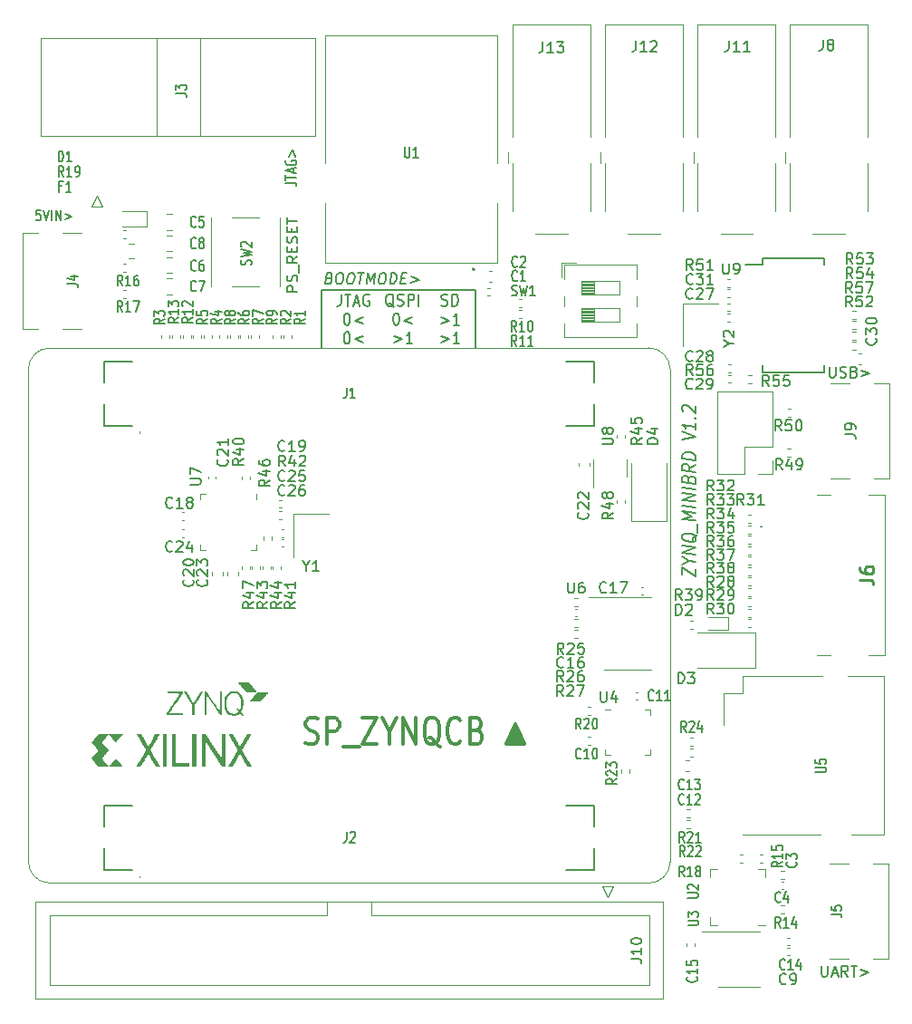
<source format=gbr>
G04 #@! TF.GenerationSoftware,KiCad,Pcbnew,(6.0.7)*
G04 #@! TF.CreationDate,2022-12-09T22:25:58+08:00*
G04 #@! TF.ProjectId,ZYNQ7000_MINIMB,5a594e51-3730-4303-905f-4d494e494d42,rev?*
G04 #@! TF.SameCoordinates,Original*
G04 #@! TF.FileFunction,Legend,Top*
G04 #@! TF.FilePolarity,Positive*
%FSLAX46Y46*%
G04 Gerber Fmt 4.6, Leading zero omitted, Abs format (unit mm)*
G04 Created by KiCad (PCBNEW (6.0.7)) date 2022-12-09 22:25:58*
%MOMM*%
%LPD*%
G01*
G04 APERTURE LIST*
%ADD10C,0.150000*%
%ADD11C,0.100000*%
%ADD12C,0.300000*%
%ADD13C,0.254000*%
%ADD14C,0.120000*%
%ADD15C,0.200000*%
G04 APERTURE END LIST*
D10*
X111800000Y-53800000D02*
X111800000Y-58800000D01*
D11*
X130000000Y-61250000D02*
G75*
G03*
X128000000Y-59250000I-2000000J0D01*
G01*
X130000000Y-107250000D02*
X130000000Y-61250000D01*
X72000000Y-59250000D02*
G75*
G03*
X70000000Y-61250000I0J-2000000D01*
G01*
X72000000Y-109250000D02*
X128000000Y-109250000D01*
D10*
X97400000Y-53800000D02*
X111800000Y-53800000D01*
X97400000Y-53800000D02*
X97400000Y-59200000D01*
D11*
X70000000Y-61250000D02*
X70000000Y-107250000D01*
D10*
X111800000Y-58800000D02*
X111800000Y-59200000D01*
D11*
X128000000Y-59250000D02*
X72000000Y-59250000D01*
X70000000Y-107250000D02*
G75*
G03*
X72000000Y-109250000I2000000J0D01*
G01*
X128000000Y-109250000D02*
G75*
G03*
X130000000Y-107250000I0J2000000D01*
G01*
D10*
X131098095Y-80458669D02*
X131098095Y-79725336D01*
X132398095Y-80621169D01*
X132398095Y-79887836D01*
X131779047Y-79181883D02*
X132398095Y-79259264D01*
X131098095Y-79463431D02*
X131779047Y-79181883D01*
X131098095Y-78730098D01*
X132398095Y-78525931D02*
X131098095Y-78363431D01*
X132398095Y-77897360D01*
X131098095Y-77734860D01*
X132521904Y-76655693D02*
X132460000Y-76752717D01*
X132336190Y-76842002D01*
X132150476Y-76975931D01*
X132088571Y-77072955D01*
X132088571Y-77177717D01*
X132398095Y-77164026D02*
X132336190Y-77261050D01*
X132212380Y-77350336D01*
X131964761Y-77371764D01*
X131531428Y-77317598D01*
X131283809Y-77234264D01*
X131160000Y-77114026D01*
X131098095Y-77001526D01*
X131098095Y-76792002D01*
X131160000Y-76694979D01*
X131283809Y-76605693D01*
X131531428Y-76584264D01*
X131964761Y-76638431D01*
X132212380Y-76721764D01*
X132336190Y-76842002D01*
X132398095Y-76954502D01*
X132398095Y-77164026D01*
X132521904Y-76498550D02*
X132521904Y-75660455D01*
X132398095Y-75383074D02*
X131098095Y-75220574D01*
X132026666Y-74969979D01*
X131098095Y-74487241D01*
X132398095Y-74649741D01*
X132398095Y-74125931D02*
X131098095Y-73963431D01*
X132398095Y-73602122D02*
X131098095Y-73439622D01*
X132398095Y-72973550D01*
X131098095Y-72811050D01*
X132398095Y-72449741D02*
X131098095Y-72287241D01*
X131717142Y-71474145D02*
X131779047Y-71324741D01*
X131840952Y-71280098D01*
X131964761Y-71243193D01*
X132150476Y-71266407D01*
X132274285Y-71334264D01*
X132336190Y-71394383D01*
X132398095Y-71506883D01*
X132398095Y-71925931D01*
X131098095Y-71763431D01*
X131098095Y-71396764D01*
X131160000Y-71299741D01*
X131221904Y-71255098D01*
X131345714Y-71218193D01*
X131469523Y-71233669D01*
X131593333Y-71301526D01*
X131655238Y-71361645D01*
X131717142Y-71474145D01*
X131717142Y-71840812D01*
X132398095Y-70197360D02*
X131779047Y-70486645D01*
X132398095Y-70825931D02*
X131098095Y-70663431D01*
X131098095Y-70244383D01*
X131160000Y-70147360D01*
X131221904Y-70102717D01*
X131345714Y-70065812D01*
X131531428Y-70089026D01*
X131655238Y-70156883D01*
X131717142Y-70217002D01*
X131779047Y-70329502D01*
X131779047Y-70748550D01*
X132398095Y-69725931D02*
X131098095Y-69563431D01*
X131098095Y-69301526D01*
X131160000Y-69152122D01*
X131283809Y-69062836D01*
X131407619Y-69025931D01*
X131655238Y-69004502D01*
X131840952Y-69027717D01*
X132088571Y-69111050D01*
X132212380Y-69178907D01*
X132336190Y-69299145D01*
X132398095Y-69464026D01*
X132398095Y-69725931D01*
X131098095Y-67782479D02*
X132398095Y-67578312D01*
X131098095Y-67049145D01*
X132398095Y-66268788D02*
X132398095Y-66897360D01*
X132398095Y-66583074D02*
X131098095Y-66420574D01*
X131283809Y-66548550D01*
X131407619Y-66668788D01*
X131469523Y-66781288D01*
X132274285Y-65781883D02*
X132336190Y-65737241D01*
X132398095Y-65797360D01*
X132336190Y-65842002D01*
X132274285Y-65781883D01*
X132398095Y-65797360D01*
X131221904Y-65178907D02*
X131160000Y-65118788D01*
X131098095Y-65006288D01*
X131098095Y-64744383D01*
X131160000Y-64647360D01*
X131221904Y-64602717D01*
X131345714Y-64565812D01*
X131469523Y-64581288D01*
X131655238Y-64656883D01*
X132398095Y-65378312D01*
X132398095Y-64697360D01*
X108614285Y-55274238D02*
X108757142Y-55326619D01*
X108995238Y-55326619D01*
X109090476Y-55274238D01*
X109138095Y-55221857D01*
X109185714Y-55117095D01*
X109185714Y-55012333D01*
X109138095Y-54907571D01*
X109090476Y-54855190D01*
X108995238Y-54802809D01*
X108804761Y-54750428D01*
X108709523Y-54698047D01*
X108661904Y-54645666D01*
X108614285Y-54540904D01*
X108614285Y-54436142D01*
X108661904Y-54331380D01*
X108709523Y-54279000D01*
X108804761Y-54226619D01*
X109042857Y-54226619D01*
X109185714Y-54279000D01*
X109614285Y-55326619D02*
X109614285Y-54226619D01*
X109852380Y-54226619D01*
X109995238Y-54279000D01*
X110090476Y-54383761D01*
X110138095Y-54488523D01*
X110185714Y-54698047D01*
X110185714Y-54855190D01*
X110138095Y-55064714D01*
X110090476Y-55169476D01*
X109995238Y-55274238D01*
X109852380Y-55326619D01*
X109614285Y-55326619D01*
X108542857Y-56364285D02*
X109304761Y-56678571D01*
X108542857Y-56992857D01*
X110304761Y-57097619D02*
X109733333Y-57097619D01*
X110019047Y-57097619D02*
X110019047Y-55997619D01*
X109923809Y-56154761D01*
X109828571Y-56259523D01*
X109733333Y-56311904D01*
X108542857Y-58135285D02*
X109304761Y-58449571D01*
X108542857Y-58763857D01*
X110304761Y-58868619D02*
X109733333Y-58868619D01*
X110019047Y-58868619D02*
X110019047Y-57768619D01*
X109923809Y-57925761D01*
X109828571Y-58030523D01*
X109733333Y-58082904D01*
X104166666Y-55431380D02*
X104071428Y-55379000D01*
X103976190Y-55274238D01*
X103833333Y-55117095D01*
X103738095Y-55064714D01*
X103642857Y-55064714D01*
X103690476Y-55326619D02*
X103595238Y-55274238D01*
X103500000Y-55169476D01*
X103452380Y-54959952D01*
X103452380Y-54593285D01*
X103500000Y-54383761D01*
X103595238Y-54279000D01*
X103690476Y-54226619D01*
X103880952Y-54226619D01*
X103976190Y-54279000D01*
X104071428Y-54383761D01*
X104119047Y-54593285D01*
X104119047Y-54959952D01*
X104071428Y-55169476D01*
X103976190Y-55274238D01*
X103880952Y-55326619D01*
X103690476Y-55326619D01*
X104500000Y-55274238D02*
X104642857Y-55326619D01*
X104880952Y-55326619D01*
X104976190Y-55274238D01*
X105023809Y-55221857D01*
X105071428Y-55117095D01*
X105071428Y-55012333D01*
X105023809Y-54907571D01*
X104976190Y-54855190D01*
X104880952Y-54802809D01*
X104690476Y-54750428D01*
X104595238Y-54698047D01*
X104547619Y-54645666D01*
X104500000Y-54540904D01*
X104500000Y-54436142D01*
X104547619Y-54331380D01*
X104595238Y-54279000D01*
X104690476Y-54226619D01*
X104928571Y-54226619D01*
X105071428Y-54279000D01*
X105500000Y-55326619D02*
X105500000Y-54226619D01*
X105880952Y-54226619D01*
X105976190Y-54279000D01*
X106023809Y-54331380D01*
X106071428Y-54436142D01*
X106071428Y-54593285D01*
X106023809Y-54698047D01*
X105976190Y-54750428D01*
X105880952Y-54802809D01*
X105500000Y-54802809D01*
X106500000Y-55326619D02*
X106500000Y-54226619D01*
X104333333Y-55997619D02*
X104428571Y-55997619D01*
X104523809Y-56050000D01*
X104571428Y-56102380D01*
X104619047Y-56207142D01*
X104666666Y-56416666D01*
X104666666Y-56678571D01*
X104619047Y-56888095D01*
X104571428Y-56992857D01*
X104523809Y-57045238D01*
X104428571Y-57097619D01*
X104333333Y-57097619D01*
X104238095Y-57045238D01*
X104190476Y-56992857D01*
X104142857Y-56888095D01*
X104095238Y-56678571D01*
X104095238Y-56416666D01*
X104142857Y-56207142D01*
X104190476Y-56102380D01*
X104238095Y-56050000D01*
X104333333Y-55997619D01*
X105857142Y-56364285D02*
X105095238Y-56678571D01*
X105857142Y-56992857D01*
X104142857Y-58135285D02*
X104904761Y-58449571D01*
X104142857Y-58763857D01*
X105904761Y-58868619D02*
X105333333Y-58868619D01*
X105619047Y-58868619D02*
X105619047Y-57768619D01*
X105523809Y-57925761D01*
X105428571Y-58030523D01*
X105333333Y-58082904D01*
X144879047Y-61012380D02*
X144879047Y-61821904D01*
X144926666Y-61917142D01*
X144974285Y-61964761D01*
X145069523Y-62012380D01*
X145260000Y-62012380D01*
X145355238Y-61964761D01*
X145402857Y-61917142D01*
X145450476Y-61821904D01*
X145450476Y-61012380D01*
X145879047Y-61964761D02*
X146021904Y-62012380D01*
X146260000Y-62012380D01*
X146355238Y-61964761D01*
X146402857Y-61917142D01*
X146450476Y-61821904D01*
X146450476Y-61726666D01*
X146402857Y-61631428D01*
X146355238Y-61583809D01*
X146260000Y-61536190D01*
X146069523Y-61488571D01*
X145974285Y-61440952D01*
X145926666Y-61393333D01*
X145879047Y-61298095D01*
X145879047Y-61202857D01*
X145926666Y-61107619D01*
X145974285Y-61060000D01*
X146069523Y-61012380D01*
X146307619Y-61012380D01*
X146450476Y-61060000D01*
X147212380Y-61488571D02*
X147355238Y-61536190D01*
X147402857Y-61583809D01*
X147450476Y-61679047D01*
X147450476Y-61821904D01*
X147402857Y-61917142D01*
X147355238Y-61964761D01*
X147260000Y-62012380D01*
X146879047Y-62012380D01*
X146879047Y-61012380D01*
X147212380Y-61012380D01*
X147307619Y-61060000D01*
X147355238Y-61107619D01*
X147402857Y-61202857D01*
X147402857Y-61298095D01*
X147355238Y-61393333D01*
X147307619Y-61440952D01*
X147212380Y-61488571D01*
X146879047Y-61488571D01*
X147879047Y-61345714D02*
X148640952Y-61631428D01*
X147879047Y-61917142D01*
X94052380Y-43828571D02*
X94766666Y-43828571D01*
X94909523Y-43866666D01*
X95004761Y-43942857D01*
X95052380Y-44057142D01*
X95052380Y-44133333D01*
X94052380Y-43561904D02*
X94052380Y-43104761D01*
X95052380Y-43333333D02*
X94052380Y-43333333D01*
X94766666Y-42876190D02*
X94766666Y-42495238D01*
X95052380Y-42952380D02*
X94052380Y-42685714D01*
X95052380Y-42419047D01*
X94100000Y-41733333D02*
X94052380Y-41809523D01*
X94052380Y-41923809D01*
X94100000Y-42038095D01*
X94195238Y-42114285D01*
X94290476Y-42152380D01*
X94480952Y-42190476D01*
X94623809Y-42190476D01*
X94814285Y-42152380D01*
X94909523Y-42114285D01*
X95004761Y-42038095D01*
X95052380Y-41923809D01*
X95052380Y-41847619D01*
X95004761Y-41733333D01*
X94957142Y-41695238D01*
X94623809Y-41695238D01*
X94623809Y-41847619D01*
X94385714Y-41352380D02*
X94671428Y-40742857D01*
X94957142Y-41352380D01*
X95152380Y-53980952D02*
X94152380Y-53980952D01*
X94152380Y-53600000D01*
X94200000Y-53504761D01*
X94247619Y-53457142D01*
X94342857Y-53409523D01*
X94485714Y-53409523D01*
X94580952Y-53457142D01*
X94628571Y-53504761D01*
X94676190Y-53600000D01*
X94676190Y-53980952D01*
X95104761Y-53028571D02*
X95152380Y-52885714D01*
X95152380Y-52647619D01*
X95104761Y-52552380D01*
X95057142Y-52504761D01*
X94961904Y-52457142D01*
X94866666Y-52457142D01*
X94771428Y-52504761D01*
X94723809Y-52552380D01*
X94676190Y-52647619D01*
X94628571Y-52838095D01*
X94580952Y-52933333D01*
X94533333Y-52980952D01*
X94438095Y-53028571D01*
X94342857Y-53028571D01*
X94247619Y-52980952D01*
X94200000Y-52933333D01*
X94152380Y-52838095D01*
X94152380Y-52600000D01*
X94200000Y-52457142D01*
X95247619Y-52266666D02*
X95247619Y-51504761D01*
X95152380Y-50695238D02*
X94676190Y-51028571D01*
X95152380Y-51266666D02*
X94152380Y-51266666D01*
X94152380Y-50885714D01*
X94200000Y-50790476D01*
X94247619Y-50742857D01*
X94342857Y-50695238D01*
X94485714Y-50695238D01*
X94580952Y-50742857D01*
X94628571Y-50790476D01*
X94676190Y-50885714D01*
X94676190Y-51266666D01*
X94628571Y-50266666D02*
X94628571Y-49933333D01*
X95152380Y-49790476D02*
X95152380Y-50266666D01*
X94152380Y-50266666D01*
X94152380Y-49790476D01*
X95104761Y-49409523D02*
X95152380Y-49266666D01*
X95152380Y-49028571D01*
X95104761Y-48933333D01*
X95057142Y-48885714D01*
X94961904Y-48838095D01*
X94866666Y-48838095D01*
X94771428Y-48885714D01*
X94723809Y-48933333D01*
X94676190Y-49028571D01*
X94628571Y-49219047D01*
X94580952Y-49314285D01*
X94533333Y-49361904D01*
X94438095Y-49409523D01*
X94342857Y-49409523D01*
X94247619Y-49361904D01*
X94200000Y-49314285D01*
X94152380Y-49219047D01*
X94152380Y-48980952D01*
X94200000Y-48838095D01*
X94628571Y-48409523D02*
X94628571Y-48076190D01*
X95152380Y-47933333D02*
X95152380Y-48409523D01*
X94152380Y-48409523D01*
X94152380Y-47933333D01*
X94152380Y-47647619D02*
X94152380Y-47076190D01*
X95152380Y-47361904D02*
X94152380Y-47361904D01*
D12*
X95911904Y-96161904D02*
X96197619Y-96280952D01*
X96673809Y-96280952D01*
X96864285Y-96161904D01*
X96959523Y-96042857D01*
X97054761Y-95804761D01*
X97054761Y-95566666D01*
X96959523Y-95328571D01*
X96864285Y-95209523D01*
X96673809Y-95090476D01*
X96292857Y-94971428D01*
X96102380Y-94852380D01*
X96007142Y-94733333D01*
X95911904Y-94495238D01*
X95911904Y-94257142D01*
X96007142Y-94019047D01*
X96102380Y-93900000D01*
X96292857Y-93780952D01*
X96769047Y-93780952D01*
X97054761Y-93900000D01*
X97911904Y-96280952D02*
X97911904Y-93780952D01*
X98673809Y-93780952D01*
X98864285Y-93900000D01*
X98959523Y-94019047D01*
X99054761Y-94257142D01*
X99054761Y-94614285D01*
X98959523Y-94852380D01*
X98864285Y-94971428D01*
X98673809Y-95090476D01*
X97911904Y-95090476D01*
X99435714Y-96519047D02*
X100959523Y-96519047D01*
X101245238Y-93780952D02*
X102578571Y-93780952D01*
X101245238Y-96280952D01*
X102578571Y-96280952D01*
X103721428Y-95090476D02*
X103721428Y-96280952D01*
X103054761Y-93780952D02*
X103721428Y-95090476D01*
X104388095Y-93780952D01*
X105054761Y-96280952D02*
X105054761Y-93780952D01*
X106197619Y-96280952D01*
X106197619Y-93780952D01*
X108483333Y-96519047D02*
X108292857Y-96400000D01*
X108102380Y-96161904D01*
X107816666Y-95804761D01*
X107626190Y-95685714D01*
X107435714Y-95685714D01*
X107530952Y-96280952D02*
X107340476Y-96161904D01*
X107150000Y-95923809D01*
X107054761Y-95447619D01*
X107054761Y-94614285D01*
X107150000Y-94138095D01*
X107340476Y-93900000D01*
X107530952Y-93780952D01*
X107911904Y-93780952D01*
X108102380Y-93900000D01*
X108292857Y-94138095D01*
X108388095Y-94614285D01*
X108388095Y-95447619D01*
X108292857Y-95923809D01*
X108102380Y-96161904D01*
X107911904Y-96280952D01*
X107530952Y-96280952D01*
X110388095Y-96042857D02*
X110292857Y-96161904D01*
X110007142Y-96280952D01*
X109816666Y-96280952D01*
X109530952Y-96161904D01*
X109340476Y-95923809D01*
X109245238Y-95685714D01*
X109150000Y-95209523D01*
X109150000Y-94852380D01*
X109245238Y-94376190D01*
X109340476Y-94138095D01*
X109530952Y-93900000D01*
X109816666Y-93780952D01*
X110007142Y-93780952D01*
X110292857Y-93900000D01*
X110388095Y-94019047D01*
X111911904Y-94971428D02*
X112197619Y-95090476D01*
X112292857Y-95209523D01*
X112388095Y-95447619D01*
X112388095Y-95804761D01*
X112292857Y-96042857D01*
X112197619Y-96161904D01*
X112007142Y-96280952D01*
X111245238Y-96280952D01*
X111245238Y-93780952D01*
X111911904Y-93780952D01*
X112102380Y-93900000D01*
X112197619Y-94019047D01*
X112292857Y-94257142D01*
X112292857Y-94495238D01*
X112197619Y-94733333D01*
X112102380Y-94852380D01*
X111911904Y-94971428D01*
X111245238Y-94971428D01*
X114769047Y-96161904D02*
X114769047Y-96280952D01*
X114864285Y-95923809D02*
X114864285Y-96280952D01*
X114959523Y-95685714D02*
X114959523Y-96280952D01*
X115054761Y-95447619D02*
X115054761Y-96280952D01*
X115150000Y-95328571D02*
X115150000Y-96280952D01*
X115245238Y-95090476D02*
X115245238Y-96280952D01*
X115340476Y-94852380D02*
X115340476Y-96280952D01*
X115435714Y-94614285D02*
X115435714Y-96280952D01*
X115530952Y-94376190D02*
X115530952Y-96280952D01*
X115626190Y-94614285D02*
X115626190Y-96280952D01*
X115721428Y-94852380D02*
X115721428Y-96280952D01*
X115816666Y-95090476D02*
X115816666Y-96280952D01*
X115911904Y-95328571D02*
X115911904Y-96280952D01*
X116007142Y-95447619D02*
X116007142Y-96280952D01*
X116102380Y-95685714D02*
X116102380Y-96280952D01*
X116197619Y-95923809D02*
X116197619Y-96280952D01*
X116292857Y-96280952D02*
X115530952Y-94495238D01*
X114769047Y-96280952D01*
X116292857Y-96161904D02*
X116292857Y-96280952D01*
X115530952Y-94376190D02*
X116388095Y-96280952D01*
X114673809Y-96280952D01*
X115530952Y-94376190D01*
D10*
X98146994Y-52728571D02*
X98283898Y-52776190D01*
X98325565Y-52823809D01*
X98361279Y-52919047D01*
X98343422Y-53061904D01*
X98283898Y-53157142D01*
X98230327Y-53204761D01*
X98129136Y-53252380D01*
X97748184Y-53252380D01*
X97873184Y-52252380D01*
X98206517Y-52252380D01*
X98295803Y-52300000D01*
X98337470Y-52347619D01*
X98373184Y-52442857D01*
X98361279Y-52538095D01*
X98301755Y-52633333D01*
X98248184Y-52680952D01*
X98146994Y-52728571D01*
X97813660Y-52728571D01*
X99063660Y-52252380D02*
X99254136Y-52252380D01*
X99343422Y-52300000D01*
X99426755Y-52395238D01*
X99450565Y-52585714D01*
X99408898Y-52919047D01*
X99337470Y-53109523D01*
X99230327Y-53204761D01*
X99129136Y-53252380D01*
X98938660Y-53252380D01*
X98849375Y-53204761D01*
X98766041Y-53109523D01*
X98742232Y-52919047D01*
X98783898Y-52585714D01*
X98855327Y-52395238D01*
X98962470Y-52300000D01*
X99063660Y-52252380D01*
X100111279Y-52252380D02*
X100301755Y-52252380D01*
X100391041Y-52300000D01*
X100474375Y-52395238D01*
X100498184Y-52585714D01*
X100456517Y-52919047D01*
X100385089Y-53109523D01*
X100277946Y-53204761D01*
X100176755Y-53252380D01*
X99986279Y-53252380D01*
X99896994Y-53204761D01*
X99813660Y-53109523D01*
X99789851Y-52919047D01*
X99831517Y-52585714D01*
X99902946Y-52395238D01*
X100010089Y-52300000D01*
X100111279Y-52252380D01*
X100825565Y-52252380D02*
X101396994Y-52252380D01*
X100986279Y-53252380D02*
X101111279Y-52252380D01*
X101605327Y-53252380D02*
X101730327Y-52252380D01*
X101974375Y-52966666D01*
X102396994Y-52252380D01*
X102271994Y-53252380D01*
X103063660Y-52252380D02*
X103254136Y-52252380D01*
X103343422Y-52300000D01*
X103426755Y-52395238D01*
X103450565Y-52585714D01*
X103408898Y-52919047D01*
X103337470Y-53109523D01*
X103230327Y-53204761D01*
X103129136Y-53252380D01*
X102938660Y-53252380D01*
X102849375Y-53204761D01*
X102766041Y-53109523D01*
X102742232Y-52919047D01*
X102783898Y-52585714D01*
X102855327Y-52395238D01*
X102962470Y-52300000D01*
X103063660Y-52252380D01*
X103795803Y-53252380D02*
X103920803Y-52252380D01*
X104158898Y-52252380D01*
X104295803Y-52300000D01*
X104379136Y-52395238D01*
X104414851Y-52490476D01*
X104438660Y-52680952D01*
X104420803Y-52823809D01*
X104349375Y-53014285D01*
X104289851Y-53109523D01*
X104182708Y-53204761D01*
X104033898Y-53252380D01*
X103795803Y-53252380D01*
X104861279Y-52728571D02*
X105194613Y-52728571D01*
X105271994Y-53252380D02*
X104795803Y-53252380D01*
X104920803Y-52252380D01*
X105396994Y-52252380D01*
X105783898Y-52585714D02*
X106510089Y-52871428D01*
X105712470Y-53157142D01*
X71142857Y-46352380D02*
X70761904Y-46352380D01*
X70723809Y-46828571D01*
X70761904Y-46780952D01*
X70838095Y-46733333D01*
X71028571Y-46733333D01*
X71104761Y-46780952D01*
X71142857Y-46828571D01*
X71180952Y-46923809D01*
X71180952Y-47161904D01*
X71142857Y-47257142D01*
X71104761Y-47304761D01*
X71028571Y-47352380D01*
X70838095Y-47352380D01*
X70761904Y-47304761D01*
X70723809Y-47257142D01*
X71409523Y-46352380D02*
X71676190Y-47352380D01*
X71942857Y-46352380D01*
X72209523Y-47352380D02*
X72209523Y-46352380D01*
X72590476Y-47352380D02*
X72590476Y-46352380D01*
X73047619Y-47352380D01*
X73047619Y-46352380D01*
X73428571Y-46685714D02*
X74038095Y-46971428D01*
X73428571Y-47257142D01*
X99233333Y-54226619D02*
X99233333Y-55012333D01*
X99185714Y-55169476D01*
X99090476Y-55274238D01*
X98947619Y-55326619D01*
X98852380Y-55326619D01*
X99566666Y-54226619D02*
X100138095Y-54226619D01*
X99852380Y-55326619D02*
X99852380Y-54226619D01*
X100423809Y-55012333D02*
X100900000Y-55012333D01*
X100328571Y-55326619D02*
X100661904Y-54226619D01*
X100995238Y-55326619D01*
X101852380Y-54279000D02*
X101757142Y-54226619D01*
X101614285Y-54226619D01*
X101471428Y-54279000D01*
X101376190Y-54383761D01*
X101328571Y-54488523D01*
X101280952Y-54698047D01*
X101280952Y-54855190D01*
X101328571Y-55064714D01*
X101376190Y-55169476D01*
X101471428Y-55274238D01*
X101614285Y-55326619D01*
X101709523Y-55326619D01*
X101852380Y-55274238D01*
X101900000Y-55221857D01*
X101900000Y-54855190D01*
X101709523Y-54855190D01*
X99733333Y-55997619D02*
X99828571Y-55997619D01*
X99923809Y-56050000D01*
X99971428Y-56102380D01*
X100019047Y-56207142D01*
X100066666Y-56416666D01*
X100066666Y-56678571D01*
X100019047Y-56888095D01*
X99971428Y-56992857D01*
X99923809Y-57045238D01*
X99828571Y-57097619D01*
X99733333Y-57097619D01*
X99638095Y-57045238D01*
X99590476Y-56992857D01*
X99542857Y-56888095D01*
X99495238Y-56678571D01*
X99495238Y-56416666D01*
X99542857Y-56207142D01*
X99590476Y-56102380D01*
X99638095Y-56050000D01*
X99733333Y-55997619D01*
X101257142Y-56364285D02*
X100495238Y-56678571D01*
X101257142Y-56992857D01*
X99733333Y-57768619D02*
X99828571Y-57768619D01*
X99923809Y-57821000D01*
X99971428Y-57873380D01*
X100019047Y-57978142D01*
X100066666Y-58187666D01*
X100066666Y-58449571D01*
X100019047Y-58659095D01*
X99971428Y-58763857D01*
X99923809Y-58816238D01*
X99828571Y-58868619D01*
X99733333Y-58868619D01*
X99638095Y-58816238D01*
X99590476Y-58763857D01*
X99542857Y-58659095D01*
X99495238Y-58449571D01*
X99495238Y-58187666D01*
X99542857Y-57978142D01*
X99590476Y-57873380D01*
X99638095Y-57821000D01*
X99733333Y-57768619D01*
X101257142Y-58135285D02*
X100495238Y-58449571D01*
X101257142Y-58763857D01*
X144135714Y-116982380D02*
X144135714Y-117791904D01*
X144183333Y-117887142D01*
X144230952Y-117934761D01*
X144326190Y-117982380D01*
X144516666Y-117982380D01*
X144611904Y-117934761D01*
X144659523Y-117887142D01*
X144707142Y-117791904D01*
X144707142Y-116982380D01*
X145135714Y-117696666D02*
X145611904Y-117696666D01*
X145040476Y-117982380D02*
X145373809Y-116982380D01*
X145707142Y-117982380D01*
X146611904Y-117982380D02*
X146278571Y-117506190D01*
X146040476Y-117982380D02*
X146040476Y-116982380D01*
X146421428Y-116982380D01*
X146516666Y-117030000D01*
X146564285Y-117077619D01*
X146611904Y-117172857D01*
X146611904Y-117315714D01*
X146564285Y-117410952D01*
X146516666Y-117458571D01*
X146421428Y-117506190D01*
X146040476Y-117506190D01*
X146897619Y-116982380D02*
X147469047Y-116982380D01*
X147183333Y-117982380D02*
X147183333Y-116982380D01*
X147802380Y-117315714D02*
X148564285Y-117601428D01*
X147802380Y-117887142D01*
G04 #@! TO.C,R1*
X95852380Y-56533333D02*
X95376190Y-56800000D01*
X95852380Y-56990476D02*
X94852380Y-56990476D01*
X94852380Y-56685714D01*
X94900000Y-56609523D01*
X94947619Y-56571428D01*
X95042857Y-56533333D01*
X95185714Y-56533333D01*
X95280952Y-56571428D01*
X95328571Y-56609523D01*
X95376190Y-56685714D01*
X95376190Y-56990476D01*
X95852380Y-55771428D02*
X95852380Y-56228571D01*
X95852380Y-56000000D02*
X94852380Y-56000000D01*
X94995238Y-56076190D01*
X95090476Y-56152380D01*
X95138095Y-56228571D01*
G04 #@! TO.C,R38*
X134047142Y-80292380D02*
X133713809Y-79816190D01*
X133475714Y-80292380D02*
X133475714Y-79292380D01*
X133856666Y-79292380D01*
X133951904Y-79340000D01*
X133999523Y-79387619D01*
X134047142Y-79482857D01*
X134047142Y-79625714D01*
X133999523Y-79720952D01*
X133951904Y-79768571D01*
X133856666Y-79816190D01*
X133475714Y-79816190D01*
X134380476Y-79292380D02*
X134999523Y-79292380D01*
X134666190Y-79673333D01*
X134809047Y-79673333D01*
X134904285Y-79720952D01*
X134951904Y-79768571D01*
X134999523Y-79863809D01*
X134999523Y-80101904D01*
X134951904Y-80197142D01*
X134904285Y-80244761D01*
X134809047Y-80292380D01*
X134523333Y-80292380D01*
X134428095Y-80244761D01*
X134380476Y-80197142D01*
X135570952Y-79720952D02*
X135475714Y-79673333D01*
X135428095Y-79625714D01*
X135380476Y-79530476D01*
X135380476Y-79482857D01*
X135428095Y-79387619D01*
X135475714Y-79340000D01*
X135570952Y-79292380D01*
X135761428Y-79292380D01*
X135856666Y-79340000D01*
X135904285Y-79387619D01*
X135951904Y-79482857D01*
X135951904Y-79530476D01*
X135904285Y-79625714D01*
X135856666Y-79673333D01*
X135761428Y-79720952D01*
X135570952Y-79720952D01*
X135475714Y-79768571D01*
X135428095Y-79816190D01*
X135380476Y-79911428D01*
X135380476Y-80101904D01*
X135428095Y-80197142D01*
X135475714Y-80244761D01*
X135570952Y-80292380D01*
X135761428Y-80292380D01*
X135856666Y-80244761D01*
X135904285Y-80197142D01*
X135951904Y-80101904D01*
X135951904Y-79911428D01*
X135904285Y-79816190D01*
X135856666Y-79768571D01*
X135761428Y-79720952D01*
G04 #@! TO.C,R49*
X140457142Y-70622380D02*
X140123809Y-70146190D01*
X139885714Y-70622380D02*
X139885714Y-69622380D01*
X140266666Y-69622380D01*
X140361904Y-69670000D01*
X140409523Y-69717619D01*
X140457142Y-69812857D01*
X140457142Y-69955714D01*
X140409523Y-70050952D01*
X140361904Y-70098571D01*
X140266666Y-70146190D01*
X139885714Y-70146190D01*
X141314285Y-69955714D02*
X141314285Y-70622380D01*
X141076190Y-69574761D02*
X140838095Y-70289047D01*
X141457142Y-70289047D01*
X141885714Y-70622380D02*
X142076190Y-70622380D01*
X142171428Y-70574761D01*
X142219047Y-70527142D01*
X142314285Y-70384285D01*
X142361904Y-70193809D01*
X142361904Y-69812857D01*
X142314285Y-69717619D01*
X142266666Y-69670000D01*
X142171428Y-69622380D01*
X141980952Y-69622380D01*
X141885714Y-69670000D01*
X141838095Y-69717619D01*
X141790476Y-69812857D01*
X141790476Y-70050952D01*
X141838095Y-70146190D01*
X141885714Y-70193809D01*
X141980952Y-70241428D01*
X142171428Y-70241428D01*
X142266666Y-70193809D01*
X142314285Y-70146190D01*
X142361904Y-70050952D01*
G04 #@! TO.C,R7*
X91952380Y-56533333D02*
X91476190Y-56800000D01*
X91952380Y-56990476D02*
X90952380Y-56990476D01*
X90952380Y-56685714D01*
X91000000Y-56609523D01*
X91047619Y-56571428D01*
X91142857Y-56533333D01*
X91285714Y-56533333D01*
X91380952Y-56571428D01*
X91428571Y-56609523D01*
X91476190Y-56685714D01*
X91476190Y-56990476D01*
X90952380Y-56266666D02*
X90952380Y-55733333D01*
X91952380Y-56076190D01*
G04 #@! TO.C,R55*
X139247142Y-62812380D02*
X138913809Y-62336190D01*
X138675714Y-62812380D02*
X138675714Y-61812380D01*
X139056666Y-61812380D01*
X139151904Y-61860000D01*
X139199523Y-61907619D01*
X139247142Y-62002857D01*
X139247142Y-62145714D01*
X139199523Y-62240952D01*
X139151904Y-62288571D01*
X139056666Y-62336190D01*
X138675714Y-62336190D01*
X140151904Y-61812380D02*
X139675714Y-61812380D01*
X139628095Y-62288571D01*
X139675714Y-62240952D01*
X139770952Y-62193333D01*
X140009047Y-62193333D01*
X140104285Y-62240952D01*
X140151904Y-62288571D01*
X140199523Y-62383809D01*
X140199523Y-62621904D01*
X140151904Y-62717142D01*
X140104285Y-62764761D01*
X140009047Y-62812380D01*
X139770952Y-62812380D01*
X139675714Y-62764761D01*
X139628095Y-62717142D01*
X141104285Y-61812380D02*
X140628095Y-61812380D01*
X140580476Y-62288571D01*
X140628095Y-62240952D01*
X140723333Y-62193333D01*
X140961428Y-62193333D01*
X141056666Y-62240952D01*
X141104285Y-62288571D01*
X141151904Y-62383809D01*
X141151904Y-62621904D01*
X141104285Y-62717142D01*
X141056666Y-62764761D01*
X140961428Y-62812380D01*
X140723333Y-62812380D01*
X140628095Y-62764761D01*
X140580476Y-62717142D01*
G04 #@! TO.C,C15*
X132457142Y-118014285D02*
X132504761Y-118052380D01*
X132552380Y-118166666D01*
X132552380Y-118242857D01*
X132504761Y-118357142D01*
X132409523Y-118433333D01*
X132314285Y-118471428D01*
X132123809Y-118509523D01*
X131980952Y-118509523D01*
X131790476Y-118471428D01*
X131695238Y-118433333D01*
X131600000Y-118357142D01*
X131552380Y-118242857D01*
X131552380Y-118166666D01*
X131600000Y-118052380D01*
X131647619Y-118014285D01*
X132552380Y-117252380D02*
X132552380Y-117709523D01*
X132552380Y-117480952D02*
X131552380Y-117480952D01*
X131695238Y-117557142D01*
X131790476Y-117633333D01*
X131838095Y-117709523D01*
X131552380Y-116528571D02*
X131552380Y-116909523D01*
X132028571Y-116947619D01*
X131980952Y-116909523D01*
X131933333Y-116833333D01*
X131933333Y-116642857D01*
X131980952Y-116566666D01*
X132028571Y-116528571D01*
X132123809Y-116490476D01*
X132361904Y-116490476D01*
X132457142Y-116528571D01*
X132504761Y-116566666D01*
X132552380Y-116642857D01*
X132552380Y-116833333D01*
X132504761Y-116909523D01*
X132457142Y-116947619D01*
G04 #@! TO.C,C31*
X132107142Y-53217142D02*
X132059523Y-53264761D01*
X131916666Y-53312380D01*
X131821428Y-53312380D01*
X131678571Y-53264761D01*
X131583333Y-53169523D01*
X131535714Y-53074285D01*
X131488095Y-52883809D01*
X131488095Y-52740952D01*
X131535714Y-52550476D01*
X131583333Y-52455238D01*
X131678571Y-52360000D01*
X131821428Y-52312380D01*
X131916666Y-52312380D01*
X132059523Y-52360000D01*
X132107142Y-52407619D01*
X132440476Y-52312380D02*
X133059523Y-52312380D01*
X132726190Y-52693333D01*
X132869047Y-52693333D01*
X132964285Y-52740952D01*
X133011904Y-52788571D01*
X133059523Y-52883809D01*
X133059523Y-53121904D01*
X133011904Y-53217142D01*
X132964285Y-53264761D01*
X132869047Y-53312380D01*
X132583333Y-53312380D01*
X132488095Y-53264761D01*
X132440476Y-53217142D01*
X134011904Y-53312380D02*
X133440476Y-53312380D01*
X133726190Y-53312380D02*
X133726190Y-52312380D01*
X133630952Y-52455238D01*
X133535714Y-52550476D01*
X133440476Y-52598095D01*
G04 #@! TO.C,D1*
X72809523Y-41852380D02*
X72809523Y-40852380D01*
X73000000Y-40852380D01*
X73114285Y-40900000D01*
X73190476Y-40995238D01*
X73228571Y-41090476D01*
X73266666Y-41280952D01*
X73266666Y-41423809D01*
X73228571Y-41614285D01*
X73190476Y-41709523D01*
X73114285Y-41804761D01*
X73000000Y-41852380D01*
X72809523Y-41852380D01*
X74028571Y-41852380D02*
X73571428Y-41852380D01*
X73800000Y-41852380D02*
X73800000Y-40852380D01*
X73723809Y-40995238D01*
X73647619Y-41090476D01*
X73571428Y-41138095D01*
G04 #@! TO.C,R37*
X134057142Y-79032380D02*
X133723809Y-78556190D01*
X133485714Y-79032380D02*
X133485714Y-78032380D01*
X133866666Y-78032380D01*
X133961904Y-78080000D01*
X134009523Y-78127619D01*
X134057142Y-78222857D01*
X134057142Y-78365714D01*
X134009523Y-78460952D01*
X133961904Y-78508571D01*
X133866666Y-78556190D01*
X133485714Y-78556190D01*
X134390476Y-78032380D02*
X135009523Y-78032380D01*
X134676190Y-78413333D01*
X134819047Y-78413333D01*
X134914285Y-78460952D01*
X134961904Y-78508571D01*
X135009523Y-78603809D01*
X135009523Y-78841904D01*
X134961904Y-78937142D01*
X134914285Y-78984761D01*
X134819047Y-79032380D01*
X134533333Y-79032380D01*
X134438095Y-78984761D01*
X134390476Y-78937142D01*
X135342857Y-78032380D02*
X136009523Y-78032380D01*
X135580952Y-79032380D01*
G04 #@! TO.C,J5*
X145037380Y-112146666D02*
X145751666Y-112146666D01*
X145894523Y-112184761D01*
X145989761Y-112260952D01*
X146037380Y-112375238D01*
X146037380Y-112451428D01*
X145037380Y-111384761D02*
X145037380Y-111765714D01*
X145513571Y-111803809D01*
X145465952Y-111765714D01*
X145418333Y-111689523D01*
X145418333Y-111499047D01*
X145465952Y-111422857D01*
X145513571Y-111384761D01*
X145608809Y-111346666D01*
X145846904Y-111346666D01*
X145942142Y-111384761D01*
X145989761Y-111422857D01*
X146037380Y-111499047D01*
X146037380Y-111689523D01*
X145989761Y-111765714D01*
X145942142Y-111803809D01*
G04 #@! TO.C,R9*
X93252380Y-56533333D02*
X92776190Y-56800000D01*
X93252380Y-56990476D02*
X92252380Y-56990476D01*
X92252380Y-56685714D01*
X92300000Y-56609523D01*
X92347619Y-56571428D01*
X92442857Y-56533333D01*
X92585714Y-56533333D01*
X92680952Y-56571428D01*
X92728571Y-56609523D01*
X92776190Y-56685714D01*
X92776190Y-56990476D01*
X93252380Y-56152380D02*
X93252380Y-56000000D01*
X93204761Y-55923809D01*
X93157142Y-55885714D01*
X93014285Y-55809523D01*
X92823809Y-55771428D01*
X92442857Y-55771428D01*
X92347619Y-55809523D01*
X92300000Y-55847619D01*
X92252380Y-55923809D01*
X92252380Y-56076190D01*
X92300000Y-56152380D01*
X92347619Y-56190476D01*
X92442857Y-56228571D01*
X92680952Y-56228571D01*
X92776190Y-56190476D01*
X92823809Y-56152380D01*
X92871428Y-56076190D01*
X92871428Y-55923809D01*
X92823809Y-55847619D01*
X92776190Y-55809523D01*
X92680952Y-55771428D01*
G04 #@! TO.C,C23*
X86657142Y-80892857D02*
X86704761Y-80940476D01*
X86752380Y-81083333D01*
X86752380Y-81178571D01*
X86704761Y-81321428D01*
X86609523Y-81416666D01*
X86514285Y-81464285D01*
X86323809Y-81511904D01*
X86180952Y-81511904D01*
X85990476Y-81464285D01*
X85895238Y-81416666D01*
X85800000Y-81321428D01*
X85752380Y-81178571D01*
X85752380Y-81083333D01*
X85800000Y-80940476D01*
X85847619Y-80892857D01*
X85847619Y-80511904D02*
X85800000Y-80464285D01*
X85752380Y-80369047D01*
X85752380Y-80130952D01*
X85800000Y-80035714D01*
X85847619Y-79988095D01*
X85942857Y-79940476D01*
X86038095Y-79940476D01*
X86180952Y-79988095D01*
X86752380Y-80559523D01*
X86752380Y-79940476D01*
X85752380Y-79607142D02*
X85752380Y-78988095D01*
X86133333Y-79321428D01*
X86133333Y-79178571D01*
X86180952Y-79083333D01*
X86228571Y-79035714D01*
X86323809Y-78988095D01*
X86561904Y-78988095D01*
X86657142Y-79035714D01*
X86704761Y-79083333D01*
X86752380Y-79178571D01*
X86752380Y-79464285D01*
X86704761Y-79559523D01*
X86657142Y-79607142D01*
G04 #@! TO.C,R54*
X147057142Y-52752380D02*
X146723809Y-52276190D01*
X146485714Y-52752380D02*
X146485714Y-51752380D01*
X146866666Y-51752380D01*
X146961904Y-51800000D01*
X147009523Y-51847619D01*
X147057142Y-51942857D01*
X147057142Y-52085714D01*
X147009523Y-52180952D01*
X146961904Y-52228571D01*
X146866666Y-52276190D01*
X146485714Y-52276190D01*
X147961904Y-51752380D02*
X147485714Y-51752380D01*
X147438095Y-52228571D01*
X147485714Y-52180952D01*
X147580952Y-52133333D01*
X147819047Y-52133333D01*
X147914285Y-52180952D01*
X147961904Y-52228571D01*
X148009523Y-52323809D01*
X148009523Y-52561904D01*
X147961904Y-52657142D01*
X147914285Y-52704761D01*
X147819047Y-52752380D01*
X147580952Y-52752380D01*
X147485714Y-52704761D01*
X147438095Y-52657142D01*
X148866666Y-52085714D02*
X148866666Y-52752380D01*
X148628571Y-51704761D02*
X148390476Y-52419047D01*
X149009523Y-52419047D01*
G04 #@! TO.C,R3*
X82752380Y-56533333D02*
X82276190Y-56800000D01*
X82752380Y-56990476D02*
X81752380Y-56990476D01*
X81752380Y-56685714D01*
X81800000Y-56609523D01*
X81847619Y-56571428D01*
X81942857Y-56533333D01*
X82085714Y-56533333D01*
X82180952Y-56571428D01*
X82228571Y-56609523D01*
X82276190Y-56685714D01*
X82276190Y-56990476D01*
X81752380Y-56266666D02*
X81752380Y-55771428D01*
X82133333Y-56038095D01*
X82133333Y-55923809D01*
X82180952Y-55847619D01*
X82228571Y-55809523D01*
X82323809Y-55771428D01*
X82561904Y-55771428D01*
X82657142Y-55809523D01*
X82704761Y-55847619D01*
X82752380Y-55923809D01*
X82752380Y-56152380D01*
X82704761Y-56228571D01*
X82657142Y-56266666D01*
G04 #@! TO.C,U5*
X143577380Y-98909523D02*
X144386904Y-98909523D01*
X144482142Y-98871428D01*
X144529761Y-98833333D01*
X144577380Y-98757142D01*
X144577380Y-98604761D01*
X144529761Y-98528571D01*
X144482142Y-98490476D01*
X144386904Y-98452380D01*
X143577380Y-98452380D01*
X143577380Y-97690476D02*
X143577380Y-98071428D01*
X144053571Y-98109523D01*
X144005952Y-98071428D01*
X143958333Y-97995238D01*
X143958333Y-97804761D01*
X144005952Y-97728571D01*
X144053571Y-97690476D01*
X144148809Y-97652380D01*
X144386904Y-97652380D01*
X144482142Y-97690476D01*
X144529761Y-97728571D01*
X144577380Y-97804761D01*
X144577380Y-97995238D01*
X144529761Y-98071428D01*
X144482142Y-98109523D01*
G04 #@! TO.C,R5*
X86752380Y-56533333D02*
X86276190Y-56800000D01*
X86752380Y-56990476D02*
X85752380Y-56990476D01*
X85752380Y-56685714D01*
X85800000Y-56609523D01*
X85847619Y-56571428D01*
X85942857Y-56533333D01*
X86085714Y-56533333D01*
X86180952Y-56571428D01*
X86228571Y-56609523D01*
X86276190Y-56685714D01*
X86276190Y-56990476D01*
X85752380Y-55809523D02*
X85752380Y-56190476D01*
X86228571Y-56228571D01*
X86180952Y-56190476D01*
X86133333Y-56114285D01*
X86133333Y-55923809D01*
X86180952Y-55847619D01*
X86228571Y-55809523D01*
X86323809Y-55771428D01*
X86561904Y-55771428D01*
X86657142Y-55809523D01*
X86704761Y-55847619D01*
X86752380Y-55923809D01*
X86752380Y-56114285D01*
X86704761Y-56190476D01*
X86657142Y-56228571D01*
G04 #@! TO.C,R56*
X132107142Y-61802380D02*
X131773809Y-61326190D01*
X131535714Y-61802380D02*
X131535714Y-60802380D01*
X131916666Y-60802380D01*
X132011904Y-60850000D01*
X132059523Y-60897619D01*
X132107142Y-60992857D01*
X132107142Y-61135714D01*
X132059523Y-61230952D01*
X132011904Y-61278571D01*
X131916666Y-61326190D01*
X131535714Y-61326190D01*
X133011904Y-60802380D02*
X132535714Y-60802380D01*
X132488095Y-61278571D01*
X132535714Y-61230952D01*
X132630952Y-61183333D01*
X132869047Y-61183333D01*
X132964285Y-61230952D01*
X133011904Y-61278571D01*
X133059523Y-61373809D01*
X133059523Y-61611904D01*
X133011904Y-61707142D01*
X132964285Y-61754761D01*
X132869047Y-61802380D01*
X132630952Y-61802380D01*
X132535714Y-61754761D01*
X132488095Y-61707142D01*
X133916666Y-60802380D02*
X133726190Y-60802380D01*
X133630952Y-60850000D01*
X133583333Y-60897619D01*
X133488095Y-61040476D01*
X133440476Y-61230952D01*
X133440476Y-61611904D01*
X133488095Y-61707142D01*
X133535714Y-61754761D01*
X133630952Y-61802380D01*
X133821428Y-61802380D01*
X133916666Y-61754761D01*
X133964285Y-61707142D01*
X134011904Y-61611904D01*
X134011904Y-61373809D01*
X133964285Y-61278571D01*
X133916666Y-61230952D01*
X133821428Y-61183333D01*
X133630952Y-61183333D01*
X133535714Y-61230952D01*
X133488095Y-61278571D01*
X133440476Y-61373809D01*
G04 #@! TO.C,U4*
X123478095Y-91332380D02*
X123478095Y-92141904D01*
X123525714Y-92237142D01*
X123573333Y-92284761D01*
X123668571Y-92332380D01*
X123859047Y-92332380D01*
X123954285Y-92284761D01*
X124001904Y-92237142D01*
X124049523Y-92141904D01*
X124049523Y-91332380D01*
X124954285Y-91665714D02*
X124954285Y-92332380D01*
X124716190Y-91284761D02*
X124478095Y-91999047D01*
X125097142Y-91999047D01*
G04 #@! TO.C,R40*
X90127380Y-69592857D02*
X89651190Y-69926190D01*
X90127380Y-70164285D02*
X89127380Y-70164285D01*
X89127380Y-69783333D01*
X89175000Y-69688095D01*
X89222619Y-69640476D01*
X89317857Y-69592857D01*
X89460714Y-69592857D01*
X89555952Y-69640476D01*
X89603571Y-69688095D01*
X89651190Y-69783333D01*
X89651190Y-70164285D01*
X89460714Y-68735714D02*
X90127380Y-68735714D01*
X89079761Y-68973809D02*
X89794047Y-69211904D01*
X89794047Y-68592857D01*
X89127380Y-68021428D02*
X89127380Y-67926190D01*
X89175000Y-67830952D01*
X89222619Y-67783333D01*
X89317857Y-67735714D01*
X89508333Y-67688095D01*
X89746428Y-67688095D01*
X89936904Y-67735714D01*
X90032142Y-67783333D01*
X90079761Y-67830952D01*
X90127380Y-67926190D01*
X90127380Y-68021428D01*
X90079761Y-68116666D01*
X90032142Y-68164285D01*
X89936904Y-68211904D01*
X89746428Y-68259523D01*
X89508333Y-68259523D01*
X89317857Y-68211904D01*
X89222619Y-68164285D01*
X89175000Y-68116666D01*
X89127380Y-68021428D01*
G04 #@! TO.C,R10*
X115615714Y-57732380D02*
X115349047Y-57256190D01*
X115158571Y-57732380D02*
X115158571Y-56732380D01*
X115463333Y-56732380D01*
X115539523Y-56780000D01*
X115577619Y-56827619D01*
X115615714Y-56922857D01*
X115615714Y-57065714D01*
X115577619Y-57160952D01*
X115539523Y-57208571D01*
X115463333Y-57256190D01*
X115158571Y-57256190D01*
X116377619Y-57732380D02*
X115920476Y-57732380D01*
X116149047Y-57732380D02*
X116149047Y-56732380D01*
X116072857Y-56875238D01*
X115996666Y-56970476D01*
X115920476Y-57018095D01*
X116872857Y-56732380D02*
X116949047Y-56732380D01*
X117025238Y-56780000D01*
X117063333Y-56827619D01*
X117101428Y-56922857D01*
X117139523Y-57113333D01*
X117139523Y-57351428D01*
X117101428Y-57541904D01*
X117063333Y-57637142D01*
X117025238Y-57684761D01*
X116949047Y-57732380D01*
X116872857Y-57732380D01*
X116796666Y-57684761D01*
X116758571Y-57637142D01*
X116720476Y-57541904D01*
X116682380Y-57351428D01*
X116682380Y-57113333D01*
X116720476Y-56922857D01*
X116758571Y-56827619D01*
X116796666Y-56780000D01*
X116872857Y-56732380D01*
G04 #@! TO.C,U9*
X134918095Y-51352380D02*
X134918095Y-52161904D01*
X134965714Y-52257142D01*
X135013333Y-52304761D01*
X135108571Y-52352380D01*
X135299047Y-52352380D01*
X135394285Y-52304761D01*
X135441904Y-52257142D01*
X135489523Y-52161904D01*
X135489523Y-51352380D01*
X136013333Y-52352380D02*
X136203809Y-52352380D01*
X136299047Y-52304761D01*
X136346666Y-52257142D01*
X136441904Y-52114285D01*
X136489523Y-51923809D01*
X136489523Y-51542857D01*
X136441904Y-51447619D01*
X136394285Y-51400000D01*
X136299047Y-51352380D01*
X136108571Y-51352380D01*
X136013333Y-51400000D01*
X135965714Y-51447619D01*
X135918095Y-51542857D01*
X135918095Y-51780952D01*
X135965714Y-51876190D01*
X136013333Y-51923809D01*
X136108571Y-51971428D01*
X136299047Y-51971428D01*
X136394285Y-51923809D01*
X136441904Y-51876190D01*
X136489523Y-51780952D01*
G04 #@! TO.C,C3*
X141757142Y-107283333D02*
X141804761Y-107321428D01*
X141852380Y-107435714D01*
X141852380Y-107511904D01*
X141804761Y-107626190D01*
X141709523Y-107702380D01*
X141614285Y-107740476D01*
X141423809Y-107778571D01*
X141280952Y-107778571D01*
X141090476Y-107740476D01*
X140995238Y-107702380D01*
X140900000Y-107626190D01*
X140852380Y-107511904D01*
X140852380Y-107435714D01*
X140900000Y-107321428D01*
X140947619Y-107283333D01*
X140852380Y-107016666D02*
X140852380Y-106521428D01*
X141233333Y-106788095D01*
X141233333Y-106673809D01*
X141280952Y-106597619D01*
X141328571Y-106559523D01*
X141423809Y-106521428D01*
X141661904Y-106521428D01*
X141757142Y-106559523D01*
X141804761Y-106597619D01*
X141852380Y-106673809D01*
X141852380Y-106902380D01*
X141804761Y-106978571D01*
X141757142Y-107016666D01*
G04 #@! TO.C,R4*
X88052380Y-56533333D02*
X87576190Y-56800000D01*
X88052380Y-56990476D02*
X87052380Y-56990476D01*
X87052380Y-56685714D01*
X87100000Y-56609523D01*
X87147619Y-56571428D01*
X87242857Y-56533333D01*
X87385714Y-56533333D01*
X87480952Y-56571428D01*
X87528571Y-56609523D01*
X87576190Y-56685714D01*
X87576190Y-56990476D01*
X87385714Y-55847619D02*
X88052380Y-55847619D01*
X87004761Y-56038095D02*
X87719047Y-56228571D01*
X87719047Y-55733333D01*
G04 #@! TO.C,U2*
X131627380Y-110609523D02*
X132436904Y-110609523D01*
X132532142Y-110571428D01*
X132579761Y-110533333D01*
X132627380Y-110457142D01*
X132627380Y-110304761D01*
X132579761Y-110228571D01*
X132532142Y-110190476D01*
X132436904Y-110152380D01*
X131627380Y-110152380D01*
X131722619Y-109809523D02*
X131675000Y-109771428D01*
X131627380Y-109695238D01*
X131627380Y-109504761D01*
X131675000Y-109428571D01*
X131722619Y-109390476D01*
X131817857Y-109352380D01*
X131913095Y-109352380D01*
X132055952Y-109390476D01*
X132627380Y-109847619D01*
X132627380Y-109352380D01*
G04 #@! TO.C,C22*
X122257142Y-74642857D02*
X122304761Y-74690476D01*
X122352380Y-74833333D01*
X122352380Y-74928571D01*
X122304761Y-75071428D01*
X122209523Y-75166666D01*
X122114285Y-75214285D01*
X121923809Y-75261904D01*
X121780952Y-75261904D01*
X121590476Y-75214285D01*
X121495238Y-75166666D01*
X121400000Y-75071428D01*
X121352380Y-74928571D01*
X121352380Y-74833333D01*
X121400000Y-74690476D01*
X121447619Y-74642857D01*
X121447619Y-74261904D02*
X121400000Y-74214285D01*
X121352380Y-74119047D01*
X121352380Y-73880952D01*
X121400000Y-73785714D01*
X121447619Y-73738095D01*
X121542857Y-73690476D01*
X121638095Y-73690476D01*
X121780952Y-73738095D01*
X122352380Y-74309523D01*
X122352380Y-73690476D01*
X121447619Y-73309523D02*
X121400000Y-73261904D01*
X121352380Y-73166666D01*
X121352380Y-72928571D01*
X121400000Y-72833333D01*
X121447619Y-72785714D01*
X121542857Y-72738095D01*
X121638095Y-72738095D01*
X121780952Y-72785714D01*
X122352380Y-73357142D01*
X122352380Y-72738095D01*
G04 #@! TO.C,R12*
X85352380Y-56414285D02*
X84876190Y-56680952D01*
X85352380Y-56871428D02*
X84352380Y-56871428D01*
X84352380Y-56566666D01*
X84400000Y-56490476D01*
X84447619Y-56452380D01*
X84542857Y-56414285D01*
X84685714Y-56414285D01*
X84780952Y-56452380D01*
X84828571Y-56490476D01*
X84876190Y-56566666D01*
X84876190Y-56871428D01*
X85352380Y-55652380D02*
X85352380Y-56109523D01*
X85352380Y-55880952D02*
X84352380Y-55880952D01*
X84495238Y-55957142D01*
X84590476Y-56033333D01*
X84638095Y-56109523D01*
X84447619Y-55347619D02*
X84400000Y-55309523D01*
X84352380Y-55233333D01*
X84352380Y-55042857D01*
X84400000Y-54966666D01*
X84447619Y-54928571D01*
X84542857Y-54890476D01*
X84638095Y-54890476D01*
X84780952Y-54928571D01*
X85352380Y-55385714D01*
X85352380Y-54890476D01*
G04 #@! TO.C,U3*
X131662380Y-113179523D02*
X132471904Y-113179523D01*
X132567142Y-113141428D01*
X132614761Y-113103333D01*
X132662380Y-113027142D01*
X132662380Y-112874761D01*
X132614761Y-112798571D01*
X132567142Y-112760476D01*
X132471904Y-112722380D01*
X131662380Y-112722380D01*
X131662380Y-112417619D02*
X131662380Y-111922380D01*
X132043333Y-112189047D01*
X132043333Y-112074761D01*
X132090952Y-111998571D01*
X132138571Y-111960476D01*
X132233809Y-111922380D01*
X132471904Y-111922380D01*
X132567142Y-111960476D01*
X132614761Y-111998571D01*
X132662380Y-112074761D01*
X132662380Y-112303333D01*
X132614761Y-112379523D01*
X132567142Y-112417619D01*
G04 #@! TO.C,J10*
X126322380Y-116339523D02*
X127036666Y-116339523D01*
X127179523Y-116387142D01*
X127274761Y-116482380D01*
X127322380Y-116625238D01*
X127322380Y-116720476D01*
X127322380Y-115339523D02*
X127322380Y-115910952D01*
X127322380Y-115625238D02*
X126322380Y-115625238D01*
X126465238Y-115720476D01*
X126560476Y-115815714D01*
X126608095Y-115910952D01*
X126322380Y-114720476D02*
X126322380Y-114625238D01*
X126370000Y-114530000D01*
X126417619Y-114482380D01*
X126512857Y-114434761D01*
X126703333Y-114387142D01*
X126941428Y-114387142D01*
X127131904Y-114434761D01*
X127227142Y-114482380D01*
X127274761Y-114530000D01*
X127322380Y-114625238D01*
X127322380Y-114720476D01*
X127274761Y-114815714D01*
X127227142Y-114863333D01*
X127131904Y-114910952D01*
X126941428Y-114958571D01*
X126703333Y-114958571D01*
X126512857Y-114910952D01*
X126417619Y-114863333D01*
X126370000Y-114815714D01*
X126322380Y-114720476D01*
G04 #@! TO.C,R34*
X134067142Y-75212380D02*
X133733809Y-74736190D01*
X133495714Y-75212380D02*
X133495714Y-74212380D01*
X133876666Y-74212380D01*
X133971904Y-74260000D01*
X134019523Y-74307619D01*
X134067142Y-74402857D01*
X134067142Y-74545714D01*
X134019523Y-74640952D01*
X133971904Y-74688571D01*
X133876666Y-74736190D01*
X133495714Y-74736190D01*
X134400476Y-74212380D02*
X135019523Y-74212380D01*
X134686190Y-74593333D01*
X134829047Y-74593333D01*
X134924285Y-74640952D01*
X134971904Y-74688571D01*
X135019523Y-74783809D01*
X135019523Y-75021904D01*
X134971904Y-75117142D01*
X134924285Y-75164761D01*
X134829047Y-75212380D01*
X134543333Y-75212380D01*
X134448095Y-75164761D01*
X134400476Y-75117142D01*
X135876666Y-74545714D02*
X135876666Y-75212380D01*
X135638571Y-74164761D02*
X135400476Y-74879047D01*
X136019523Y-74879047D01*
G04 #@! TO.C,D4*
X128852380Y-68238095D02*
X127852380Y-68238095D01*
X127852380Y-68000000D01*
X127900000Y-67857142D01*
X127995238Y-67761904D01*
X128090476Y-67714285D01*
X128280952Y-67666666D01*
X128423809Y-67666666D01*
X128614285Y-67714285D01*
X128709523Y-67761904D01*
X128804761Y-67857142D01*
X128852380Y-68000000D01*
X128852380Y-68238095D01*
X128185714Y-66809523D02*
X128852380Y-66809523D01*
X127804761Y-67047619D02*
X128519047Y-67285714D01*
X128519047Y-66666666D01*
G04 #@! TO.C,C28*
X132087142Y-60417142D02*
X132039523Y-60464761D01*
X131896666Y-60512380D01*
X131801428Y-60512380D01*
X131658571Y-60464761D01*
X131563333Y-60369523D01*
X131515714Y-60274285D01*
X131468095Y-60083809D01*
X131468095Y-59940952D01*
X131515714Y-59750476D01*
X131563333Y-59655238D01*
X131658571Y-59560000D01*
X131801428Y-59512380D01*
X131896666Y-59512380D01*
X132039523Y-59560000D01*
X132087142Y-59607619D01*
X132468095Y-59607619D02*
X132515714Y-59560000D01*
X132610952Y-59512380D01*
X132849047Y-59512380D01*
X132944285Y-59560000D01*
X132991904Y-59607619D01*
X133039523Y-59702857D01*
X133039523Y-59798095D01*
X132991904Y-59940952D01*
X132420476Y-60512380D01*
X133039523Y-60512380D01*
X133610952Y-59940952D02*
X133515714Y-59893333D01*
X133468095Y-59845714D01*
X133420476Y-59750476D01*
X133420476Y-59702857D01*
X133468095Y-59607619D01*
X133515714Y-59560000D01*
X133610952Y-59512380D01*
X133801428Y-59512380D01*
X133896666Y-59560000D01*
X133944285Y-59607619D01*
X133991904Y-59702857D01*
X133991904Y-59750476D01*
X133944285Y-59845714D01*
X133896666Y-59893333D01*
X133801428Y-59940952D01*
X133610952Y-59940952D01*
X133515714Y-59988571D01*
X133468095Y-60036190D01*
X133420476Y-60131428D01*
X133420476Y-60321904D01*
X133468095Y-60417142D01*
X133515714Y-60464761D01*
X133610952Y-60512380D01*
X133801428Y-60512380D01*
X133896666Y-60464761D01*
X133944285Y-60417142D01*
X133991904Y-60321904D01*
X133991904Y-60131428D01*
X133944285Y-60036190D01*
X133896666Y-59988571D01*
X133801428Y-59940952D01*
G04 #@! TO.C,R57*
X147007142Y-54102380D02*
X146673809Y-53626190D01*
X146435714Y-54102380D02*
X146435714Y-53102380D01*
X146816666Y-53102380D01*
X146911904Y-53150000D01*
X146959523Y-53197619D01*
X147007142Y-53292857D01*
X147007142Y-53435714D01*
X146959523Y-53530952D01*
X146911904Y-53578571D01*
X146816666Y-53626190D01*
X146435714Y-53626190D01*
X147911904Y-53102380D02*
X147435714Y-53102380D01*
X147388095Y-53578571D01*
X147435714Y-53530952D01*
X147530952Y-53483333D01*
X147769047Y-53483333D01*
X147864285Y-53530952D01*
X147911904Y-53578571D01*
X147959523Y-53673809D01*
X147959523Y-53911904D01*
X147911904Y-54007142D01*
X147864285Y-54054761D01*
X147769047Y-54102380D01*
X147530952Y-54102380D01*
X147435714Y-54054761D01*
X147388095Y-54007142D01*
X148292857Y-53102380D02*
X148959523Y-53102380D01*
X148530952Y-54102380D01*
G04 #@! TO.C,R47*
X91052380Y-82992857D02*
X90576190Y-83326190D01*
X91052380Y-83564285D02*
X90052380Y-83564285D01*
X90052380Y-83183333D01*
X90100000Y-83088095D01*
X90147619Y-83040476D01*
X90242857Y-82992857D01*
X90385714Y-82992857D01*
X90480952Y-83040476D01*
X90528571Y-83088095D01*
X90576190Y-83183333D01*
X90576190Y-83564285D01*
X90385714Y-82135714D02*
X91052380Y-82135714D01*
X90004761Y-82373809D02*
X90719047Y-82611904D01*
X90719047Y-81992857D01*
X90052380Y-81707142D02*
X90052380Y-81040476D01*
X91052380Y-81469047D01*
G04 #@! TO.C,R35*
X134057142Y-76502380D02*
X133723809Y-76026190D01*
X133485714Y-76502380D02*
X133485714Y-75502380D01*
X133866666Y-75502380D01*
X133961904Y-75550000D01*
X134009523Y-75597619D01*
X134057142Y-75692857D01*
X134057142Y-75835714D01*
X134009523Y-75930952D01*
X133961904Y-75978571D01*
X133866666Y-76026190D01*
X133485714Y-76026190D01*
X134390476Y-75502380D02*
X135009523Y-75502380D01*
X134676190Y-75883333D01*
X134819047Y-75883333D01*
X134914285Y-75930952D01*
X134961904Y-75978571D01*
X135009523Y-76073809D01*
X135009523Y-76311904D01*
X134961904Y-76407142D01*
X134914285Y-76454761D01*
X134819047Y-76502380D01*
X134533333Y-76502380D01*
X134438095Y-76454761D01*
X134390476Y-76407142D01*
X135914285Y-75502380D02*
X135438095Y-75502380D01*
X135390476Y-75978571D01*
X135438095Y-75930952D01*
X135533333Y-75883333D01*
X135771428Y-75883333D01*
X135866666Y-75930952D01*
X135914285Y-75978571D01*
X135961904Y-76073809D01*
X135961904Y-76311904D01*
X135914285Y-76407142D01*
X135866666Y-76454761D01*
X135771428Y-76502380D01*
X135533333Y-76502380D01*
X135438095Y-76454761D01*
X135390476Y-76407142D01*
G04 #@! TO.C,Y2*
X135476190Y-58816190D02*
X135952380Y-58816190D01*
X134952380Y-59149523D02*
X135476190Y-58816190D01*
X134952380Y-58482857D01*
X135047619Y-58197142D02*
X135000000Y-58149523D01*
X134952380Y-58054285D01*
X134952380Y-57816190D01*
X135000000Y-57720952D01*
X135047619Y-57673333D01*
X135142857Y-57625714D01*
X135238095Y-57625714D01*
X135380952Y-57673333D01*
X135952380Y-58244761D01*
X135952380Y-57625714D01*
G04 #@! TO.C,J13*
X118090476Y-30652380D02*
X118090476Y-31366666D01*
X118042857Y-31509523D01*
X117947619Y-31604761D01*
X117804761Y-31652380D01*
X117709523Y-31652380D01*
X119090476Y-31652380D02*
X118519047Y-31652380D01*
X118804761Y-31652380D02*
X118804761Y-30652380D01*
X118709523Y-30795238D01*
X118614285Y-30890476D01*
X118519047Y-30938095D01*
X119423809Y-30652380D02*
X120042857Y-30652380D01*
X119709523Y-31033333D01*
X119852380Y-31033333D01*
X119947619Y-31080952D01*
X119995238Y-31128571D01*
X120042857Y-31223809D01*
X120042857Y-31461904D01*
X119995238Y-31557142D01*
X119947619Y-31604761D01*
X119852380Y-31652380D01*
X119566666Y-31652380D01*
X119471428Y-31604761D01*
X119423809Y-31557142D01*
G04 #@! TO.C,R30*
X134047142Y-84092380D02*
X133713809Y-83616190D01*
X133475714Y-84092380D02*
X133475714Y-83092380D01*
X133856666Y-83092380D01*
X133951904Y-83140000D01*
X133999523Y-83187619D01*
X134047142Y-83282857D01*
X134047142Y-83425714D01*
X133999523Y-83520952D01*
X133951904Y-83568571D01*
X133856666Y-83616190D01*
X133475714Y-83616190D01*
X134380476Y-83092380D02*
X134999523Y-83092380D01*
X134666190Y-83473333D01*
X134809047Y-83473333D01*
X134904285Y-83520952D01*
X134951904Y-83568571D01*
X134999523Y-83663809D01*
X134999523Y-83901904D01*
X134951904Y-83997142D01*
X134904285Y-84044761D01*
X134809047Y-84092380D01*
X134523333Y-84092380D01*
X134428095Y-84044761D01*
X134380476Y-83997142D01*
X135618571Y-83092380D02*
X135713809Y-83092380D01*
X135809047Y-83140000D01*
X135856666Y-83187619D01*
X135904285Y-83282857D01*
X135951904Y-83473333D01*
X135951904Y-83711428D01*
X135904285Y-83901904D01*
X135856666Y-83997142D01*
X135809047Y-84044761D01*
X135713809Y-84092380D01*
X135618571Y-84092380D01*
X135523333Y-84044761D01*
X135475714Y-83997142D01*
X135428095Y-83901904D01*
X135380476Y-83711428D01*
X135380476Y-83473333D01*
X135428095Y-83282857D01*
X135475714Y-83187619D01*
X135523333Y-83140000D01*
X135618571Y-83092380D01*
G04 #@! TO.C,R44*
X93652380Y-82992857D02*
X93176190Y-83326190D01*
X93652380Y-83564285D02*
X92652380Y-83564285D01*
X92652380Y-83183333D01*
X92700000Y-83088095D01*
X92747619Y-83040476D01*
X92842857Y-82992857D01*
X92985714Y-82992857D01*
X93080952Y-83040476D01*
X93128571Y-83088095D01*
X93176190Y-83183333D01*
X93176190Y-83564285D01*
X92985714Y-82135714D02*
X93652380Y-82135714D01*
X92604761Y-82373809D02*
X93319047Y-82611904D01*
X93319047Y-81992857D01*
X92985714Y-81183333D02*
X93652380Y-81183333D01*
X92604761Y-81421428D02*
X93319047Y-81659523D01*
X93319047Y-81040476D01*
G04 #@! TO.C,C30*
X149207142Y-58342857D02*
X149254761Y-58390476D01*
X149302380Y-58533333D01*
X149302380Y-58628571D01*
X149254761Y-58771428D01*
X149159523Y-58866666D01*
X149064285Y-58914285D01*
X148873809Y-58961904D01*
X148730952Y-58961904D01*
X148540476Y-58914285D01*
X148445238Y-58866666D01*
X148350000Y-58771428D01*
X148302380Y-58628571D01*
X148302380Y-58533333D01*
X148350000Y-58390476D01*
X148397619Y-58342857D01*
X148302380Y-58009523D02*
X148302380Y-57390476D01*
X148683333Y-57723809D01*
X148683333Y-57580952D01*
X148730952Y-57485714D01*
X148778571Y-57438095D01*
X148873809Y-57390476D01*
X149111904Y-57390476D01*
X149207142Y-57438095D01*
X149254761Y-57485714D01*
X149302380Y-57580952D01*
X149302380Y-57866666D01*
X149254761Y-57961904D01*
X149207142Y-58009523D01*
X148302380Y-56771428D02*
X148302380Y-56676190D01*
X148350000Y-56580952D01*
X148397619Y-56533333D01*
X148492857Y-56485714D01*
X148683333Y-56438095D01*
X148921428Y-56438095D01*
X149111904Y-56485714D01*
X149207142Y-56533333D01*
X149254761Y-56580952D01*
X149302380Y-56676190D01*
X149302380Y-56771428D01*
X149254761Y-56866666D01*
X149207142Y-56914285D01*
X149111904Y-56961904D01*
X148921428Y-57009523D01*
X148683333Y-57009523D01*
X148492857Y-56961904D01*
X148397619Y-56914285D01*
X148350000Y-56866666D01*
X148302380Y-56771428D01*
G04 #@! TO.C,R25*
X120037142Y-87832380D02*
X119703809Y-87356190D01*
X119465714Y-87832380D02*
X119465714Y-86832380D01*
X119846666Y-86832380D01*
X119941904Y-86880000D01*
X119989523Y-86927619D01*
X120037142Y-87022857D01*
X120037142Y-87165714D01*
X119989523Y-87260952D01*
X119941904Y-87308571D01*
X119846666Y-87356190D01*
X119465714Y-87356190D01*
X120418095Y-86927619D02*
X120465714Y-86880000D01*
X120560952Y-86832380D01*
X120799047Y-86832380D01*
X120894285Y-86880000D01*
X120941904Y-86927619D01*
X120989523Y-87022857D01*
X120989523Y-87118095D01*
X120941904Y-87260952D01*
X120370476Y-87832380D01*
X120989523Y-87832380D01*
X121894285Y-86832380D02*
X121418095Y-86832380D01*
X121370476Y-87308571D01*
X121418095Y-87260952D01*
X121513333Y-87213333D01*
X121751428Y-87213333D01*
X121846666Y-87260952D01*
X121894285Y-87308571D01*
X121941904Y-87403809D01*
X121941904Y-87641904D01*
X121894285Y-87737142D01*
X121846666Y-87784761D01*
X121751428Y-87832380D01*
X121513333Y-87832380D01*
X121418095Y-87784761D01*
X121370476Y-87737142D01*
G04 #@! TO.C,R28*
X134047142Y-81572380D02*
X133713809Y-81096190D01*
X133475714Y-81572380D02*
X133475714Y-80572380D01*
X133856666Y-80572380D01*
X133951904Y-80620000D01*
X133999523Y-80667619D01*
X134047142Y-80762857D01*
X134047142Y-80905714D01*
X133999523Y-81000952D01*
X133951904Y-81048571D01*
X133856666Y-81096190D01*
X133475714Y-81096190D01*
X134428095Y-80667619D02*
X134475714Y-80620000D01*
X134570952Y-80572380D01*
X134809047Y-80572380D01*
X134904285Y-80620000D01*
X134951904Y-80667619D01*
X134999523Y-80762857D01*
X134999523Y-80858095D01*
X134951904Y-81000952D01*
X134380476Y-81572380D01*
X134999523Y-81572380D01*
X135570952Y-81000952D02*
X135475714Y-80953333D01*
X135428095Y-80905714D01*
X135380476Y-80810476D01*
X135380476Y-80762857D01*
X135428095Y-80667619D01*
X135475714Y-80620000D01*
X135570952Y-80572380D01*
X135761428Y-80572380D01*
X135856666Y-80620000D01*
X135904285Y-80667619D01*
X135951904Y-80762857D01*
X135951904Y-80810476D01*
X135904285Y-80905714D01*
X135856666Y-80953333D01*
X135761428Y-81000952D01*
X135570952Y-81000952D01*
X135475714Y-81048571D01*
X135428095Y-81096190D01*
X135380476Y-81191428D01*
X135380476Y-81381904D01*
X135428095Y-81477142D01*
X135475714Y-81524761D01*
X135570952Y-81572380D01*
X135761428Y-81572380D01*
X135856666Y-81524761D01*
X135904285Y-81477142D01*
X135951904Y-81381904D01*
X135951904Y-81191428D01*
X135904285Y-81096190D01*
X135856666Y-81048571D01*
X135761428Y-81000952D01*
G04 #@! TO.C,R17*
X78785714Y-55852380D02*
X78519047Y-55376190D01*
X78328571Y-55852380D02*
X78328571Y-54852380D01*
X78633333Y-54852380D01*
X78709523Y-54900000D01*
X78747619Y-54947619D01*
X78785714Y-55042857D01*
X78785714Y-55185714D01*
X78747619Y-55280952D01*
X78709523Y-55328571D01*
X78633333Y-55376190D01*
X78328571Y-55376190D01*
X79547619Y-55852380D02*
X79090476Y-55852380D01*
X79319047Y-55852380D02*
X79319047Y-54852380D01*
X79242857Y-54995238D01*
X79166666Y-55090476D01*
X79090476Y-55138095D01*
X79814285Y-54852380D02*
X80347619Y-54852380D01*
X80004761Y-55852380D01*
G04 #@! TO.C,R36*
X134057142Y-77782380D02*
X133723809Y-77306190D01*
X133485714Y-77782380D02*
X133485714Y-76782380D01*
X133866666Y-76782380D01*
X133961904Y-76830000D01*
X134009523Y-76877619D01*
X134057142Y-76972857D01*
X134057142Y-77115714D01*
X134009523Y-77210952D01*
X133961904Y-77258571D01*
X133866666Y-77306190D01*
X133485714Y-77306190D01*
X134390476Y-76782380D02*
X135009523Y-76782380D01*
X134676190Y-77163333D01*
X134819047Y-77163333D01*
X134914285Y-77210952D01*
X134961904Y-77258571D01*
X135009523Y-77353809D01*
X135009523Y-77591904D01*
X134961904Y-77687142D01*
X134914285Y-77734761D01*
X134819047Y-77782380D01*
X134533333Y-77782380D01*
X134438095Y-77734761D01*
X134390476Y-77687142D01*
X135866666Y-76782380D02*
X135676190Y-76782380D01*
X135580952Y-76830000D01*
X135533333Y-76877619D01*
X135438095Y-77020476D01*
X135390476Y-77210952D01*
X135390476Y-77591904D01*
X135438095Y-77687142D01*
X135485714Y-77734761D01*
X135580952Y-77782380D01*
X135771428Y-77782380D01*
X135866666Y-77734761D01*
X135914285Y-77687142D01*
X135961904Y-77591904D01*
X135961904Y-77353809D01*
X135914285Y-77258571D01*
X135866666Y-77210952D01*
X135771428Y-77163333D01*
X135580952Y-77163333D01*
X135485714Y-77210952D01*
X135438095Y-77258571D01*
X135390476Y-77353809D01*
G04 #@! TO.C,C18*
X83457142Y-74107142D02*
X83409523Y-74154761D01*
X83266666Y-74202380D01*
X83171428Y-74202380D01*
X83028571Y-74154761D01*
X82933333Y-74059523D01*
X82885714Y-73964285D01*
X82838095Y-73773809D01*
X82838095Y-73630952D01*
X82885714Y-73440476D01*
X82933333Y-73345238D01*
X83028571Y-73250000D01*
X83171428Y-73202380D01*
X83266666Y-73202380D01*
X83409523Y-73250000D01*
X83457142Y-73297619D01*
X84409523Y-74202380D02*
X83838095Y-74202380D01*
X84123809Y-74202380D02*
X84123809Y-73202380D01*
X84028571Y-73345238D01*
X83933333Y-73440476D01*
X83838095Y-73488095D01*
X84980952Y-73630952D02*
X84885714Y-73583333D01*
X84838095Y-73535714D01*
X84790476Y-73440476D01*
X84790476Y-73392857D01*
X84838095Y-73297619D01*
X84885714Y-73250000D01*
X84980952Y-73202380D01*
X85171428Y-73202380D01*
X85266666Y-73250000D01*
X85314285Y-73297619D01*
X85361904Y-73392857D01*
X85361904Y-73440476D01*
X85314285Y-73535714D01*
X85266666Y-73583333D01*
X85171428Y-73630952D01*
X84980952Y-73630952D01*
X84885714Y-73678571D01*
X84838095Y-73726190D01*
X84790476Y-73821428D01*
X84790476Y-74011904D01*
X84838095Y-74107142D01*
X84885714Y-74154761D01*
X84980952Y-74202380D01*
X85171428Y-74202380D01*
X85266666Y-74154761D01*
X85314285Y-74107142D01*
X85361904Y-74011904D01*
X85361904Y-73821428D01*
X85314285Y-73726190D01*
X85266666Y-73678571D01*
X85171428Y-73630952D01*
G04 #@! TO.C,C26*
X93957142Y-72957142D02*
X93909523Y-73004761D01*
X93766666Y-73052380D01*
X93671428Y-73052380D01*
X93528571Y-73004761D01*
X93433333Y-72909523D01*
X93385714Y-72814285D01*
X93338095Y-72623809D01*
X93338095Y-72480952D01*
X93385714Y-72290476D01*
X93433333Y-72195238D01*
X93528571Y-72100000D01*
X93671428Y-72052380D01*
X93766666Y-72052380D01*
X93909523Y-72100000D01*
X93957142Y-72147619D01*
X94338095Y-72147619D02*
X94385714Y-72100000D01*
X94480952Y-72052380D01*
X94719047Y-72052380D01*
X94814285Y-72100000D01*
X94861904Y-72147619D01*
X94909523Y-72242857D01*
X94909523Y-72338095D01*
X94861904Y-72480952D01*
X94290476Y-73052380D01*
X94909523Y-73052380D01*
X95766666Y-72052380D02*
X95576190Y-72052380D01*
X95480952Y-72100000D01*
X95433333Y-72147619D01*
X95338095Y-72290476D01*
X95290476Y-72480952D01*
X95290476Y-72861904D01*
X95338095Y-72957142D01*
X95385714Y-73004761D01*
X95480952Y-73052380D01*
X95671428Y-73052380D01*
X95766666Y-73004761D01*
X95814285Y-72957142D01*
X95861904Y-72861904D01*
X95861904Y-72623809D01*
X95814285Y-72528571D01*
X95766666Y-72480952D01*
X95671428Y-72433333D01*
X95480952Y-72433333D01*
X95385714Y-72480952D01*
X95338095Y-72528571D01*
X95290476Y-72623809D01*
G04 #@! TO.C,C12*
X131280714Y-101834642D02*
X131242619Y-101882261D01*
X131128333Y-101929880D01*
X131052142Y-101929880D01*
X130937857Y-101882261D01*
X130861666Y-101787023D01*
X130823571Y-101691785D01*
X130785476Y-101501309D01*
X130785476Y-101358452D01*
X130823571Y-101167976D01*
X130861666Y-101072738D01*
X130937857Y-100977500D01*
X131052142Y-100929880D01*
X131128333Y-100929880D01*
X131242619Y-100977500D01*
X131280714Y-101025119D01*
X132042619Y-101929880D02*
X131585476Y-101929880D01*
X131814047Y-101929880D02*
X131814047Y-100929880D01*
X131737857Y-101072738D01*
X131661666Y-101167976D01*
X131585476Y-101215595D01*
X132347380Y-101025119D02*
X132385476Y-100977500D01*
X132461666Y-100929880D01*
X132652142Y-100929880D01*
X132728333Y-100977500D01*
X132766428Y-101025119D01*
X132804523Y-101120357D01*
X132804523Y-101215595D01*
X132766428Y-101358452D01*
X132309285Y-101929880D01*
X132804523Y-101929880D01*
G04 #@! TO.C,R32*
X134047142Y-72582380D02*
X133713809Y-72106190D01*
X133475714Y-72582380D02*
X133475714Y-71582380D01*
X133856666Y-71582380D01*
X133951904Y-71630000D01*
X133999523Y-71677619D01*
X134047142Y-71772857D01*
X134047142Y-71915714D01*
X133999523Y-72010952D01*
X133951904Y-72058571D01*
X133856666Y-72106190D01*
X133475714Y-72106190D01*
X134380476Y-71582380D02*
X134999523Y-71582380D01*
X134666190Y-71963333D01*
X134809047Y-71963333D01*
X134904285Y-72010952D01*
X134951904Y-72058571D01*
X134999523Y-72153809D01*
X134999523Y-72391904D01*
X134951904Y-72487142D01*
X134904285Y-72534761D01*
X134809047Y-72582380D01*
X134523333Y-72582380D01*
X134428095Y-72534761D01*
X134380476Y-72487142D01*
X135380476Y-71677619D02*
X135428095Y-71630000D01*
X135523333Y-71582380D01*
X135761428Y-71582380D01*
X135856666Y-71630000D01*
X135904285Y-71677619D01*
X135951904Y-71772857D01*
X135951904Y-71868095D01*
X135904285Y-72010952D01*
X135332857Y-72582380D01*
X135951904Y-72582380D01*
G04 #@! TO.C,C16*
X120027142Y-89037142D02*
X119979523Y-89084761D01*
X119836666Y-89132380D01*
X119741428Y-89132380D01*
X119598571Y-89084761D01*
X119503333Y-88989523D01*
X119455714Y-88894285D01*
X119408095Y-88703809D01*
X119408095Y-88560952D01*
X119455714Y-88370476D01*
X119503333Y-88275238D01*
X119598571Y-88180000D01*
X119741428Y-88132380D01*
X119836666Y-88132380D01*
X119979523Y-88180000D01*
X120027142Y-88227619D01*
X120979523Y-89132380D02*
X120408095Y-89132380D01*
X120693809Y-89132380D02*
X120693809Y-88132380D01*
X120598571Y-88275238D01*
X120503333Y-88370476D01*
X120408095Y-88418095D01*
X121836666Y-88132380D02*
X121646190Y-88132380D01*
X121550952Y-88180000D01*
X121503333Y-88227619D01*
X121408095Y-88370476D01*
X121360476Y-88560952D01*
X121360476Y-88941904D01*
X121408095Y-89037142D01*
X121455714Y-89084761D01*
X121550952Y-89132380D01*
X121741428Y-89132380D01*
X121836666Y-89084761D01*
X121884285Y-89037142D01*
X121931904Y-88941904D01*
X121931904Y-88703809D01*
X121884285Y-88608571D01*
X121836666Y-88560952D01*
X121741428Y-88513333D01*
X121550952Y-88513333D01*
X121455714Y-88560952D01*
X121408095Y-88608571D01*
X121360476Y-88703809D01*
G04 #@! TO.C,C14*
X140735714Y-117257142D02*
X140697619Y-117304761D01*
X140583333Y-117352380D01*
X140507142Y-117352380D01*
X140392857Y-117304761D01*
X140316666Y-117209523D01*
X140278571Y-117114285D01*
X140240476Y-116923809D01*
X140240476Y-116780952D01*
X140278571Y-116590476D01*
X140316666Y-116495238D01*
X140392857Y-116400000D01*
X140507142Y-116352380D01*
X140583333Y-116352380D01*
X140697619Y-116400000D01*
X140735714Y-116447619D01*
X141497619Y-117352380D02*
X141040476Y-117352380D01*
X141269047Y-117352380D02*
X141269047Y-116352380D01*
X141192857Y-116495238D01*
X141116666Y-116590476D01*
X141040476Y-116638095D01*
X142183333Y-116685714D02*
X142183333Y-117352380D01*
X141992857Y-116304761D02*
X141802380Y-117019047D01*
X142297619Y-117019047D01*
G04 #@! TO.C,J2*
X99733333Y-104452380D02*
X99733333Y-105166666D01*
X99695238Y-105309523D01*
X99619047Y-105404761D01*
X99504761Y-105452380D01*
X99428571Y-105452380D01*
X100076190Y-104547619D02*
X100114285Y-104500000D01*
X100190476Y-104452380D01*
X100380952Y-104452380D01*
X100457142Y-104500000D01*
X100495238Y-104547619D01*
X100533333Y-104642857D01*
X100533333Y-104738095D01*
X100495238Y-104880952D01*
X100038095Y-105452380D01*
X100533333Y-105452380D01*
G04 #@! TO.C,D3*
X130741904Y-90592380D02*
X130741904Y-89592380D01*
X130980000Y-89592380D01*
X131122857Y-89640000D01*
X131218095Y-89735238D01*
X131265714Y-89830476D01*
X131313333Y-90020952D01*
X131313333Y-90163809D01*
X131265714Y-90354285D01*
X131218095Y-90449523D01*
X131122857Y-90544761D01*
X130980000Y-90592380D01*
X130741904Y-90592380D01*
X131646666Y-89592380D02*
X132265714Y-89592380D01*
X131932380Y-89973333D01*
X132075238Y-89973333D01*
X132170476Y-90020952D01*
X132218095Y-90068571D01*
X132265714Y-90163809D01*
X132265714Y-90401904D01*
X132218095Y-90497142D01*
X132170476Y-90544761D01*
X132075238Y-90592380D01*
X131789523Y-90592380D01*
X131694285Y-90544761D01*
X131646666Y-90497142D01*
G04 #@! TO.C,J4*
X73652380Y-53266666D02*
X74366666Y-53266666D01*
X74509523Y-53304761D01*
X74604761Y-53380952D01*
X74652380Y-53495238D01*
X74652380Y-53571428D01*
X73985714Y-52542857D02*
X74652380Y-52542857D01*
X73604761Y-52733333D02*
X74319047Y-52923809D01*
X74319047Y-52428571D01*
G04 #@! TO.C,R16*
X78785714Y-53452380D02*
X78519047Y-52976190D01*
X78328571Y-53452380D02*
X78328571Y-52452380D01*
X78633333Y-52452380D01*
X78709523Y-52500000D01*
X78747619Y-52547619D01*
X78785714Y-52642857D01*
X78785714Y-52785714D01*
X78747619Y-52880952D01*
X78709523Y-52928571D01*
X78633333Y-52976190D01*
X78328571Y-52976190D01*
X79547619Y-53452380D02*
X79090476Y-53452380D01*
X79319047Y-53452380D02*
X79319047Y-52452380D01*
X79242857Y-52595238D01*
X79166666Y-52690476D01*
X79090476Y-52738095D01*
X80233333Y-52452380D02*
X80080952Y-52452380D01*
X80004761Y-52500000D01*
X79966666Y-52547619D01*
X79890476Y-52690476D01*
X79852380Y-52880952D01*
X79852380Y-53261904D01*
X79890476Y-53357142D01*
X79928571Y-53404761D01*
X80004761Y-53452380D01*
X80157142Y-53452380D01*
X80233333Y-53404761D01*
X80271428Y-53357142D01*
X80309523Y-53261904D01*
X80309523Y-53023809D01*
X80271428Y-52928571D01*
X80233333Y-52880952D01*
X80157142Y-52833333D01*
X80004761Y-52833333D01*
X79928571Y-52880952D01*
X79890476Y-52928571D01*
X79852380Y-53023809D01*
G04 #@! TO.C,Y1*
X95973809Y-79626190D02*
X95973809Y-80102380D01*
X95640476Y-79102380D02*
X95973809Y-79626190D01*
X96307142Y-79102380D01*
X97164285Y-80102380D02*
X96592857Y-80102380D01*
X96878571Y-80102380D02*
X96878571Y-79102380D01*
X96783333Y-79245238D01*
X96688095Y-79340476D01*
X96592857Y-79388095D01*
G04 #@! TO.C,C1*
X115696666Y-52917142D02*
X115658571Y-52964761D01*
X115544285Y-53012380D01*
X115468095Y-53012380D01*
X115353809Y-52964761D01*
X115277619Y-52869523D01*
X115239523Y-52774285D01*
X115201428Y-52583809D01*
X115201428Y-52440952D01*
X115239523Y-52250476D01*
X115277619Y-52155238D01*
X115353809Y-52060000D01*
X115468095Y-52012380D01*
X115544285Y-52012380D01*
X115658571Y-52060000D01*
X115696666Y-52107619D01*
X116458571Y-53012380D02*
X116001428Y-53012380D01*
X116230000Y-53012380D02*
X116230000Y-52012380D01*
X116153809Y-52155238D01*
X116077619Y-52250476D01*
X116001428Y-52298095D01*
G04 #@! TO.C,C29*
X132077142Y-63007142D02*
X132029523Y-63054761D01*
X131886666Y-63102380D01*
X131791428Y-63102380D01*
X131648571Y-63054761D01*
X131553333Y-62959523D01*
X131505714Y-62864285D01*
X131458095Y-62673809D01*
X131458095Y-62530952D01*
X131505714Y-62340476D01*
X131553333Y-62245238D01*
X131648571Y-62150000D01*
X131791428Y-62102380D01*
X131886666Y-62102380D01*
X132029523Y-62150000D01*
X132077142Y-62197619D01*
X132458095Y-62197619D02*
X132505714Y-62150000D01*
X132600952Y-62102380D01*
X132839047Y-62102380D01*
X132934285Y-62150000D01*
X132981904Y-62197619D01*
X133029523Y-62292857D01*
X133029523Y-62388095D01*
X132981904Y-62530952D01*
X132410476Y-63102380D01*
X133029523Y-63102380D01*
X133505714Y-63102380D02*
X133696190Y-63102380D01*
X133791428Y-63054761D01*
X133839047Y-63007142D01*
X133934285Y-62864285D01*
X133981904Y-62673809D01*
X133981904Y-62292857D01*
X133934285Y-62197619D01*
X133886666Y-62150000D01*
X133791428Y-62102380D01*
X133600952Y-62102380D01*
X133505714Y-62150000D01*
X133458095Y-62197619D01*
X133410476Y-62292857D01*
X133410476Y-62530952D01*
X133458095Y-62626190D01*
X133505714Y-62673809D01*
X133600952Y-62721428D01*
X133791428Y-62721428D01*
X133886666Y-62673809D01*
X133934285Y-62626190D01*
X133981904Y-62530952D01*
G04 #@! TO.C,R8*
X89352380Y-56533333D02*
X88876190Y-56800000D01*
X89352380Y-56990476D02*
X88352380Y-56990476D01*
X88352380Y-56685714D01*
X88400000Y-56609523D01*
X88447619Y-56571428D01*
X88542857Y-56533333D01*
X88685714Y-56533333D01*
X88780952Y-56571428D01*
X88828571Y-56609523D01*
X88876190Y-56685714D01*
X88876190Y-56990476D01*
X88780952Y-56076190D02*
X88733333Y-56152380D01*
X88685714Y-56190476D01*
X88590476Y-56228571D01*
X88542857Y-56228571D01*
X88447619Y-56190476D01*
X88400000Y-56152380D01*
X88352380Y-56076190D01*
X88352380Y-55923809D01*
X88400000Y-55847619D01*
X88447619Y-55809523D01*
X88542857Y-55771428D01*
X88590476Y-55771428D01*
X88685714Y-55809523D01*
X88733333Y-55847619D01*
X88780952Y-55923809D01*
X88780952Y-56076190D01*
X88828571Y-56152380D01*
X88876190Y-56190476D01*
X88971428Y-56228571D01*
X89161904Y-56228571D01*
X89257142Y-56190476D01*
X89304761Y-56152380D01*
X89352380Y-56076190D01*
X89352380Y-55923809D01*
X89304761Y-55847619D01*
X89257142Y-55809523D01*
X89161904Y-55771428D01*
X88971428Y-55771428D01*
X88876190Y-55809523D01*
X88828571Y-55847619D01*
X88780952Y-55923809D01*
G04 #@! TO.C,R29*
X134047142Y-82782380D02*
X133713809Y-82306190D01*
X133475714Y-82782380D02*
X133475714Y-81782380D01*
X133856666Y-81782380D01*
X133951904Y-81830000D01*
X133999523Y-81877619D01*
X134047142Y-81972857D01*
X134047142Y-82115714D01*
X133999523Y-82210952D01*
X133951904Y-82258571D01*
X133856666Y-82306190D01*
X133475714Y-82306190D01*
X134428095Y-81877619D02*
X134475714Y-81830000D01*
X134570952Y-81782380D01*
X134809047Y-81782380D01*
X134904285Y-81830000D01*
X134951904Y-81877619D01*
X134999523Y-81972857D01*
X134999523Y-82068095D01*
X134951904Y-82210952D01*
X134380476Y-82782380D01*
X134999523Y-82782380D01*
X135475714Y-82782380D02*
X135666190Y-82782380D01*
X135761428Y-82734761D01*
X135809047Y-82687142D01*
X135904285Y-82544285D01*
X135951904Y-82353809D01*
X135951904Y-81972857D01*
X135904285Y-81877619D01*
X135856666Y-81830000D01*
X135761428Y-81782380D01*
X135570952Y-81782380D01*
X135475714Y-81830000D01*
X135428095Y-81877619D01*
X135380476Y-81972857D01*
X135380476Y-82210952D01*
X135428095Y-82306190D01*
X135475714Y-82353809D01*
X135570952Y-82401428D01*
X135761428Y-82401428D01*
X135856666Y-82353809D01*
X135904285Y-82306190D01*
X135951904Y-82210952D01*
G04 #@! TO.C,J1*
X99733333Y-62952380D02*
X99733333Y-63666666D01*
X99695238Y-63809523D01*
X99619047Y-63904761D01*
X99504761Y-63952380D01*
X99428571Y-63952380D01*
X100533333Y-63952380D02*
X100076190Y-63952380D01*
X100304761Y-63952380D02*
X100304761Y-62952380D01*
X100228571Y-63095238D01*
X100152380Y-63190476D01*
X100076190Y-63238095D01*
G04 #@! TO.C,SW2*
X90804761Y-51466666D02*
X90852380Y-51352380D01*
X90852380Y-51161904D01*
X90804761Y-51085714D01*
X90757142Y-51047619D01*
X90661904Y-51009523D01*
X90566666Y-51009523D01*
X90471428Y-51047619D01*
X90423809Y-51085714D01*
X90376190Y-51161904D01*
X90328571Y-51314285D01*
X90280952Y-51390476D01*
X90233333Y-51428571D01*
X90138095Y-51466666D01*
X90042857Y-51466666D01*
X89947619Y-51428571D01*
X89900000Y-51390476D01*
X89852380Y-51314285D01*
X89852380Y-51123809D01*
X89900000Y-51009523D01*
X89852380Y-50742857D02*
X90852380Y-50552380D01*
X90138095Y-50400000D01*
X90852380Y-50247619D01*
X89852380Y-50057142D01*
X89947619Y-49790476D02*
X89900000Y-49752380D01*
X89852380Y-49676190D01*
X89852380Y-49485714D01*
X89900000Y-49409523D01*
X89947619Y-49371428D01*
X90042857Y-49333333D01*
X90138095Y-49333333D01*
X90280952Y-49371428D01*
X90852380Y-49828571D01*
X90852380Y-49333333D01*
G04 #@! TO.C,C7*
X85666666Y-53857142D02*
X85628571Y-53904761D01*
X85514285Y-53952380D01*
X85438095Y-53952380D01*
X85323809Y-53904761D01*
X85247619Y-53809523D01*
X85209523Y-53714285D01*
X85171428Y-53523809D01*
X85171428Y-53380952D01*
X85209523Y-53190476D01*
X85247619Y-53095238D01*
X85323809Y-53000000D01*
X85438095Y-52952380D01*
X85514285Y-52952380D01*
X85628571Y-53000000D01*
X85666666Y-53047619D01*
X85933333Y-52952380D02*
X86466666Y-52952380D01*
X86123809Y-53952380D01*
G04 #@! TO.C,U8*
X123652380Y-68261904D02*
X124461904Y-68261904D01*
X124557142Y-68214285D01*
X124604761Y-68166666D01*
X124652380Y-68071428D01*
X124652380Y-67880952D01*
X124604761Y-67785714D01*
X124557142Y-67738095D01*
X124461904Y-67690476D01*
X123652380Y-67690476D01*
X124080952Y-67071428D02*
X124033333Y-67166666D01*
X123985714Y-67214285D01*
X123890476Y-67261904D01*
X123842857Y-67261904D01*
X123747619Y-67214285D01*
X123700000Y-67166666D01*
X123652380Y-67071428D01*
X123652380Y-66880952D01*
X123700000Y-66785714D01*
X123747619Y-66738095D01*
X123842857Y-66690476D01*
X123890476Y-66690476D01*
X123985714Y-66738095D01*
X124033333Y-66785714D01*
X124080952Y-66880952D01*
X124080952Y-67071428D01*
X124128571Y-67166666D01*
X124176190Y-67214285D01*
X124271428Y-67261904D01*
X124461904Y-67261904D01*
X124557142Y-67214285D01*
X124604761Y-67166666D01*
X124652380Y-67071428D01*
X124652380Y-66880952D01*
X124604761Y-66785714D01*
X124557142Y-66738095D01*
X124461904Y-66690476D01*
X124271428Y-66690476D01*
X124176190Y-66738095D01*
X124128571Y-66785714D01*
X124080952Y-66880952D01*
G04 #@! TO.C,C17*
X124027142Y-82027142D02*
X123979523Y-82074761D01*
X123836666Y-82122380D01*
X123741428Y-82122380D01*
X123598571Y-82074761D01*
X123503333Y-81979523D01*
X123455714Y-81884285D01*
X123408095Y-81693809D01*
X123408095Y-81550952D01*
X123455714Y-81360476D01*
X123503333Y-81265238D01*
X123598571Y-81170000D01*
X123741428Y-81122380D01*
X123836666Y-81122380D01*
X123979523Y-81170000D01*
X124027142Y-81217619D01*
X124979523Y-82122380D02*
X124408095Y-82122380D01*
X124693809Y-82122380D02*
X124693809Y-81122380D01*
X124598571Y-81265238D01*
X124503333Y-81360476D01*
X124408095Y-81408095D01*
X125312857Y-81122380D02*
X125979523Y-81122380D01*
X125550952Y-82122380D01*
G04 #@! TO.C,J12*
X126790476Y-30552380D02*
X126790476Y-31266666D01*
X126742857Y-31409523D01*
X126647619Y-31504761D01*
X126504761Y-31552380D01*
X126409523Y-31552380D01*
X127790476Y-31552380D02*
X127219047Y-31552380D01*
X127504761Y-31552380D02*
X127504761Y-30552380D01*
X127409523Y-30695238D01*
X127314285Y-30790476D01*
X127219047Y-30838095D01*
X128171428Y-30647619D02*
X128219047Y-30600000D01*
X128314285Y-30552380D01*
X128552380Y-30552380D01*
X128647619Y-30600000D01*
X128695238Y-30647619D01*
X128742857Y-30742857D01*
X128742857Y-30838095D01*
X128695238Y-30980952D01*
X128123809Y-31552380D01*
X128742857Y-31552380D01*
G04 #@! TO.C,R15*
X140502380Y-107264285D02*
X140026190Y-107530952D01*
X140502380Y-107721428D02*
X139502380Y-107721428D01*
X139502380Y-107416666D01*
X139550000Y-107340476D01*
X139597619Y-107302380D01*
X139692857Y-107264285D01*
X139835714Y-107264285D01*
X139930952Y-107302380D01*
X139978571Y-107340476D01*
X140026190Y-107416666D01*
X140026190Y-107721428D01*
X140502380Y-106502380D02*
X140502380Y-106959523D01*
X140502380Y-106730952D02*
X139502380Y-106730952D01*
X139645238Y-106807142D01*
X139740476Y-106883333D01*
X139788095Y-106959523D01*
X139502380Y-105778571D02*
X139502380Y-106159523D01*
X139978571Y-106197619D01*
X139930952Y-106159523D01*
X139883333Y-106083333D01*
X139883333Y-105892857D01*
X139930952Y-105816666D01*
X139978571Y-105778571D01*
X140073809Y-105740476D01*
X140311904Y-105740476D01*
X140407142Y-105778571D01*
X140454761Y-105816666D01*
X140502380Y-105892857D01*
X140502380Y-106083333D01*
X140454761Y-106159523D01*
X140407142Y-106197619D01*
G04 #@! TO.C,SW1*
X115223333Y-54334761D02*
X115337619Y-54382380D01*
X115528095Y-54382380D01*
X115604285Y-54334761D01*
X115642380Y-54287142D01*
X115680476Y-54191904D01*
X115680476Y-54096666D01*
X115642380Y-54001428D01*
X115604285Y-53953809D01*
X115528095Y-53906190D01*
X115375714Y-53858571D01*
X115299523Y-53810952D01*
X115261428Y-53763333D01*
X115223333Y-53668095D01*
X115223333Y-53572857D01*
X115261428Y-53477619D01*
X115299523Y-53430000D01*
X115375714Y-53382380D01*
X115566190Y-53382380D01*
X115680476Y-53430000D01*
X115947142Y-53382380D02*
X116137619Y-54382380D01*
X116290000Y-53668095D01*
X116442380Y-54382380D01*
X116632857Y-53382380D01*
X117356666Y-54382380D02*
X116899523Y-54382380D01*
X117128095Y-54382380D02*
X117128095Y-53382380D01*
X117051904Y-53525238D01*
X116975714Y-53620476D01*
X116899523Y-53668095D01*
G04 #@! TO.C,C24*
X83457142Y-78207142D02*
X83409523Y-78254761D01*
X83266666Y-78302380D01*
X83171428Y-78302380D01*
X83028571Y-78254761D01*
X82933333Y-78159523D01*
X82885714Y-78064285D01*
X82838095Y-77873809D01*
X82838095Y-77730952D01*
X82885714Y-77540476D01*
X82933333Y-77445238D01*
X83028571Y-77350000D01*
X83171428Y-77302380D01*
X83266666Y-77302380D01*
X83409523Y-77350000D01*
X83457142Y-77397619D01*
X83838095Y-77397619D02*
X83885714Y-77350000D01*
X83980952Y-77302380D01*
X84219047Y-77302380D01*
X84314285Y-77350000D01*
X84361904Y-77397619D01*
X84409523Y-77492857D01*
X84409523Y-77588095D01*
X84361904Y-77730952D01*
X83790476Y-78302380D01*
X84409523Y-78302380D01*
X85266666Y-77635714D02*
X85266666Y-78302380D01*
X85028571Y-77254761D02*
X84790476Y-77969047D01*
X85409523Y-77969047D01*
G04 #@! TO.C,R53*
X147057142Y-51402380D02*
X146723809Y-50926190D01*
X146485714Y-51402380D02*
X146485714Y-50402380D01*
X146866666Y-50402380D01*
X146961904Y-50450000D01*
X147009523Y-50497619D01*
X147057142Y-50592857D01*
X147057142Y-50735714D01*
X147009523Y-50830952D01*
X146961904Y-50878571D01*
X146866666Y-50926190D01*
X146485714Y-50926190D01*
X147961904Y-50402380D02*
X147485714Y-50402380D01*
X147438095Y-50878571D01*
X147485714Y-50830952D01*
X147580952Y-50783333D01*
X147819047Y-50783333D01*
X147914285Y-50830952D01*
X147961904Y-50878571D01*
X148009523Y-50973809D01*
X148009523Y-51211904D01*
X147961904Y-51307142D01*
X147914285Y-51354761D01*
X147819047Y-51402380D01*
X147580952Y-51402380D01*
X147485714Y-51354761D01*
X147438095Y-51307142D01*
X148342857Y-50402380D02*
X148961904Y-50402380D01*
X148628571Y-50783333D01*
X148771428Y-50783333D01*
X148866666Y-50830952D01*
X148914285Y-50878571D01*
X148961904Y-50973809D01*
X148961904Y-51211904D01*
X148914285Y-51307142D01*
X148866666Y-51354761D01*
X148771428Y-51402380D01*
X148485714Y-51402380D01*
X148390476Y-51354761D01*
X148342857Y-51307142D01*
G04 #@! TO.C,C2*
X115696666Y-51587142D02*
X115658571Y-51634761D01*
X115544285Y-51682380D01*
X115468095Y-51682380D01*
X115353809Y-51634761D01*
X115277619Y-51539523D01*
X115239523Y-51444285D01*
X115201428Y-51253809D01*
X115201428Y-51110952D01*
X115239523Y-50920476D01*
X115277619Y-50825238D01*
X115353809Y-50730000D01*
X115468095Y-50682380D01*
X115544285Y-50682380D01*
X115658571Y-50730000D01*
X115696666Y-50777619D01*
X116001428Y-50777619D02*
X116039523Y-50730000D01*
X116115714Y-50682380D01*
X116306190Y-50682380D01*
X116382380Y-50730000D01*
X116420476Y-50777619D01*
X116458571Y-50872857D01*
X116458571Y-50968095D01*
X116420476Y-51110952D01*
X115963333Y-51682380D01*
X116458571Y-51682380D01*
G04 #@! TO.C,C25*
X93957142Y-71607142D02*
X93909523Y-71654761D01*
X93766666Y-71702380D01*
X93671428Y-71702380D01*
X93528571Y-71654761D01*
X93433333Y-71559523D01*
X93385714Y-71464285D01*
X93338095Y-71273809D01*
X93338095Y-71130952D01*
X93385714Y-70940476D01*
X93433333Y-70845238D01*
X93528571Y-70750000D01*
X93671428Y-70702380D01*
X93766666Y-70702380D01*
X93909523Y-70750000D01*
X93957142Y-70797619D01*
X94338095Y-70797619D02*
X94385714Y-70750000D01*
X94480952Y-70702380D01*
X94719047Y-70702380D01*
X94814285Y-70750000D01*
X94861904Y-70797619D01*
X94909523Y-70892857D01*
X94909523Y-70988095D01*
X94861904Y-71130952D01*
X94290476Y-71702380D01*
X94909523Y-71702380D01*
X95814285Y-70702380D02*
X95338095Y-70702380D01*
X95290476Y-71178571D01*
X95338095Y-71130952D01*
X95433333Y-71083333D01*
X95671428Y-71083333D01*
X95766666Y-71130952D01*
X95814285Y-71178571D01*
X95861904Y-71273809D01*
X95861904Y-71511904D01*
X95814285Y-71607142D01*
X95766666Y-71654761D01*
X95671428Y-71702380D01*
X95433333Y-71702380D01*
X95338095Y-71654761D01*
X95290476Y-71607142D01*
G04 #@! TO.C,U1*
X105190476Y-40452380D02*
X105190476Y-41261904D01*
X105228571Y-41357142D01*
X105266666Y-41404761D01*
X105342857Y-41452380D01*
X105495238Y-41452380D01*
X105571428Y-41404761D01*
X105609523Y-41357142D01*
X105647619Y-41261904D01*
X105647619Y-40452380D01*
X106447619Y-41452380D02*
X105990476Y-41452380D01*
X106219047Y-41452380D02*
X106219047Y-40452380D01*
X106142857Y-40595238D01*
X106066666Y-40690476D01*
X105990476Y-40738095D01*
G04 #@! TO.C,R39*
X131077142Y-82802380D02*
X130743809Y-82326190D01*
X130505714Y-82802380D02*
X130505714Y-81802380D01*
X130886666Y-81802380D01*
X130981904Y-81850000D01*
X131029523Y-81897619D01*
X131077142Y-81992857D01*
X131077142Y-82135714D01*
X131029523Y-82230952D01*
X130981904Y-82278571D01*
X130886666Y-82326190D01*
X130505714Y-82326190D01*
X131410476Y-81802380D02*
X132029523Y-81802380D01*
X131696190Y-82183333D01*
X131839047Y-82183333D01*
X131934285Y-82230952D01*
X131981904Y-82278571D01*
X132029523Y-82373809D01*
X132029523Y-82611904D01*
X131981904Y-82707142D01*
X131934285Y-82754761D01*
X131839047Y-82802380D01*
X131553333Y-82802380D01*
X131458095Y-82754761D01*
X131410476Y-82707142D01*
X132505714Y-82802380D02*
X132696190Y-82802380D01*
X132791428Y-82754761D01*
X132839047Y-82707142D01*
X132934285Y-82564285D01*
X132981904Y-82373809D01*
X132981904Y-81992857D01*
X132934285Y-81897619D01*
X132886666Y-81850000D01*
X132791428Y-81802380D01*
X132600952Y-81802380D01*
X132505714Y-81850000D01*
X132458095Y-81897619D01*
X132410476Y-81992857D01*
X132410476Y-82230952D01*
X132458095Y-82326190D01*
X132505714Y-82373809D01*
X132600952Y-82421428D01*
X132791428Y-82421428D01*
X132886666Y-82373809D01*
X132934285Y-82326190D01*
X132981904Y-82230952D01*
G04 #@! TO.C,C11*
X128435714Y-92117142D02*
X128397619Y-92164761D01*
X128283333Y-92212380D01*
X128207142Y-92212380D01*
X128092857Y-92164761D01*
X128016666Y-92069523D01*
X127978571Y-91974285D01*
X127940476Y-91783809D01*
X127940476Y-91640952D01*
X127978571Y-91450476D01*
X128016666Y-91355238D01*
X128092857Y-91260000D01*
X128207142Y-91212380D01*
X128283333Y-91212380D01*
X128397619Y-91260000D01*
X128435714Y-91307619D01*
X129197619Y-92212380D02*
X128740476Y-92212380D01*
X128969047Y-92212380D02*
X128969047Y-91212380D01*
X128892857Y-91355238D01*
X128816666Y-91450476D01*
X128740476Y-91498095D01*
X129959523Y-92212380D02*
X129502380Y-92212380D01*
X129730952Y-92212380D02*
X129730952Y-91212380D01*
X129654761Y-91355238D01*
X129578571Y-91450476D01*
X129502380Y-91498095D01*
G04 #@! TO.C,C4*
X140316666Y-110957142D02*
X140278571Y-111004761D01*
X140164285Y-111052380D01*
X140088095Y-111052380D01*
X139973809Y-111004761D01*
X139897619Y-110909523D01*
X139859523Y-110814285D01*
X139821428Y-110623809D01*
X139821428Y-110480952D01*
X139859523Y-110290476D01*
X139897619Y-110195238D01*
X139973809Y-110100000D01*
X140088095Y-110052380D01*
X140164285Y-110052380D01*
X140278571Y-110100000D01*
X140316666Y-110147619D01*
X141002380Y-110385714D02*
X141002380Y-111052380D01*
X140811904Y-110004761D02*
X140621428Y-110719047D01*
X141116666Y-110719047D01*
G04 #@! TO.C,R18*
X131310714Y-108652380D02*
X131044047Y-108176190D01*
X130853571Y-108652380D02*
X130853571Y-107652380D01*
X131158333Y-107652380D01*
X131234523Y-107700000D01*
X131272619Y-107747619D01*
X131310714Y-107842857D01*
X131310714Y-107985714D01*
X131272619Y-108080952D01*
X131234523Y-108128571D01*
X131158333Y-108176190D01*
X130853571Y-108176190D01*
X132072619Y-108652380D02*
X131615476Y-108652380D01*
X131844047Y-108652380D02*
X131844047Y-107652380D01*
X131767857Y-107795238D01*
X131691666Y-107890476D01*
X131615476Y-107938095D01*
X132529761Y-108080952D02*
X132453571Y-108033333D01*
X132415476Y-107985714D01*
X132377380Y-107890476D01*
X132377380Y-107842857D01*
X132415476Y-107747619D01*
X132453571Y-107700000D01*
X132529761Y-107652380D01*
X132682142Y-107652380D01*
X132758333Y-107700000D01*
X132796428Y-107747619D01*
X132834523Y-107842857D01*
X132834523Y-107890476D01*
X132796428Y-107985714D01*
X132758333Y-108033333D01*
X132682142Y-108080952D01*
X132529761Y-108080952D01*
X132453571Y-108128571D01*
X132415476Y-108176190D01*
X132377380Y-108271428D01*
X132377380Y-108461904D01*
X132415476Y-108557142D01*
X132453571Y-108604761D01*
X132529761Y-108652380D01*
X132682142Y-108652380D01*
X132758333Y-108604761D01*
X132796428Y-108557142D01*
X132834523Y-108461904D01*
X132834523Y-108271428D01*
X132796428Y-108176190D01*
X132758333Y-108128571D01*
X132682142Y-108080952D01*
G04 #@! TO.C,C10*
X121655714Y-97547142D02*
X121617619Y-97594761D01*
X121503333Y-97642380D01*
X121427142Y-97642380D01*
X121312857Y-97594761D01*
X121236666Y-97499523D01*
X121198571Y-97404285D01*
X121160476Y-97213809D01*
X121160476Y-97070952D01*
X121198571Y-96880476D01*
X121236666Y-96785238D01*
X121312857Y-96690000D01*
X121427142Y-96642380D01*
X121503333Y-96642380D01*
X121617619Y-96690000D01*
X121655714Y-96737619D01*
X122417619Y-97642380D02*
X121960476Y-97642380D01*
X122189047Y-97642380D02*
X122189047Y-96642380D01*
X122112857Y-96785238D01*
X122036666Y-96880476D01*
X121960476Y-96928095D01*
X122912857Y-96642380D02*
X122989047Y-96642380D01*
X123065238Y-96690000D01*
X123103333Y-96737619D01*
X123141428Y-96832857D01*
X123179523Y-97023333D01*
X123179523Y-97261428D01*
X123141428Y-97451904D01*
X123103333Y-97547142D01*
X123065238Y-97594761D01*
X122989047Y-97642380D01*
X122912857Y-97642380D01*
X122836666Y-97594761D01*
X122798571Y-97547142D01*
X122760476Y-97451904D01*
X122722380Y-97261428D01*
X122722380Y-97023333D01*
X122760476Y-96832857D01*
X122798571Y-96737619D01*
X122836666Y-96690000D01*
X122912857Y-96642380D01*
G04 #@! TO.C,R43*
X92352380Y-82992857D02*
X91876190Y-83326190D01*
X92352380Y-83564285D02*
X91352380Y-83564285D01*
X91352380Y-83183333D01*
X91400000Y-83088095D01*
X91447619Y-83040476D01*
X91542857Y-82992857D01*
X91685714Y-82992857D01*
X91780952Y-83040476D01*
X91828571Y-83088095D01*
X91876190Y-83183333D01*
X91876190Y-83564285D01*
X91685714Y-82135714D02*
X92352380Y-82135714D01*
X91304761Y-82373809D02*
X92019047Y-82611904D01*
X92019047Y-81992857D01*
X91352380Y-81707142D02*
X91352380Y-81088095D01*
X91733333Y-81421428D01*
X91733333Y-81278571D01*
X91780952Y-81183333D01*
X91828571Y-81135714D01*
X91923809Y-81088095D01*
X92161904Y-81088095D01*
X92257142Y-81135714D01*
X92304761Y-81183333D01*
X92352380Y-81278571D01*
X92352380Y-81564285D01*
X92304761Y-81659523D01*
X92257142Y-81707142D01*
G04 #@! TO.C,R51*
X132107142Y-51962380D02*
X131773809Y-51486190D01*
X131535714Y-51962380D02*
X131535714Y-50962380D01*
X131916666Y-50962380D01*
X132011904Y-51010000D01*
X132059523Y-51057619D01*
X132107142Y-51152857D01*
X132107142Y-51295714D01*
X132059523Y-51390952D01*
X132011904Y-51438571D01*
X131916666Y-51486190D01*
X131535714Y-51486190D01*
X133011904Y-50962380D02*
X132535714Y-50962380D01*
X132488095Y-51438571D01*
X132535714Y-51390952D01*
X132630952Y-51343333D01*
X132869047Y-51343333D01*
X132964285Y-51390952D01*
X133011904Y-51438571D01*
X133059523Y-51533809D01*
X133059523Y-51771904D01*
X133011904Y-51867142D01*
X132964285Y-51914761D01*
X132869047Y-51962380D01*
X132630952Y-51962380D01*
X132535714Y-51914761D01*
X132488095Y-51867142D01*
X134011904Y-51962380D02*
X133440476Y-51962380D01*
X133726190Y-51962380D02*
X133726190Y-50962380D01*
X133630952Y-51105238D01*
X133535714Y-51200476D01*
X133440476Y-51248095D01*
G04 #@! TO.C,U7*
X85102380Y-72011904D02*
X85911904Y-72011904D01*
X86007142Y-71964285D01*
X86054761Y-71916666D01*
X86102380Y-71821428D01*
X86102380Y-71630952D01*
X86054761Y-71535714D01*
X86007142Y-71488095D01*
X85911904Y-71440476D01*
X85102380Y-71440476D01*
X85102380Y-71059523D02*
X85102380Y-70392857D01*
X86102380Y-70821428D01*
G04 #@! TO.C,D2*
X130521904Y-84202380D02*
X130521904Y-83202380D01*
X130760000Y-83202380D01*
X130902857Y-83250000D01*
X130998095Y-83345238D01*
X131045714Y-83440476D01*
X131093333Y-83630952D01*
X131093333Y-83773809D01*
X131045714Y-83964285D01*
X130998095Y-84059523D01*
X130902857Y-84154761D01*
X130760000Y-84202380D01*
X130521904Y-84202380D01*
X131474285Y-83297619D02*
X131521904Y-83250000D01*
X131617142Y-83202380D01*
X131855238Y-83202380D01*
X131950476Y-83250000D01*
X131998095Y-83297619D01*
X132045714Y-83392857D01*
X132045714Y-83488095D01*
X131998095Y-83630952D01*
X131426666Y-84202380D01*
X132045714Y-84202380D01*
G04 #@! TO.C,R31*
X136867142Y-73902380D02*
X136533809Y-73426190D01*
X136295714Y-73902380D02*
X136295714Y-72902380D01*
X136676666Y-72902380D01*
X136771904Y-72950000D01*
X136819523Y-72997619D01*
X136867142Y-73092857D01*
X136867142Y-73235714D01*
X136819523Y-73330952D01*
X136771904Y-73378571D01*
X136676666Y-73426190D01*
X136295714Y-73426190D01*
X137200476Y-72902380D02*
X137819523Y-72902380D01*
X137486190Y-73283333D01*
X137629047Y-73283333D01*
X137724285Y-73330952D01*
X137771904Y-73378571D01*
X137819523Y-73473809D01*
X137819523Y-73711904D01*
X137771904Y-73807142D01*
X137724285Y-73854761D01*
X137629047Y-73902380D01*
X137343333Y-73902380D01*
X137248095Y-73854761D01*
X137200476Y-73807142D01*
X138771904Y-73902380D02*
X138200476Y-73902380D01*
X138486190Y-73902380D02*
X138486190Y-72902380D01*
X138390952Y-73045238D01*
X138295714Y-73140476D01*
X138200476Y-73188095D01*
G04 #@! TO.C,R24*
X131480714Y-95129880D02*
X131214047Y-94653690D01*
X131023571Y-95129880D02*
X131023571Y-94129880D01*
X131328333Y-94129880D01*
X131404523Y-94177500D01*
X131442619Y-94225119D01*
X131480714Y-94320357D01*
X131480714Y-94463214D01*
X131442619Y-94558452D01*
X131404523Y-94606071D01*
X131328333Y-94653690D01*
X131023571Y-94653690D01*
X131785476Y-94225119D02*
X131823571Y-94177500D01*
X131899761Y-94129880D01*
X132090238Y-94129880D01*
X132166428Y-94177500D01*
X132204523Y-94225119D01*
X132242619Y-94320357D01*
X132242619Y-94415595D01*
X132204523Y-94558452D01*
X131747380Y-95129880D01*
X132242619Y-95129880D01*
X132928333Y-94463214D02*
X132928333Y-95129880D01*
X132737857Y-94082261D02*
X132547380Y-94796547D01*
X133042619Y-94796547D01*
G04 #@! TO.C,R46*
X92552380Y-71592857D02*
X92076190Y-71926190D01*
X92552380Y-72164285D02*
X91552380Y-72164285D01*
X91552380Y-71783333D01*
X91600000Y-71688095D01*
X91647619Y-71640476D01*
X91742857Y-71592857D01*
X91885714Y-71592857D01*
X91980952Y-71640476D01*
X92028571Y-71688095D01*
X92076190Y-71783333D01*
X92076190Y-72164285D01*
X91885714Y-70735714D02*
X92552380Y-70735714D01*
X91504761Y-70973809D02*
X92219047Y-71211904D01*
X92219047Y-70592857D01*
X91552380Y-69783333D02*
X91552380Y-69973809D01*
X91600000Y-70069047D01*
X91647619Y-70116666D01*
X91790476Y-70211904D01*
X91980952Y-70259523D01*
X92361904Y-70259523D01*
X92457142Y-70211904D01*
X92504761Y-70164285D01*
X92552380Y-70069047D01*
X92552380Y-69878571D01*
X92504761Y-69783333D01*
X92457142Y-69735714D01*
X92361904Y-69688095D01*
X92123809Y-69688095D01*
X92028571Y-69735714D01*
X91980952Y-69783333D01*
X91933333Y-69878571D01*
X91933333Y-70069047D01*
X91980952Y-70164285D01*
X92028571Y-70211904D01*
X92123809Y-70259523D01*
G04 #@! TO.C,R50*
X140407142Y-66982380D02*
X140073809Y-66506190D01*
X139835714Y-66982380D02*
X139835714Y-65982380D01*
X140216666Y-65982380D01*
X140311904Y-66030000D01*
X140359523Y-66077619D01*
X140407142Y-66172857D01*
X140407142Y-66315714D01*
X140359523Y-66410952D01*
X140311904Y-66458571D01*
X140216666Y-66506190D01*
X139835714Y-66506190D01*
X141311904Y-65982380D02*
X140835714Y-65982380D01*
X140788095Y-66458571D01*
X140835714Y-66410952D01*
X140930952Y-66363333D01*
X141169047Y-66363333D01*
X141264285Y-66410952D01*
X141311904Y-66458571D01*
X141359523Y-66553809D01*
X141359523Y-66791904D01*
X141311904Y-66887142D01*
X141264285Y-66934761D01*
X141169047Y-66982380D01*
X140930952Y-66982380D01*
X140835714Y-66934761D01*
X140788095Y-66887142D01*
X141978571Y-65982380D02*
X142073809Y-65982380D01*
X142169047Y-66030000D01*
X142216666Y-66077619D01*
X142264285Y-66172857D01*
X142311904Y-66363333D01*
X142311904Y-66601428D01*
X142264285Y-66791904D01*
X142216666Y-66887142D01*
X142169047Y-66934761D01*
X142073809Y-66982380D01*
X141978571Y-66982380D01*
X141883333Y-66934761D01*
X141835714Y-66887142D01*
X141788095Y-66791904D01*
X141740476Y-66601428D01*
X141740476Y-66363333D01*
X141788095Y-66172857D01*
X141835714Y-66077619D01*
X141883333Y-66030000D01*
X141978571Y-65982380D01*
G04 #@! TO.C,F1*
X73133333Y-44128571D02*
X72866666Y-44128571D01*
X72866666Y-44652380D02*
X72866666Y-43652380D01*
X73247619Y-43652380D01*
X73971428Y-44652380D02*
X73514285Y-44652380D01*
X73742857Y-44652380D02*
X73742857Y-43652380D01*
X73666666Y-43795238D01*
X73590476Y-43890476D01*
X73514285Y-43938095D01*
G04 #@! TO.C,R21*
X131325714Y-105452380D02*
X131059047Y-104976190D01*
X130868571Y-105452380D02*
X130868571Y-104452380D01*
X131173333Y-104452380D01*
X131249523Y-104500000D01*
X131287619Y-104547619D01*
X131325714Y-104642857D01*
X131325714Y-104785714D01*
X131287619Y-104880952D01*
X131249523Y-104928571D01*
X131173333Y-104976190D01*
X130868571Y-104976190D01*
X131630476Y-104547619D02*
X131668571Y-104500000D01*
X131744761Y-104452380D01*
X131935238Y-104452380D01*
X132011428Y-104500000D01*
X132049523Y-104547619D01*
X132087619Y-104642857D01*
X132087619Y-104738095D01*
X132049523Y-104880952D01*
X131592380Y-105452380D01*
X132087619Y-105452380D01*
X132849523Y-105452380D02*
X132392380Y-105452380D01*
X132620952Y-105452380D02*
X132620952Y-104452380D01*
X132544761Y-104595238D01*
X132468571Y-104690476D01*
X132392380Y-104738095D01*
G04 #@! TO.C,C27*
X132087142Y-54567142D02*
X132039523Y-54614761D01*
X131896666Y-54662380D01*
X131801428Y-54662380D01*
X131658571Y-54614761D01*
X131563333Y-54519523D01*
X131515714Y-54424285D01*
X131468095Y-54233809D01*
X131468095Y-54090952D01*
X131515714Y-53900476D01*
X131563333Y-53805238D01*
X131658571Y-53710000D01*
X131801428Y-53662380D01*
X131896666Y-53662380D01*
X132039523Y-53710000D01*
X132087142Y-53757619D01*
X132468095Y-53757619D02*
X132515714Y-53710000D01*
X132610952Y-53662380D01*
X132849047Y-53662380D01*
X132944285Y-53710000D01*
X132991904Y-53757619D01*
X133039523Y-53852857D01*
X133039523Y-53948095D01*
X132991904Y-54090952D01*
X132420476Y-54662380D01*
X133039523Y-54662380D01*
X133372857Y-53662380D02*
X134039523Y-53662380D01*
X133610952Y-54662380D01*
G04 #@! TO.C,J3*
X83752380Y-35466666D02*
X84466666Y-35466666D01*
X84609523Y-35504761D01*
X84704761Y-35580952D01*
X84752380Y-35695238D01*
X84752380Y-35771428D01*
X83752380Y-35161904D02*
X83752380Y-34666666D01*
X84133333Y-34933333D01*
X84133333Y-34819047D01*
X84180952Y-34742857D01*
X84228571Y-34704761D01*
X84323809Y-34666666D01*
X84561904Y-34666666D01*
X84657142Y-34704761D01*
X84704761Y-34742857D01*
X84752380Y-34819047D01*
X84752380Y-35047619D01*
X84704761Y-35123809D01*
X84657142Y-35161904D01*
G04 #@! TO.C,R23*
X125022380Y-99504285D02*
X124546190Y-99770952D01*
X125022380Y-99961428D02*
X124022380Y-99961428D01*
X124022380Y-99656666D01*
X124070000Y-99580476D01*
X124117619Y-99542380D01*
X124212857Y-99504285D01*
X124355714Y-99504285D01*
X124450952Y-99542380D01*
X124498571Y-99580476D01*
X124546190Y-99656666D01*
X124546190Y-99961428D01*
X124117619Y-99199523D02*
X124070000Y-99161428D01*
X124022380Y-99085238D01*
X124022380Y-98894761D01*
X124070000Y-98818571D01*
X124117619Y-98780476D01*
X124212857Y-98742380D01*
X124308095Y-98742380D01*
X124450952Y-98780476D01*
X125022380Y-99237619D01*
X125022380Y-98742380D01*
X124022380Y-98475714D02*
X124022380Y-97980476D01*
X124403333Y-98247142D01*
X124403333Y-98132857D01*
X124450952Y-98056666D01*
X124498571Y-98018571D01*
X124593809Y-97980476D01*
X124831904Y-97980476D01*
X124927142Y-98018571D01*
X124974761Y-98056666D01*
X125022380Y-98132857D01*
X125022380Y-98361428D01*
X124974761Y-98437619D01*
X124927142Y-98475714D01*
G04 #@! TO.C,R22*
X131355714Y-106742380D02*
X131089047Y-106266190D01*
X130898571Y-106742380D02*
X130898571Y-105742380D01*
X131203333Y-105742380D01*
X131279523Y-105790000D01*
X131317619Y-105837619D01*
X131355714Y-105932857D01*
X131355714Y-106075714D01*
X131317619Y-106170952D01*
X131279523Y-106218571D01*
X131203333Y-106266190D01*
X130898571Y-106266190D01*
X131660476Y-105837619D02*
X131698571Y-105790000D01*
X131774761Y-105742380D01*
X131965238Y-105742380D01*
X132041428Y-105790000D01*
X132079523Y-105837619D01*
X132117619Y-105932857D01*
X132117619Y-106028095D01*
X132079523Y-106170952D01*
X131622380Y-106742380D01*
X132117619Y-106742380D01*
X132422380Y-105837619D02*
X132460476Y-105790000D01*
X132536666Y-105742380D01*
X132727142Y-105742380D01*
X132803333Y-105790000D01*
X132841428Y-105837619D01*
X132879523Y-105932857D01*
X132879523Y-106028095D01*
X132841428Y-106170952D01*
X132384285Y-106742380D01*
X132879523Y-106742380D01*
G04 #@! TO.C,R52*
X147007142Y-55402380D02*
X146673809Y-54926190D01*
X146435714Y-55402380D02*
X146435714Y-54402380D01*
X146816666Y-54402380D01*
X146911904Y-54450000D01*
X146959523Y-54497619D01*
X147007142Y-54592857D01*
X147007142Y-54735714D01*
X146959523Y-54830952D01*
X146911904Y-54878571D01*
X146816666Y-54926190D01*
X146435714Y-54926190D01*
X147911904Y-54402380D02*
X147435714Y-54402380D01*
X147388095Y-54878571D01*
X147435714Y-54830952D01*
X147530952Y-54783333D01*
X147769047Y-54783333D01*
X147864285Y-54830952D01*
X147911904Y-54878571D01*
X147959523Y-54973809D01*
X147959523Y-55211904D01*
X147911904Y-55307142D01*
X147864285Y-55354761D01*
X147769047Y-55402380D01*
X147530952Y-55402380D01*
X147435714Y-55354761D01*
X147388095Y-55307142D01*
X148340476Y-54497619D02*
X148388095Y-54450000D01*
X148483333Y-54402380D01*
X148721428Y-54402380D01*
X148816666Y-54450000D01*
X148864285Y-54497619D01*
X148911904Y-54592857D01*
X148911904Y-54688095D01*
X148864285Y-54830952D01*
X148292857Y-55402380D01*
X148911904Y-55402380D01*
G04 #@! TO.C,R41*
X94952380Y-82992857D02*
X94476190Y-83326190D01*
X94952380Y-83564285D02*
X93952380Y-83564285D01*
X93952380Y-83183333D01*
X94000000Y-83088095D01*
X94047619Y-83040476D01*
X94142857Y-82992857D01*
X94285714Y-82992857D01*
X94380952Y-83040476D01*
X94428571Y-83088095D01*
X94476190Y-83183333D01*
X94476190Y-83564285D01*
X94285714Y-82135714D02*
X94952380Y-82135714D01*
X93904761Y-82373809D02*
X94619047Y-82611904D01*
X94619047Y-81992857D01*
X94952380Y-81088095D02*
X94952380Y-81659523D01*
X94952380Y-81373809D02*
X93952380Y-81373809D01*
X94095238Y-81469047D01*
X94190476Y-81564285D01*
X94238095Y-81659523D01*
G04 #@! TO.C,R13*
X84052380Y-56414285D02*
X83576190Y-56680952D01*
X84052380Y-56871428D02*
X83052380Y-56871428D01*
X83052380Y-56566666D01*
X83100000Y-56490476D01*
X83147619Y-56452380D01*
X83242857Y-56414285D01*
X83385714Y-56414285D01*
X83480952Y-56452380D01*
X83528571Y-56490476D01*
X83576190Y-56566666D01*
X83576190Y-56871428D01*
X84052380Y-55652380D02*
X84052380Y-56109523D01*
X84052380Y-55880952D02*
X83052380Y-55880952D01*
X83195238Y-55957142D01*
X83290476Y-56033333D01*
X83338095Y-56109523D01*
X83052380Y-55385714D02*
X83052380Y-54890476D01*
X83433333Y-55157142D01*
X83433333Y-55042857D01*
X83480952Y-54966666D01*
X83528571Y-54928571D01*
X83623809Y-54890476D01*
X83861904Y-54890476D01*
X83957142Y-54928571D01*
X84004761Y-54966666D01*
X84052380Y-55042857D01*
X84052380Y-55271428D01*
X84004761Y-55347619D01*
X83957142Y-55385714D01*
G04 #@! TO.C,R14*
X140305714Y-113402380D02*
X140039047Y-112926190D01*
X139848571Y-113402380D02*
X139848571Y-112402380D01*
X140153333Y-112402380D01*
X140229523Y-112450000D01*
X140267619Y-112497619D01*
X140305714Y-112592857D01*
X140305714Y-112735714D01*
X140267619Y-112830952D01*
X140229523Y-112878571D01*
X140153333Y-112926190D01*
X139848571Y-112926190D01*
X141067619Y-113402380D02*
X140610476Y-113402380D01*
X140839047Y-113402380D02*
X140839047Y-112402380D01*
X140762857Y-112545238D01*
X140686666Y-112640476D01*
X140610476Y-112688095D01*
X141753333Y-112735714D02*
X141753333Y-113402380D01*
X141562857Y-112354761D02*
X141372380Y-113069047D01*
X141867619Y-113069047D01*
G04 #@! TO.C,C19*
X93957142Y-68807142D02*
X93909523Y-68854761D01*
X93766666Y-68902380D01*
X93671428Y-68902380D01*
X93528571Y-68854761D01*
X93433333Y-68759523D01*
X93385714Y-68664285D01*
X93338095Y-68473809D01*
X93338095Y-68330952D01*
X93385714Y-68140476D01*
X93433333Y-68045238D01*
X93528571Y-67950000D01*
X93671428Y-67902380D01*
X93766666Y-67902380D01*
X93909523Y-67950000D01*
X93957142Y-67997619D01*
X94909523Y-68902380D02*
X94338095Y-68902380D01*
X94623809Y-68902380D02*
X94623809Y-67902380D01*
X94528571Y-68045238D01*
X94433333Y-68140476D01*
X94338095Y-68188095D01*
X95385714Y-68902380D02*
X95576190Y-68902380D01*
X95671428Y-68854761D01*
X95719047Y-68807142D01*
X95814285Y-68664285D01*
X95861904Y-68473809D01*
X95861904Y-68092857D01*
X95814285Y-67997619D01*
X95766666Y-67950000D01*
X95671428Y-67902380D01*
X95480952Y-67902380D01*
X95385714Y-67950000D01*
X95338095Y-67997619D01*
X95290476Y-68092857D01*
X95290476Y-68330952D01*
X95338095Y-68426190D01*
X95385714Y-68473809D01*
X95480952Y-68521428D01*
X95671428Y-68521428D01*
X95766666Y-68473809D01*
X95814285Y-68426190D01*
X95861904Y-68330952D01*
D13*
G04 #@! TO.C,J6*
X147729523Y-80898333D02*
X148636666Y-80898333D01*
X148818095Y-80958809D01*
X148939047Y-81079761D01*
X148999523Y-81261190D01*
X148999523Y-81382142D01*
X147729523Y-79749285D02*
X147729523Y-79991190D01*
X147790000Y-80112142D01*
X147850476Y-80172619D01*
X148031904Y-80293571D01*
X148273809Y-80354047D01*
X148757619Y-80354047D01*
X148878571Y-80293571D01*
X148939047Y-80233095D01*
X148999523Y-80112142D01*
X148999523Y-79870238D01*
X148939047Y-79749285D01*
X148878571Y-79688809D01*
X148757619Y-79628333D01*
X148455238Y-79628333D01*
X148334285Y-79688809D01*
X148273809Y-79749285D01*
X148213333Y-79870238D01*
X148213333Y-80112142D01*
X148273809Y-80233095D01*
X148334285Y-80293571D01*
X148455238Y-80354047D01*
D10*
G04 #@! TO.C,C21*
X88557142Y-69667857D02*
X88604761Y-69715476D01*
X88652380Y-69858333D01*
X88652380Y-69953571D01*
X88604761Y-70096428D01*
X88509523Y-70191666D01*
X88414285Y-70239285D01*
X88223809Y-70286904D01*
X88080952Y-70286904D01*
X87890476Y-70239285D01*
X87795238Y-70191666D01*
X87700000Y-70096428D01*
X87652380Y-69953571D01*
X87652380Y-69858333D01*
X87700000Y-69715476D01*
X87747619Y-69667857D01*
X87747619Y-69286904D02*
X87700000Y-69239285D01*
X87652380Y-69144047D01*
X87652380Y-68905952D01*
X87700000Y-68810714D01*
X87747619Y-68763095D01*
X87842857Y-68715476D01*
X87938095Y-68715476D01*
X88080952Y-68763095D01*
X88652380Y-69334523D01*
X88652380Y-68715476D01*
X88652380Y-67763095D02*
X88652380Y-68334523D01*
X88652380Y-68048809D02*
X87652380Y-68048809D01*
X87795238Y-68144047D01*
X87890476Y-68239285D01*
X87938095Y-68334523D01*
G04 #@! TO.C,R20*
X121655714Y-94842380D02*
X121389047Y-94366190D01*
X121198571Y-94842380D02*
X121198571Y-93842380D01*
X121503333Y-93842380D01*
X121579523Y-93890000D01*
X121617619Y-93937619D01*
X121655714Y-94032857D01*
X121655714Y-94175714D01*
X121617619Y-94270952D01*
X121579523Y-94318571D01*
X121503333Y-94366190D01*
X121198571Y-94366190D01*
X121960476Y-93937619D02*
X121998571Y-93890000D01*
X122074761Y-93842380D01*
X122265238Y-93842380D01*
X122341428Y-93890000D01*
X122379523Y-93937619D01*
X122417619Y-94032857D01*
X122417619Y-94128095D01*
X122379523Y-94270952D01*
X121922380Y-94842380D01*
X122417619Y-94842380D01*
X122912857Y-93842380D02*
X122989047Y-93842380D01*
X123065238Y-93890000D01*
X123103333Y-93937619D01*
X123141428Y-94032857D01*
X123179523Y-94223333D01*
X123179523Y-94461428D01*
X123141428Y-94651904D01*
X123103333Y-94747142D01*
X123065238Y-94794761D01*
X122989047Y-94842380D01*
X122912857Y-94842380D01*
X122836666Y-94794761D01*
X122798571Y-94747142D01*
X122760476Y-94651904D01*
X122722380Y-94461428D01*
X122722380Y-94223333D01*
X122760476Y-94032857D01*
X122798571Y-93937619D01*
X122836666Y-93890000D01*
X122912857Y-93842380D01*
G04 #@! TO.C,R2*
X94552380Y-56533333D02*
X94076190Y-56800000D01*
X94552380Y-56990476D02*
X93552380Y-56990476D01*
X93552380Y-56685714D01*
X93600000Y-56609523D01*
X93647619Y-56571428D01*
X93742857Y-56533333D01*
X93885714Y-56533333D01*
X93980952Y-56571428D01*
X94028571Y-56609523D01*
X94076190Y-56685714D01*
X94076190Y-56990476D01*
X93647619Y-56228571D02*
X93600000Y-56190476D01*
X93552380Y-56114285D01*
X93552380Y-55923809D01*
X93600000Y-55847619D01*
X93647619Y-55809523D01*
X93742857Y-55771428D01*
X93838095Y-55771428D01*
X93980952Y-55809523D01*
X94552380Y-56266666D01*
X94552380Y-55771428D01*
G04 #@! TO.C,C8*
X85666666Y-49857142D02*
X85628571Y-49904761D01*
X85514285Y-49952380D01*
X85438095Y-49952380D01*
X85323809Y-49904761D01*
X85247619Y-49809523D01*
X85209523Y-49714285D01*
X85171428Y-49523809D01*
X85171428Y-49380952D01*
X85209523Y-49190476D01*
X85247619Y-49095238D01*
X85323809Y-49000000D01*
X85438095Y-48952380D01*
X85514285Y-48952380D01*
X85628571Y-49000000D01*
X85666666Y-49047619D01*
X86123809Y-49380952D02*
X86047619Y-49333333D01*
X86009523Y-49285714D01*
X85971428Y-49190476D01*
X85971428Y-49142857D01*
X86009523Y-49047619D01*
X86047619Y-49000000D01*
X86123809Y-48952380D01*
X86276190Y-48952380D01*
X86352380Y-49000000D01*
X86390476Y-49047619D01*
X86428571Y-49142857D01*
X86428571Y-49190476D01*
X86390476Y-49285714D01*
X86352380Y-49333333D01*
X86276190Y-49380952D01*
X86123809Y-49380952D01*
X86047619Y-49428571D01*
X86009523Y-49476190D01*
X85971428Y-49571428D01*
X85971428Y-49761904D01*
X86009523Y-49857142D01*
X86047619Y-49904761D01*
X86123809Y-49952380D01*
X86276190Y-49952380D01*
X86352380Y-49904761D01*
X86390476Y-49857142D01*
X86428571Y-49761904D01*
X86428571Y-49571428D01*
X86390476Y-49476190D01*
X86352380Y-49428571D01*
X86276190Y-49380952D01*
G04 #@! TO.C,R45*
X127352380Y-67642857D02*
X126876190Y-67976190D01*
X127352380Y-68214285D02*
X126352380Y-68214285D01*
X126352380Y-67833333D01*
X126400000Y-67738095D01*
X126447619Y-67690476D01*
X126542857Y-67642857D01*
X126685714Y-67642857D01*
X126780952Y-67690476D01*
X126828571Y-67738095D01*
X126876190Y-67833333D01*
X126876190Y-68214285D01*
X126685714Y-66785714D02*
X127352380Y-66785714D01*
X126304761Y-67023809D02*
X127019047Y-67261904D01*
X127019047Y-66642857D01*
X126352380Y-65785714D02*
X126352380Y-66261904D01*
X126828571Y-66309523D01*
X126780952Y-66261904D01*
X126733333Y-66166666D01*
X126733333Y-65928571D01*
X126780952Y-65833333D01*
X126828571Y-65785714D01*
X126923809Y-65738095D01*
X127161904Y-65738095D01*
X127257142Y-65785714D01*
X127304761Y-65833333D01*
X127352380Y-65928571D01*
X127352380Y-66166666D01*
X127304761Y-66261904D01*
X127257142Y-66309523D01*
G04 #@! TO.C,J8*
X144266666Y-30452380D02*
X144266666Y-31166666D01*
X144219047Y-31309523D01*
X144123809Y-31404761D01*
X143980952Y-31452380D01*
X143885714Y-31452380D01*
X144885714Y-30880952D02*
X144790476Y-30833333D01*
X144742857Y-30785714D01*
X144695238Y-30690476D01*
X144695238Y-30642857D01*
X144742857Y-30547619D01*
X144790476Y-30500000D01*
X144885714Y-30452380D01*
X145076190Y-30452380D01*
X145171428Y-30500000D01*
X145219047Y-30547619D01*
X145266666Y-30642857D01*
X145266666Y-30690476D01*
X145219047Y-30785714D01*
X145171428Y-30833333D01*
X145076190Y-30880952D01*
X144885714Y-30880952D01*
X144790476Y-30928571D01*
X144742857Y-30976190D01*
X144695238Y-31071428D01*
X144695238Y-31261904D01*
X144742857Y-31357142D01*
X144790476Y-31404761D01*
X144885714Y-31452380D01*
X145076190Y-31452380D01*
X145171428Y-31404761D01*
X145219047Y-31357142D01*
X145266666Y-31261904D01*
X145266666Y-31071428D01*
X145219047Y-30976190D01*
X145171428Y-30928571D01*
X145076190Y-30880952D01*
G04 #@! TO.C,R27*
X119997142Y-91782380D02*
X119663809Y-91306190D01*
X119425714Y-91782380D02*
X119425714Y-90782380D01*
X119806666Y-90782380D01*
X119901904Y-90830000D01*
X119949523Y-90877619D01*
X119997142Y-90972857D01*
X119997142Y-91115714D01*
X119949523Y-91210952D01*
X119901904Y-91258571D01*
X119806666Y-91306190D01*
X119425714Y-91306190D01*
X120378095Y-90877619D02*
X120425714Y-90830000D01*
X120520952Y-90782380D01*
X120759047Y-90782380D01*
X120854285Y-90830000D01*
X120901904Y-90877619D01*
X120949523Y-90972857D01*
X120949523Y-91068095D01*
X120901904Y-91210952D01*
X120330476Y-91782380D01*
X120949523Y-91782380D01*
X121282857Y-90782380D02*
X121949523Y-90782380D01*
X121520952Y-91782380D01*
G04 #@! TO.C,J9*
X146332380Y-67323333D02*
X147046666Y-67323333D01*
X147189523Y-67370952D01*
X147284761Y-67466190D01*
X147332380Y-67609047D01*
X147332380Y-67704285D01*
X147332380Y-66799523D02*
X147332380Y-66609047D01*
X147284761Y-66513809D01*
X147237142Y-66466190D01*
X147094285Y-66370952D01*
X146903809Y-66323333D01*
X146522857Y-66323333D01*
X146427619Y-66370952D01*
X146380000Y-66418571D01*
X146332380Y-66513809D01*
X146332380Y-66704285D01*
X146380000Y-66799523D01*
X146427619Y-66847142D01*
X146522857Y-66894761D01*
X146760952Y-66894761D01*
X146856190Y-66847142D01*
X146903809Y-66799523D01*
X146951428Y-66704285D01*
X146951428Y-66513809D01*
X146903809Y-66418571D01*
X146856190Y-66370952D01*
X146760952Y-66323333D01*
G04 #@! TO.C,R48*
X124652380Y-74642857D02*
X124176190Y-74976190D01*
X124652380Y-75214285D02*
X123652380Y-75214285D01*
X123652380Y-74833333D01*
X123700000Y-74738095D01*
X123747619Y-74690476D01*
X123842857Y-74642857D01*
X123985714Y-74642857D01*
X124080952Y-74690476D01*
X124128571Y-74738095D01*
X124176190Y-74833333D01*
X124176190Y-75214285D01*
X123985714Y-73785714D02*
X124652380Y-73785714D01*
X123604761Y-74023809D02*
X124319047Y-74261904D01*
X124319047Y-73642857D01*
X124080952Y-73119047D02*
X124033333Y-73214285D01*
X123985714Y-73261904D01*
X123890476Y-73309523D01*
X123842857Y-73309523D01*
X123747619Y-73261904D01*
X123700000Y-73214285D01*
X123652380Y-73119047D01*
X123652380Y-72928571D01*
X123700000Y-72833333D01*
X123747619Y-72785714D01*
X123842857Y-72738095D01*
X123890476Y-72738095D01*
X123985714Y-72785714D01*
X124033333Y-72833333D01*
X124080952Y-72928571D01*
X124080952Y-73119047D01*
X124128571Y-73214285D01*
X124176190Y-73261904D01*
X124271428Y-73309523D01*
X124461904Y-73309523D01*
X124557142Y-73261904D01*
X124604761Y-73214285D01*
X124652380Y-73119047D01*
X124652380Y-72928571D01*
X124604761Y-72833333D01*
X124557142Y-72785714D01*
X124461904Y-72738095D01*
X124271428Y-72738095D01*
X124176190Y-72785714D01*
X124128571Y-72833333D01*
X124080952Y-72928571D01*
G04 #@! TO.C,R11*
X115635714Y-59062380D02*
X115369047Y-58586190D01*
X115178571Y-59062380D02*
X115178571Y-58062380D01*
X115483333Y-58062380D01*
X115559523Y-58110000D01*
X115597619Y-58157619D01*
X115635714Y-58252857D01*
X115635714Y-58395714D01*
X115597619Y-58490952D01*
X115559523Y-58538571D01*
X115483333Y-58586190D01*
X115178571Y-58586190D01*
X116397619Y-59062380D02*
X115940476Y-59062380D01*
X116169047Y-59062380D02*
X116169047Y-58062380D01*
X116092857Y-58205238D01*
X116016666Y-58300476D01*
X115940476Y-58348095D01*
X117159523Y-59062380D02*
X116702380Y-59062380D01*
X116930952Y-59062380D02*
X116930952Y-58062380D01*
X116854761Y-58205238D01*
X116778571Y-58300476D01*
X116702380Y-58348095D01*
G04 #@! TO.C,J11*
X135490476Y-30552380D02*
X135490476Y-31266666D01*
X135442857Y-31409523D01*
X135347619Y-31504761D01*
X135204761Y-31552380D01*
X135109523Y-31552380D01*
X136490476Y-31552380D02*
X135919047Y-31552380D01*
X136204761Y-31552380D02*
X136204761Y-30552380D01*
X136109523Y-30695238D01*
X136014285Y-30790476D01*
X135919047Y-30838095D01*
X137442857Y-31552380D02*
X136871428Y-31552380D01*
X137157142Y-31552380D02*
X137157142Y-30552380D01*
X137061904Y-30695238D01*
X136966666Y-30790476D01*
X136871428Y-30838095D01*
G04 #@! TO.C,C9*
X140833333Y-118607142D02*
X140785714Y-118654761D01*
X140642857Y-118702380D01*
X140547619Y-118702380D01*
X140404761Y-118654761D01*
X140309523Y-118559523D01*
X140261904Y-118464285D01*
X140214285Y-118273809D01*
X140214285Y-118130952D01*
X140261904Y-117940476D01*
X140309523Y-117845238D01*
X140404761Y-117750000D01*
X140547619Y-117702380D01*
X140642857Y-117702380D01*
X140785714Y-117750000D01*
X140833333Y-117797619D01*
X141309523Y-118702380D02*
X141500000Y-118702380D01*
X141595238Y-118654761D01*
X141642857Y-118607142D01*
X141738095Y-118464285D01*
X141785714Y-118273809D01*
X141785714Y-117892857D01*
X141738095Y-117797619D01*
X141690476Y-117750000D01*
X141595238Y-117702380D01*
X141404761Y-117702380D01*
X141309523Y-117750000D01*
X141261904Y-117797619D01*
X141214285Y-117892857D01*
X141214285Y-118130952D01*
X141261904Y-118226190D01*
X141309523Y-118273809D01*
X141404761Y-118321428D01*
X141595238Y-118321428D01*
X141690476Y-118273809D01*
X141738095Y-118226190D01*
X141785714Y-118130952D01*
G04 #@! TO.C,R6*
X90652380Y-56533333D02*
X90176190Y-56800000D01*
X90652380Y-56990476D02*
X89652380Y-56990476D01*
X89652380Y-56685714D01*
X89700000Y-56609523D01*
X89747619Y-56571428D01*
X89842857Y-56533333D01*
X89985714Y-56533333D01*
X90080952Y-56571428D01*
X90128571Y-56609523D01*
X90176190Y-56685714D01*
X90176190Y-56990476D01*
X89652380Y-55847619D02*
X89652380Y-56000000D01*
X89700000Y-56076190D01*
X89747619Y-56114285D01*
X89890476Y-56190476D01*
X90080952Y-56228571D01*
X90461904Y-56228571D01*
X90557142Y-56190476D01*
X90604761Y-56152380D01*
X90652380Y-56076190D01*
X90652380Y-55923809D01*
X90604761Y-55847619D01*
X90557142Y-55809523D01*
X90461904Y-55771428D01*
X90223809Y-55771428D01*
X90128571Y-55809523D01*
X90080952Y-55847619D01*
X90033333Y-55923809D01*
X90033333Y-56076190D01*
X90080952Y-56152380D01*
X90128571Y-56190476D01*
X90223809Y-56228571D01*
G04 #@! TO.C,C20*
X85357142Y-80892857D02*
X85404761Y-80940476D01*
X85452380Y-81083333D01*
X85452380Y-81178571D01*
X85404761Y-81321428D01*
X85309523Y-81416666D01*
X85214285Y-81464285D01*
X85023809Y-81511904D01*
X84880952Y-81511904D01*
X84690476Y-81464285D01*
X84595238Y-81416666D01*
X84500000Y-81321428D01*
X84452380Y-81178571D01*
X84452380Y-81083333D01*
X84500000Y-80940476D01*
X84547619Y-80892857D01*
X84547619Y-80511904D02*
X84500000Y-80464285D01*
X84452380Y-80369047D01*
X84452380Y-80130952D01*
X84500000Y-80035714D01*
X84547619Y-79988095D01*
X84642857Y-79940476D01*
X84738095Y-79940476D01*
X84880952Y-79988095D01*
X85452380Y-80559523D01*
X85452380Y-79940476D01*
X84452380Y-79321428D02*
X84452380Y-79226190D01*
X84500000Y-79130952D01*
X84547619Y-79083333D01*
X84642857Y-79035714D01*
X84833333Y-78988095D01*
X85071428Y-78988095D01*
X85261904Y-79035714D01*
X85357142Y-79083333D01*
X85404761Y-79130952D01*
X85452380Y-79226190D01*
X85452380Y-79321428D01*
X85404761Y-79416666D01*
X85357142Y-79464285D01*
X85261904Y-79511904D01*
X85071428Y-79559523D01*
X84833333Y-79559523D01*
X84642857Y-79511904D01*
X84547619Y-79464285D01*
X84500000Y-79416666D01*
X84452380Y-79321428D01*
G04 #@! TO.C,R42*
X94007142Y-70302380D02*
X93673809Y-69826190D01*
X93435714Y-70302380D02*
X93435714Y-69302380D01*
X93816666Y-69302380D01*
X93911904Y-69350000D01*
X93959523Y-69397619D01*
X94007142Y-69492857D01*
X94007142Y-69635714D01*
X93959523Y-69730952D01*
X93911904Y-69778571D01*
X93816666Y-69826190D01*
X93435714Y-69826190D01*
X94864285Y-69635714D02*
X94864285Y-70302380D01*
X94626190Y-69254761D02*
X94388095Y-69969047D01*
X95007142Y-69969047D01*
X95340476Y-69397619D02*
X95388095Y-69350000D01*
X95483333Y-69302380D01*
X95721428Y-69302380D01*
X95816666Y-69350000D01*
X95864285Y-69397619D01*
X95911904Y-69492857D01*
X95911904Y-69588095D01*
X95864285Y-69730952D01*
X95292857Y-70302380D01*
X95911904Y-70302380D01*
G04 #@! TO.C,U6*
X120428095Y-81152380D02*
X120428095Y-81961904D01*
X120475714Y-82057142D01*
X120523333Y-82104761D01*
X120618571Y-82152380D01*
X120809047Y-82152380D01*
X120904285Y-82104761D01*
X120951904Y-82057142D01*
X120999523Y-81961904D01*
X120999523Y-81152380D01*
X121904285Y-81152380D02*
X121713809Y-81152380D01*
X121618571Y-81200000D01*
X121570952Y-81247619D01*
X121475714Y-81390476D01*
X121428095Y-81580952D01*
X121428095Y-81961904D01*
X121475714Y-82057142D01*
X121523333Y-82104761D01*
X121618571Y-82152380D01*
X121809047Y-82152380D01*
X121904285Y-82104761D01*
X121951904Y-82057142D01*
X121999523Y-81961904D01*
X121999523Y-81723809D01*
X121951904Y-81628571D01*
X121904285Y-81580952D01*
X121809047Y-81533333D01*
X121618571Y-81533333D01*
X121523333Y-81580952D01*
X121475714Y-81628571D01*
X121428095Y-81723809D01*
G04 #@! TO.C,R19*
X73285714Y-43252380D02*
X73019047Y-42776190D01*
X72828571Y-43252380D02*
X72828571Y-42252380D01*
X73133333Y-42252380D01*
X73209523Y-42300000D01*
X73247619Y-42347619D01*
X73285714Y-42442857D01*
X73285714Y-42585714D01*
X73247619Y-42680952D01*
X73209523Y-42728571D01*
X73133333Y-42776190D01*
X72828571Y-42776190D01*
X74047619Y-43252380D02*
X73590476Y-43252380D01*
X73819047Y-43252380D02*
X73819047Y-42252380D01*
X73742857Y-42395238D01*
X73666666Y-42490476D01*
X73590476Y-42538095D01*
X74428571Y-43252380D02*
X74580952Y-43252380D01*
X74657142Y-43204761D01*
X74695238Y-43157142D01*
X74771428Y-43014285D01*
X74809523Y-42823809D01*
X74809523Y-42442857D01*
X74771428Y-42347619D01*
X74733333Y-42300000D01*
X74657142Y-42252380D01*
X74504761Y-42252380D01*
X74428571Y-42300000D01*
X74390476Y-42347619D01*
X74352380Y-42442857D01*
X74352380Y-42680952D01*
X74390476Y-42776190D01*
X74428571Y-42823809D01*
X74504761Y-42871428D01*
X74657142Y-42871428D01*
X74733333Y-42823809D01*
X74771428Y-42776190D01*
X74809523Y-42680952D01*
G04 #@! TO.C,R26*
X120017142Y-90422380D02*
X119683809Y-89946190D01*
X119445714Y-90422380D02*
X119445714Y-89422380D01*
X119826666Y-89422380D01*
X119921904Y-89470000D01*
X119969523Y-89517619D01*
X120017142Y-89612857D01*
X120017142Y-89755714D01*
X119969523Y-89850952D01*
X119921904Y-89898571D01*
X119826666Y-89946190D01*
X119445714Y-89946190D01*
X120398095Y-89517619D02*
X120445714Y-89470000D01*
X120540952Y-89422380D01*
X120779047Y-89422380D01*
X120874285Y-89470000D01*
X120921904Y-89517619D01*
X120969523Y-89612857D01*
X120969523Y-89708095D01*
X120921904Y-89850952D01*
X120350476Y-90422380D01*
X120969523Y-90422380D01*
X121826666Y-89422380D02*
X121636190Y-89422380D01*
X121540952Y-89470000D01*
X121493333Y-89517619D01*
X121398095Y-89660476D01*
X121350476Y-89850952D01*
X121350476Y-90231904D01*
X121398095Y-90327142D01*
X121445714Y-90374761D01*
X121540952Y-90422380D01*
X121731428Y-90422380D01*
X121826666Y-90374761D01*
X121874285Y-90327142D01*
X121921904Y-90231904D01*
X121921904Y-89993809D01*
X121874285Y-89898571D01*
X121826666Y-89850952D01*
X121731428Y-89803333D01*
X121540952Y-89803333D01*
X121445714Y-89850952D01*
X121398095Y-89898571D01*
X121350476Y-89993809D01*
G04 #@! TO.C,C6*
X85666666Y-51957142D02*
X85628571Y-52004761D01*
X85514285Y-52052380D01*
X85438095Y-52052380D01*
X85323809Y-52004761D01*
X85247619Y-51909523D01*
X85209523Y-51814285D01*
X85171428Y-51623809D01*
X85171428Y-51480952D01*
X85209523Y-51290476D01*
X85247619Y-51195238D01*
X85323809Y-51100000D01*
X85438095Y-51052380D01*
X85514285Y-51052380D01*
X85628571Y-51100000D01*
X85666666Y-51147619D01*
X86352380Y-51052380D02*
X86200000Y-51052380D01*
X86123809Y-51100000D01*
X86085714Y-51147619D01*
X86009523Y-51290476D01*
X85971428Y-51480952D01*
X85971428Y-51861904D01*
X86009523Y-51957142D01*
X86047619Y-52004761D01*
X86123809Y-52052380D01*
X86276190Y-52052380D01*
X86352380Y-52004761D01*
X86390476Y-51957142D01*
X86428571Y-51861904D01*
X86428571Y-51623809D01*
X86390476Y-51528571D01*
X86352380Y-51480952D01*
X86276190Y-51433333D01*
X86123809Y-51433333D01*
X86047619Y-51480952D01*
X86009523Y-51528571D01*
X85971428Y-51623809D01*
G04 #@! TO.C,R33*
X134057142Y-73912380D02*
X133723809Y-73436190D01*
X133485714Y-73912380D02*
X133485714Y-72912380D01*
X133866666Y-72912380D01*
X133961904Y-72960000D01*
X134009523Y-73007619D01*
X134057142Y-73102857D01*
X134057142Y-73245714D01*
X134009523Y-73340952D01*
X133961904Y-73388571D01*
X133866666Y-73436190D01*
X133485714Y-73436190D01*
X134390476Y-72912380D02*
X135009523Y-72912380D01*
X134676190Y-73293333D01*
X134819047Y-73293333D01*
X134914285Y-73340952D01*
X134961904Y-73388571D01*
X135009523Y-73483809D01*
X135009523Y-73721904D01*
X134961904Y-73817142D01*
X134914285Y-73864761D01*
X134819047Y-73912380D01*
X134533333Y-73912380D01*
X134438095Y-73864761D01*
X134390476Y-73817142D01*
X135342857Y-72912380D02*
X135961904Y-72912380D01*
X135628571Y-73293333D01*
X135771428Y-73293333D01*
X135866666Y-73340952D01*
X135914285Y-73388571D01*
X135961904Y-73483809D01*
X135961904Y-73721904D01*
X135914285Y-73817142D01*
X135866666Y-73864761D01*
X135771428Y-73912380D01*
X135485714Y-73912380D01*
X135390476Y-73864761D01*
X135342857Y-73817142D01*
G04 #@! TO.C,C5*
X85666666Y-47857142D02*
X85628571Y-47904761D01*
X85514285Y-47952380D01*
X85438095Y-47952380D01*
X85323809Y-47904761D01*
X85247619Y-47809523D01*
X85209523Y-47714285D01*
X85171428Y-47523809D01*
X85171428Y-47380952D01*
X85209523Y-47190476D01*
X85247619Y-47095238D01*
X85323809Y-47000000D01*
X85438095Y-46952380D01*
X85514285Y-46952380D01*
X85628571Y-47000000D01*
X85666666Y-47047619D01*
X86390476Y-46952380D02*
X86009523Y-46952380D01*
X85971428Y-47428571D01*
X86009523Y-47380952D01*
X86085714Y-47333333D01*
X86276190Y-47333333D01*
X86352380Y-47380952D01*
X86390476Y-47428571D01*
X86428571Y-47523809D01*
X86428571Y-47761904D01*
X86390476Y-47857142D01*
X86352380Y-47904761D01*
X86276190Y-47952380D01*
X86085714Y-47952380D01*
X86009523Y-47904761D01*
X85971428Y-47857142D01*
G04 #@! TO.C,C13*
X131280714Y-100434642D02*
X131242619Y-100482261D01*
X131128333Y-100529880D01*
X131052142Y-100529880D01*
X130937857Y-100482261D01*
X130861666Y-100387023D01*
X130823571Y-100291785D01*
X130785476Y-100101309D01*
X130785476Y-99958452D01*
X130823571Y-99767976D01*
X130861666Y-99672738D01*
X130937857Y-99577500D01*
X131052142Y-99529880D01*
X131128333Y-99529880D01*
X131242619Y-99577500D01*
X131280714Y-99625119D01*
X132042619Y-100529880D02*
X131585476Y-100529880D01*
X131814047Y-100529880D02*
X131814047Y-99529880D01*
X131737857Y-99672738D01*
X131661666Y-99767976D01*
X131585476Y-99815595D01*
X132309285Y-99529880D02*
X132804523Y-99529880D01*
X132537857Y-99910833D01*
X132652142Y-99910833D01*
X132728333Y-99958452D01*
X132766428Y-100006071D01*
X132804523Y-100101309D01*
X132804523Y-100339404D01*
X132766428Y-100434642D01*
X132728333Y-100482261D01*
X132652142Y-100529880D01*
X132423571Y-100529880D01*
X132347380Y-100482261D01*
X132309285Y-100434642D01*
D14*
G04 #@! TO.C,R1*
X94580000Y-58046359D02*
X94580000Y-58353641D01*
X93820000Y-58046359D02*
X93820000Y-58353641D01*
G04 #@! TO.C,R38*
X137246359Y-82430000D02*
X137553641Y-82430000D01*
X137246359Y-81670000D02*
X137553641Y-81670000D01*
G04 #@! TO.C,R49*
X141253641Y-69380000D02*
X140946359Y-69380000D01*
X141253641Y-68620000D02*
X140946359Y-68620000D01*
G04 #@! TO.C,R7*
X89820000Y-58046359D02*
X89820000Y-58353641D01*
X90580000Y-58046359D02*
X90580000Y-58353641D01*
G04 #@! TO.C,R55*
X137593641Y-61770000D02*
X137286359Y-61770000D01*
X137593641Y-62530000D02*
X137286359Y-62530000D01*
G04 #@! TO.C,C15*
X131540000Y-114892164D02*
X131540000Y-115107836D01*
X132260000Y-114892164D02*
X132260000Y-115107836D01*
G04 #@! TO.C,C31*
X135342164Y-54510000D02*
X135557836Y-54510000D01*
X135342164Y-53790000D02*
X135557836Y-53790000D01*
G04 #@! TO.C,D1*
X81085000Y-47935000D02*
X81085000Y-46465000D01*
X81085000Y-46465000D02*
X78800000Y-46465000D01*
X78800000Y-47935000D02*
X81085000Y-47935000D01*
G04 #@! TO.C,R37*
X137246359Y-80695000D02*
X137553641Y-80695000D01*
X137246359Y-81455000D02*
X137553641Y-81455000D01*
G04 #@! TO.C,J5*
X150425000Y-107410000D02*
X150425000Y-116350000D01*
X144915000Y-107410000D02*
X146715000Y-107410000D01*
X144915000Y-116350000D02*
X146715000Y-116350000D01*
X150425000Y-116350000D02*
X148965000Y-116350000D01*
X150425000Y-107410000D02*
X148965000Y-107410000D01*
G04 #@! TO.C,R9*
X90820000Y-58046359D02*
X90820000Y-58353641D01*
X91580000Y-58046359D02*
X91580000Y-58353641D01*
G04 #@! TO.C,C23*
X88590000Y-80209420D02*
X88590000Y-80490580D01*
X89610000Y-80209420D02*
X89610000Y-80490580D01*
G04 #@! TO.C,R54*
X147328641Y-57480000D02*
X147021359Y-57480000D01*
X147328641Y-56720000D02*
X147021359Y-56720000D01*
G04 #@! TO.C,R3*
X83180000Y-58353641D02*
X83180000Y-58046359D01*
X82420000Y-58353641D02*
X82420000Y-58046359D01*
G04 #@! TO.C,U5*
X134995000Y-91500000D02*
X136795000Y-91500000D01*
X146595000Y-89900000D02*
X149995000Y-89900000D01*
X149995000Y-89900000D02*
X149995000Y-104700000D01*
X134995000Y-94500000D02*
X134995000Y-91500000D01*
X149995000Y-104700000D02*
X146895000Y-104700000D01*
X136795000Y-91500000D02*
X136795000Y-89900000D01*
X136795000Y-104700000D02*
X144095000Y-104700000D01*
X136795000Y-89900000D02*
X144195000Y-89900000D01*
G04 #@! TO.C,R5*
X85420000Y-58353641D02*
X85420000Y-58046359D01*
X86180000Y-58353641D02*
X86180000Y-58046359D01*
G04 #@! TO.C,R56*
X135386359Y-60820000D02*
X135693641Y-60820000D01*
X135386359Y-61580000D02*
X135693641Y-61580000D01*
G04 #@! TO.C,U4*
X124385000Y-93030000D02*
X123910000Y-93030000D01*
X127655000Y-97250000D02*
X128130000Y-97250000D01*
X124385000Y-97250000D02*
X123910000Y-97250000D01*
X127655000Y-93030000D02*
X128130000Y-93030000D01*
X128130000Y-93030000D02*
X128130000Y-93505000D01*
X123910000Y-97250000D02*
X123910000Y-96775000D01*
X128130000Y-97250000D02*
X128130000Y-96775000D01*
G04 #@! TO.C,R40*
X90680000Y-71246359D02*
X90680000Y-71553641D01*
X89920000Y-71246359D02*
X89920000Y-71553641D01*
G04 #@! TO.C,R10*
X116128641Y-55455000D02*
X115821359Y-55455000D01*
X116128641Y-54695000D02*
X115821359Y-54695000D01*
D10*
G04 #@! TO.C,U9*
X144350000Y-61500000D02*
X144350000Y-60850000D01*
X138600000Y-51425000D02*
X137000000Y-51425000D01*
X138600000Y-50850000D02*
X138600000Y-51425000D01*
X138600000Y-61500000D02*
X144350000Y-61500000D01*
X138600000Y-61500000D02*
X138600000Y-60850000D01*
X144350000Y-50850000D02*
X144350000Y-51500000D01*
X138600000Y-50850000D02*
X144350000Y-50850000D01*
D14*
G04 #@! TO.C,C3*
X138392164Y-106610000D02*
X138607836Y-106610000D01*
X138392164Y-107330000D02*
X138607836Y-107330000D01*
G04 #@! TO.C,R4*
X86420000Y-58353641D02*
X86420000Y-58046359D01*
X87180000Y-58353641D02*
X87180000Y-58046359D01*
G04 #@! TO.C,U2*
X134415000Y-107940000D02*
X133690000Y-107940000D01*
X133690000Y-107940000D02*
X133690000Y-108665000D01*
X138910000Y-107940000D02*
X138910000Y-108665000D01*
X134415000Y-113160000D02*
X133690000Y-113160000D01*
X133690000Y-113160000D02*
X133690000Y-112435000D01*
X138185000Y-113160000D02*
X138910000Y-113160000D01*
X138185000Y-107940000D02*
X138910000Y-107940000D01*
G04 #@! TO.C,C22*
X121415000Y-70265580D02*
X121415000Y-69984420D01*
X122435000Y-70265580D02*
X122435000Y-69984420D01*
G04 #@! TO.C,R12*
X85180000Y-58046359D02*
X85180000Y-58353641D01*
X84420000Y-58046359D02*
X84420000Y-58353641D01*
G04 #@! TO.C,U3*
X136410000Y-113810000D02*
X138360000Y-113810000D01*
X136410000Y-118930000D02*
X138360000Y-118930000D01*
X136410000Y-113810000D02*
X132960000Y-113810000D01*
X136410000Y-118930000D02*
X134460000Y-118930000D01*
G04 #@! TO.C,J10*
X97950000Y-112267500D02*
X97950000Y-110957500D01*
X124630000Y-109567500D02*
X123630000Y-109567500D01*
X124130000Y-110567500D02*
X124630000Y-109567500D01*
X129340000Y-110957500D02*
X129340000Y-120077500D01*
X97950000Y-112267500D02*
X97950000Y-112267500D01*
X123630000Y-109567500D02*
X124130000Y-110567500D01*
X128040000Y-112267500D02*
X128040000Y-118767500D01*
X102050000Y-110957500D02*
X102050000Y-112267500D01*
X70660000Y-120077500D02*
X70660000Y-110957500D01*
X128040000Y-118767500D02*
X71960000Y-118767500D01*
X70660000Y-110957500D02*
X129340000Y-110957500D01*
X71960000Y-118767500D02*
X71960000Y-112267500D01*
X129340000Y-120077500D02*
X70660000Y-120077500D01*
X102050000Y-112267500D02*
X128040000Y-112267500D01*
X71960000Y-112267500D02*
X97950000Y-112267500D01*
G04 #@! TO.C,R34*
X137246359Y-78530000D02*
X137553641Y-78530000D01*
X137246359Y-77770000D02*
X137553641Y-77770000D01*
G04 #@! TO.C,D4*
X129650000Y-75400000D02*
X129650000Y-70000000D01*
X126350000Y-75400000D02*
X129650000Y-75400000D01*
X126350000Y-75400000D02*
X126350000Y-70000000D01*
G04 #@! TO.C,C28*
X135587836Y-56760000D02*
X135372164Y-56760000D01*
X135587836Y-56040000D02*
X135372164Y-56040000D01*
G04 #@! TO.C,R57*
X147021359Y-57695000D02*
X147328641Y-57695000D01*
X147021359Y-58455000D02*
X147328641Y-58455000D01*
G04 #@! TO.C,R47*
X89945000Y-79953641D02*
X89945000Y-79646359D01*
X90705000Y-79953641D02*
X90705000Y-79646359D01*
G04 #@! TO.C,R35*
X137246359Y-79505000D02*
X137553641Y-79505000D01*
X137246359Y-78745000D02*
X137553641Y-78745000D01*
G04 #@! TO.C,Y2*
X134480000Y-55100000D02*
X131180000Y-55100000D01*
X131180000Y-55100000D02*
X131180000Y-59100000D01*
G04 #@! TO.C,J13*
X115250000Y-29060000D02*
X115250000Y-39510000D01*
X120400000Y-48560000D02*
X117400000Y-48560000D01*
X115250000Y-42010000D02*
X115250000Y-46510000D01*
X122550000Y-29060000D02*
X122550000Y-39510000D01*
X122550000Y-29060000D02*
X115250000Y-29060000D01*
X122550000Y-42010000D02*
X122550000Y-46510000D01*
X114870000Y-40990000D02*
X114870000Y-41990000D01*
G04 #@! TO.C,R30*
X137246359Y-85355000D02*
X137553641Y-85355000D01*
X137246359Y-84595000D02*
X137553641Y-84595000D01*
G04 #@! TO.C,R44*
X91870000Y-79646359D02*
X91870000Y-79953641D01*
X92630000Y-79646359D02*
X92630000Y-79953641D01*
G04 #@! TO.C,C30*
X147584420Y-60785000D02*
X147865580Y-60785000D01*
X147584420Y-59765000D02*
X147865580Y-59765000D01*
G04 #@! TO.C,R25*
X121363641Y-83375000D02*
X121056359Y-83375000D01*
X121363641Y-82615000D02*
X121056359Y-82615000D01*
G04 #@! TO.C,R28*
X137246359Y-82645000D02*
X137553641Y-82645000D01*
X137246359Y-83405000D02*
X137553641Y-83405000D01*
G04 #@! TO.C,R17*
X79153641Y-53820000D02*
X78846359Y-53820000D01*
X79153641Y-54580000D02*
X78846359Y-54580000D01*
G04 #@! TO.C,R36*
X137246359Y-80480000D02*
X137553641Y-80480000D01*
X137246359Y-79720000D02*
X137553641Y-79720000D01*
G04 #@! TO.C,C18*
X84557836Y-74590000D02*
X84342164Y-74590000D01*
X84557836Y-75310000D02*
X84342164Y-75310000D01*
G04 #@! TO.C,C26*
X93667164Y-77835000D02*
X93882836Y-77835000D01*
X93667164Y-77115000D02*
X93882836Y-77115000D01*
G04 #@! TO.C,C12*
X131735580Y-97767500D02*
X131454420Y-97767500D01*
X131735580Y-98787500D02*
X131454420Y-98787500D01*
G04 #@! TO.C,R32*
X137246359Y-76580000D02*
X137553641Y-76580000D01*
X137246359Y-75820000D02*
X137553641Y-75820000D01*
G04 #@! TO.C,C16*
X121287836Y-83600000D02*
X121072164Y-83600000D01*
X121287836Y-84320000D02*
X121072164Y-84320000D01*
G04 #@! TO.C,C14*
X140942164Y-115060000D02*
X141157836Y-115060000D01*
X140942164Y-114340000D02*
X141157836Y-114340000D01*
D11*
G04 #@! TO.C,J2*
X80400000Y-108700000D02*
X80400000Y-108700000D01*
D15*
X122900000Y-102000000D02*
X122900000Y-104000000D01*
D11*
X80400000Y-108600000D02*
X80400000Y-108600000D01*
D15*
X77100000Y-102000000D02*
X77100000Y-104000000D01*
X122900000Y-108000000D02*
X122900000Y-106000000D01*
X77100000Y-108000000D02*
X77100000Y-106000000D01*
X120289000Y-102000000D02*
X122900000Y-102000000D01*
X77100000Y-102000000D02*
X79711000Y-102000000D01*
X77100000Y-108000000D02*
X79711000Y-108000000D01*
X120289000Y-108000000D02*
X122900000Y-108000000D01*
D11*
X80400000Y-108700000D02*
G75*
G03*
X80400000Y-108600000I0J50000D01*
G01*
X80400000Y-108600000D02*
G75*
G03*
X80400000Y-108700000I0J-50000D01*
G01*
D14*
G04 #@! TO.C,D3*
X137925000Y-89125000D02*
X132525000Y-89125000D01*
X137925000Y-85825000D02*
X132525000Y-85825000D01*
X137925000Y-89125000D02*
X137925000Y-85825000D01*
G04 #@! TO.C,J4*
X74945000Y-48530000D02*
X73145000Y-48530000D01*
X69435000Y-57470000D02*
X69435000Y-48530000D01*
X74945000Y-57470000D02*
X73145000Y-57470000D01*
X69435000Y-48530000D02*
X70895000Y-48530000D01*
X69435000Y-57470000D02*
X70895000Y-57470000D01*
G04 #@! TO.C,R16*
X79153641Y-51420000D02*
X78846359Y-51420000D01*
X79153641Y-52180000D02*
X78846359Y-52180000D01*
G04 #@! TO.C,Y1*
X98075000Y-74775000D02*
X94775000Y-74775000D01*
X94775000Y-74775000D02*
X94775000Y-78775000D01*
G04 #@! TO.C,C1*
X112892164Y-53640000D02*
X113107836Y-53640000D01*
X112892164Y-54360000D02*
X113107836Y-54360000D01*
G04 #@! TO.C,J7*
X139580000Y-68445000D02*
X139580000Y-63305000D01*
X139580000Y-69715000D02*
X139580000Y-71045000D01*
X139580000Y-68445000D02*
X136980000Y-68445000D01*
X139580000Y-71045000D02*
X138250000Y-71045000D01*
X139580000Y-63305000D02*
X134380000Y-63305000D01*
X134380000Y-71045000D02*
X134380000Y-63305000D01*
X136980000Y-71045000D02*
X134380000Y-71045000D01*
X136980000Y-68445000D02*
X136980000Y-71045000D01*
G04 #@! TO.C,C29*
X135432164Y-61790000D02*
X135647836Y-61790000D01*
X135432164Y-62510000D02*
X135647836Y-62510000D01*
G04 #@! TO.C,R8*
X88580000Y-58046359D02*
X88580000Y-58353641D01*
X87820000Y-58046359D02*
X87820000Y-58353641D01*
G04 #@! TO.C,R29*
X137246359Y-83620000D02*
X137553641Y-83620000D01*
X137246359Y-84380000D02*
X137553641Y-84380000D01*
D15*
G04 #@! TO.C,J1*
X77100000Y-66500000D02*
X77100000Y-64500000D01*
D11*
X80400000Y-67100000D02*
X80400000Y-67100000D01*
D15*
X122900000Y-66500000D02*
X122900000Y-64500000D01*
X122900000Y-60500000D02*
X122900000Y-62500000D01*
X77100000Y-66500000D02*
X79711000Y-66500000D01*
X77100000Y-60500000D02*
X79711000Y-60500000D01*
D11*
X80400000Y-67200000D02*
X80400000Y-67200000D01*
D15*
X120289000Y-60500000D02*
X122900000Y-60500000D01*
X77100000Y-60500000D02*
X77100000Y-62500000D01*
X120289000Y-66500000D02*
X122900000Y-66500000D01*
D11*
X80400000Y-67200000D02*
G75*
G03*
X80400000Y-67100000I0J50000D01*
G01*
X80400000Y-67100000D02*
G75*
G03*
X80400000Y-67200000I0J-50000D01*
G01*
D14*
G04 #@! TO.C,SW2*
X91600000Y-53530000D02*
X89000000Y-53530000D01*
X93530000Y-53530000D02*
X93500000Y-53530000D01*
X93500000Y-47070000D02*
X93530000Y-47070000D01*
X87070000Y-53530000D02*
X87100000Y-53530000D01*
X93530000Y-47070000D02*
X93530000Y-53530000D01*
X91600000Y-47070000D02*
X89000000Y-47070000D01*
X87070000Y-47070000D02*
X87100000Y-47070000D01*
X87070000Y-47070000D02*
X87070000Y-53530000D01*
G04 #@! TO.C,C7*
X82938748Y-54235000D02*
X83461252Y-54235000D01*
X82938748Y-52765000D02*
X83461252Y-52765000D01*
G04 #@! TO.C,U8*
X122840000Y-70500000D02*
X122840000Y-69700000D01*
X125960000Y-70500000D02*
X125960000Y-71300000D01*
X122840000Y-70500000D02*
X122840000Y-72300000D01*
X125960000Y-70500000D02*
X125960000Y-69700000D01*
G04 #@! TO.C,C17*
X127252164Y-82305000D02*
X127467836Y-82305000D01*
X127252164Y-81585000D02*
X127467836Y-81585000D01*
G04 #@! TO.C,J12*
X131200000Y-42010000D02*
X131200000Y-46510000D01*
X131200000Y-29060000D02*
X131200000Y-39510000D01*
X123520000Y-40990000D02*
X123520000Y-41990000D01*
X129050000Y-48560000D02*
X126050000Y-48560000D01*
X123900000Y-29060000D02*
X123900000Y-39510000D01*
X123900000Y-42010000D02*
X123900000Y-46510000D01*
X131200000Y-29060000D02*
X123900000Y-29060000D01*
G04 #@! TO.C,R15*
X140346359Y-108850000D02*
X140653641Y-108850000D01*
X140346359Y-108090000D02*
X140653641Y-108090000D01*
G04 #@! TO.C,SW1*
X121665000Y-53690000D02*
X122871667Y-53690000D01*
X121665000Y-53210000D02*
X122871667Y-53210000D01*
X121665000Y-54170000D02*
X122871667Y-54170000D01*
X121665000Y-56350000D02*
X122871667Y-56350000D01*
X125285000Y-56780000D02*
X125285000Y-55510000D01*
X121665000Y-53450000D02*
X122871667Y-53450000D01*
X121665000Y-54050000D02*
X122871667Y-54050000D01*
X121665000Y-55990000D02*
X122871667Y-55990000D01*
X121665000Y-53810000D02*
X122871667Y-53810000D01*
X121665000Y-55750000D02*
X122871667Y-55750000D01*
X121665000Y-52970000D02*
X121665000Y-54240000D01*
X125285000Y-52970000D02*
X121665000Y-52970000D01*
X126885000Y-54405000D02*
X126885000Y-55345000D01*
X121665000Y-55510000D02*
X121665000Y-56780000D01*
X120065000Y-56945000D02*
X120065000Y-58255000D01*
X121665000Y-56470000D02*
X122871667Y-56470000D01*
X126885000Y-51495000D02*
X126885000Y-52805000D01*
X126885000Y-56945000D02*
X126885000Y-58255000D01*
X121665000Y-56780000D02*
X125285000Y-56780000D01*
X121665000Y-56110000D02*
X122871667Y-56110000D01*
X121665000Y-53090000D02*
X122871667Y-53090000D01*
X121665000Y-56230000D02*
X122871667Y-56230000D01*
X120065000Y-51495000D02*
X120065000Y-52805000D01*
X125285000Y-54240000D02*
X125285000Y-52970000D01*
X121665000Y-55870000D02*
X122871667Y-55870000D01*
X119825000Y-51255000D02*
X119825000Y-52638000D01*
X121665000Y-53570000D02*
X122871667Y-53570000D01*
X120065000Y-51495000D02*
X126885000Y-51495000D01*
X121665000Y-53330000D02*
X122871667Y-53330000D01*
X121665000Y-53930000D02*
X122871667Y-53930000D01*
X121665000Y-56590000D02*
X122871667Y-56590000D01*
X125285000Y-55510000D02*
X121665000Y-55510000D01*
X121665000Y-54240000D02*
X125285000Y-54240000D01*
X120065000Y-58255000D02*
X126885000Y-58255000D01*
X122871667Y-52970000D02*
X122871667Y-54240000D01*
X122871667Y-55510000D02*
X122871667Y-56780000D01*
X121665000Y-55630000D02*
X122871667Y-55630000D01*
X121665000Y-56710000D02*
X122871667Y-56710000D01*
X119825000Y-51255000D02*
X121208000Y-51255000D01*
X120065000Y-54405000D02*
X120065000Y-55345000D01*
G04 #@! TO.C,C24*
X84557836Y-76910000D02*
X84342164Y-76910000D01*
X84557836Y-76190000D02*
X84342164Y-76190000D01*
G04 #@! TO.C,R53*
X147328641Y-55745000D02*
X147021359Y-55745000D01*
X147328641Y-56505000D02*
X147021359Y-56505000D01*
G04 #@! TO.C,C2*
X113059420Y-53110000D02*
X113340580Y-53110000D01*
X113059420Y-52090000D02*
X113340580Y-52090000D01*
G04 #@! TO.C,C25*
X93667164Y-76190000D02*
X93882836Y-76190000D01*
X93667164Y-76910000D02*
X93882836Y-76910000D01*
D15*
G04 #@! TO.C,U1*
X111700000Y-51904000D02*
X111700000Y-51904000D01*
D11*
X113850000Y-45704000D02*
X113800000Y-51304000D01*
X113800000Y-51304000D02*
X97777000Y-51304000D01*
D15*
X111515000Y-51904000D02*
X111515000Y-51904000D01*
D11*
X97780000Y-42004000D02*
X97780000Y-30004000D01*
X97780000Y-30004000D02*
X113820000Y-30004000D01*
X97777000Y-51304000D02*
X97777000Y-45704000D01*
X113820000Y-30004000D02*
X113820000Y-42004000D01*
D15*
X111500000Y-51904000D02*
G75*
G03*
X111700000Y-51904000I100000J0D01*
G01*
X111700000Y-51903000D02*
G75*
G03*
X111515000Y-51904000I-92500J-500D01*
G01*
D14*
G04 #@! TO.C,R39*
X131846359Y-84710000D02*
X132153641Y-84710000D01*
X131846359Y-85470000D02*
X132153641Y-85470000D01*
G04 #@! TO.C,C11*
X126957836Y-91400000D02*
X126742164Y-91400000D01*
X126957836Y-92120000D02*
X126742164Y-92120000D01*
G04 #@! TO.C,C4*
X140392164Y-109110000D02*
X140607836Y-109110000D01*
X140392164Y-109830000D02*
X140607836Y-109830000D01*
G04 #@! TO.C,R18*
X136788641Y-107350000D02*
X136481359Y-107350000D01*
X136788641Y-106590000D02*
X136481359Y-106590000D01*
G04 #@! TO.C,SYME5*
G36*
X88304395Y-92344569D02*
G01*
X88312691Y-92238376D01*
X88325078Y-92145087D01*
X88334095Y-92099655D01*
X88380813Y-91941108D01*
X88443166Y-91797447D01*
X88520031Y-91670273D01*
X88610282Y-91561183D01*
X88712796Y-91471777D01*
X88822116Y-91405746D01*
X88879536Y-91379685D01*
X88939117Y-91355796D01*
X88990383Y-91338198D01*
X89002921Y-91334672D01*
X89071026Y-91322591D01*
X89154549Y-91316116D01*
X89244602Y-91315259D01*
X89332297Y-91320035D01*
X89408750Y-91330458D01*
X89425327Y-91334009D01*
X89552623Y-91376327D01*
X89668501Y-91440164D01*
X89772266Y-91524526D01*
X89863225Y-91628419D01*
X89940682Y-91750846D01*
X90003944Y-91890813D01*
X90052316Y-92047326D01*
X90085105Y-92219388D01*
X90093653Y-92291857D01*
X90100771Y-92460561D01*
X90090208Y-92632247D01*
X90062957Y-92801502D01*
X90020017Y-92962914D01*
X89962383Y-93111068D01*
X89931583Y-93172591D01*
X89912153Y-93209854D01*
X89898721Y-93238271D01*
X89894477Y-93250421D01*
X89902063Y-93262701D01*
X89923024Y-93290609D01*
X89954661Y-93330704D01*
X89994278Y-93379543D01*
X90022288Y-93413457D01*
X90067078Y-93467398D01*
X90107247Y-93515911D01*
X90139628Y-93555160D01*
X90161053Y-93581309D01*
X90167211Y-93588961D01*
X90173729Y-93599444D01*
X90170459Y-93605891D01*
X90153378Y-93609275D01*
X90118467Y-93610568D01*
X90077094Y-93610751D01*
X89969863Y-93610751D01*
X89875318Y-93499587D01*
X89780772Y-93388424D01*
X89703579Y-93446841D01*
X89597526Y-93514665D01*
X89483347Y-93562681D01*
X89357094Y-93592245D01*
X89247923Y-93603357D01*
X89186460Y-93604821D01*
X89123363Y-93603369D01*
X89070960Y-93599326D01*
X89064891Y-93598531D01*
X88926552Y-93567648D01*
X88800788Y-93515434D01*
X88686062Y-93441122D01*
X88603903Y-93367982D01*
X88511606Y-93257549D01*
X88434754Y-93127833D01*
X88373566Y-92979305D01*
X88328259Y-92812430D01*
X88316212Y-92749880D01*
X88306099Y-92666322D01*
X88300895Y-92565967D01*
X88300433Y-92464536D01*
X88502259Y-92464536D01*
X88508854Y-92616684D01*
X88529828Y-92764931D01*
X88565056Y-92905787D01*
X88614416Y-93035759D01*
X88677783Y-93151355D01*
X88741429Y-93234442D01*
X88829573Y-93314508D01*
X88930354Y-93374060D01*
X89041351Y-93412463D01*
X89160142Y-93429081D01*
X89284304Y-93423277D01*
X89383070Y-93402847D01*
X89429065Y-93388539D01*
X89471234Y-93372860D01*
X89489060Y-93364859D01*
X89526077Y-93343343D01*
X89565764Y-93316016D01*
X89602485Y-93287346D01*
X89630609Y-93261798D01*
X89644500Y-93243838D01*
X89645091Y-93241167D01*
X89637405Y-93226531D01*
X89616319Y-93196964D01*
X89584789Y-93156361D01*
X89545769Y-93108618D01*
X89532867Y-93093274D01*
X89492339Y-93045030D01*
X89458324Y-93003838D01*
X89433734Y-92973281D01*
X89421482Y-92956941D01*
X89420643Y-92955288D01*
X89432170Y-92952937D01*
X89462990Y-92951245D01*
X89507461Y-92950461D01*
X89529749Y-92950467D01*
X89638856Y-92951057D01*
X89693254Y-93019048D01*
X89721521Y-93052822D01*
X89744265Y-93077160D01*
X89756757Y-93087017D01*
X89757015Y-93087040D01*
X89768409Y-93075881D01*
X89784698Y-93045708D01*
X89803883Y-93001469D01*
X89823963Y-92948116D01*
X89842939Y-92890599D01*
X89858032Y-92836968D01*
X89873924Y-92754366D01*
X89885212Y-92654362D01*
X89891685Y-92544104D01*
X89893131Y-92430740D01*
X89889340Y-92321416D01*
X89880101Y-92223280D01*
X89876820Y-92200726D01*
X89843201Y-92043239D01*
X89795392Y-91904041D01*
X89733890Y-91783788D01*
X89659193Y-91683140D01*
X89571801Y-91602755D01*
X89472212Y-91543293D01*
X89360924Y-91505410D01*
X89348564Y-91502708D01*
X89274473Y-91493658D01*
X89189053Y-91493134D01*
X89102011Y-91500466D01*
X89023056Y-91514983D01*
X88980174Y-91528142D01*
X88879978Y-91579057D01*
X88787829Y-91651217D01*
X88707837Y-91741238D01*
X88689309Y-91767492D01*
X88622149Y-91886769D01*
X88569988Y-92019604D01*
X88532702Y-92162504D01*
X88510167Y-92311978D01*
X88502259Y-92464536D01*
X88300433Y-92464536D01*
X88300395Y-92456241D01*
X88304395Y-92344569D01*
G37*
G36*
X87283529Y-92279651D02*
G01*
X87373871Y-92415826D01*
X87460421Y-92546138D01*
X87542170Y-92669075D01*
X87618108Y-92783124D01*
X87687223Y-92886773D01*
X87748507Y-92978510D01*
X87800947Y-93056821D01*
X87843536Y-93120195D01*
X87875261Y-93167120D01*
X87895114Y-93196082D01*
X87901948Y-93205498D01*
X87904593Y-93197477D01*
X87906761Y-93167543D01*
X87908455Y-93115325D01*
X87909676Y-93040448D01*
X87910428Y-92942539D01*
X87910714Y-92821227D01*
X87910536Y-92676136D01*
X87909897Y-92506895D01*
X87908800Y-92313131D01*
X87908663Y-92292121D01*
X87902579Y-91366274D01*
X88098895Y-91366274D01*
X88098895Y-93549413D01*
X87997320Y-93545791D01*
X87895745Y-93542170D01*
X87289686Y-92608859D01*
X86683628Y-91675548D01*
X86680432Y-92611976D01*
X86677235Y-93548404D01*
X86477884Y-93548404D01*
X86477884Y-91366274D01*
X86677910Y-91366274D01*
X87283529Y-92279651D01*
G37*
G36*
X91004988Y-90939200D02*
G01*
X91077699Y-91026605D01*
X91145958Y-91108625D01*
X91208006Y-91183150D01*
X91262087Y-91248070D01*
X91306443Y-91301277D01*
X91339316Y-91340659D01*
X91358947Y-91364108D01*
X91363414Y-91369391D01*
X91366945Y-91374722D01*
X91366080Y-91379108D01*
X91358692Y-91382641D01*
X91342655Y-91385412D01*
X91315844Y-91387514D01*
X91276131Y-91389038D01*
X91221390Y-91390076D01*
X91149496Y-91390720D01*
X91058322Y-91391063D01*
X90945741Y-91391195D01*
X90858503Y-91391212D01*
X90334814Y-91391212D01*
X90036712Y-91033231D01*
X89966386Y-90948784D01*
X89898643Y-90867450D01*
X89835735Y-90791931D01*
X89779914Y-90724931D01*
X89733430Y-90669149D01*
X89698534Y-90627290D01*
X89678302Y-90603040D01*
X89617994Y-90530829D01*
X90665339Y-90530829D01*
X91004988Y-90939200D01*
G37*
G36*
X84445385Y-91512598D02*
G01*
X83815685Y-92431354D01*
X83722760Y-92566995D01*
X83633972Y-92696720D01*
X83550319Y-92819059D01*
X83472802Y-92932545D01*
X83402421Y-93035710D01*
X83340177Y-93127086D01*
X83287067Y-93205204D01*
X83244094Y-93268598D01*
X83212256Y-93315799D01*
X83192554Y-93345340D01*
X83185984Y-93355737D01*
X83198060Y-93356839D01*
X83232713Y-93357869D01*
X83287584Y-93358807D01*
X83360310Y-93359630D01*
X83448531Y-93360319D01*
X83549887Y-93360851D01*
X83662016Y-93361205D01*
X83782557Y-93361359D01*
X83809450Y-93361365D01*
X84432916Y-93361365D01*
X84432916Y-93548404D01*
X82886721Y-93548404D01*
X82886721Y-93485140D01*
X82886870Y-93474090D01*
X82887894Y-93463089D01*
X82890654Y-93450810D01*
X82896010Y-93435922D01*
X82904823Y-93417095D01*
X82917956Y-93393000D01*
X82936269Y-93362308D01*
X82960624Y-93323690D01*
X82991881Y-93275815D01*
X83030902Y-93217354D01*
X83078549Y-93146978D01*
X83135682Y-93063357D01*
X83203164Y-92965162D01*
X83281854Y-92851063D01*
X83372614Y-92719732D01*
X83476306Y-92569837D01*
X83528890Y-92493843D01*
X83623052Y-92357698D01*
X83713057Y-92227432D01*
X83797905Y-92104499D01*
X83876596Y-91990355D01*
X83948130Y-91886453D01*
X84011508Y-91794250D01*
X84065729Y-91715201D01*
X84109793Y-91650759D01*
X84142700Y-91602380D01*
X84163450Y-91571519D01*
X84171044Y-91559631D01*
X84171060Y-91559562D01*
X84158993Y-91558315D01*
X84124396Y-91557150D01*
X84069680Y-91556093D01*
X83997254Y-91555170D01*
X83909527Y-91554405D01*
X83808910Y-91553824D01*
X83697812Y-91553452D01*
X83578642Y-91553314D01*
X83572533Y-91553313D01*
X82974006Y-91553313D01*
X82974006Y-91366274D01*
X84445385Y-91366274D01*
X84445385Y-91512598D01*
G37*
G36*
X84788291Y-91366900D02*
G01*
X85105853Y-91902768D01*
X85168241Y-92007786D01*
X85226879Y-92105994D01*
X85280529Y-92195355D01*
X85327956Y-92273833D01*
X85367923Y-92339390D01*
X85399193Y-92389992D01*
X85420528Y-92423601D01*
X85430694Y-92438181D01*
X85431288Y-92438635D01*
X85439193Y-92428351D01*
X85458898Y-92398840D01*
X85489129Y-92352110D01*
X85528613Y-92290172D01*
X85576077Y-92215035D01*
X85630247Y-92128709D01*
X85689849Y-92033203D01*
X85753610Y-91930527D01*
X85768037Y-91907227D01*
X85832741Y-91803007D01*
X85893767Y-91705344D01*
X85949815Y-91616278D01*
X85999584Y-91537845D01*
X86041771Y-91472084D01*
X86075077Y-91421033D01*
X86098200Y-91386729D01*
X86109839Y-91371210D01*
X86110698Y-91370530D01*
X86128794Y-91368526D01*
X86165123Y-91367758D01*
X86213004Y-91368317D01*
X86232184Y-91368875D01*
X86339887Y-91372508D01*
X85935051Y-92007343D01*
X85530216Y-92642177D01*
X85530216Y-93548404D01*
X85330707Y-93548404D01*
X85330707Y-92648825D01*
X84944158Y-92013480D01*
X84874655Y-91899145D01*
X84809162Y-91791221D01*
X84748807Y-91691575D01*
X84694715Y-91602077D01*
X84648012Y-91524594D01*
X84609825Y-91460995D01*
X84581279Y-91413147D01*
X84563501Y-91382919D01*
X84557609Y-91372204D01*
X84569162Y-91369656D01*
X84600164Y-91367728D01*
X84645125Y-91366687D01*
X84672950Y-91366587D01*
X84788291Y-91366900D01*
G37*
G36*
X92037356Y-91403937D02*
G01*
X92142540Y-91404670D01*
X92235252Y-91405830D01*
X92313165Y-91407369D01*
X92373957Y-91409236D01*
X92415301Y-91411383D01*
X92434873Y-91413758D01*
X92436140Y-91414664D01*
X92427530Y-91426288D01*
X92404611Y-91455045D01*
X92369038Y-91498912D01*
X92322471Y-91555865D01*
X92266565Y-91623880D01*
X92202979Y-91700935D01*
X92133370Y-91785006D01*
X92089077Y-91838367D01*
X91746171Y-92251089D01*
X91224841Y-92251342D01*
X91092859Y-92251267D01*
X90983980Y-92250865D01*
X90896371Y-92250081D01*
X90828198Y-92248861D01*
X90777627Y-92247149D01*
X90742824Y-92244891D01*
X90721955Y-92242031D01*
X90713188Y-92238515D01*
X90713007Y-92236009D01*
X90722794Y-92223383D01*
X90746875Y-92193686D01*
X90783546Y-92148979D01*
X90831107Y-92091323D01*
X90887854Y-92022778D01*
X90952086Y-91945407D01*
X91022099Y-91861271D01*
X91063127Y-91812052D01*
X91403751Y-91403682D01*
X91922024Y-91403682D01*
X92037356Y-91403937D01*
G37*
G04 #@! TO.C,C10*
X122312164Y-95580000D02*
X122527836Y-95580000D01*
X122312164Y-96300000D02*
X122527836Y-96300000D01*
G04 #@! TO.C,R43*
X91670000Y-79646359D02*
X91670000Y-79953641D01*
X90910000Y-79646359D02*
X90910000Y-79953641D01*
G04 #@! TO.C,R51*
X135296359Y-53580000D02*
X135603641Y-53580000D01*
X135296359Y-52820000D02*
X135603641Y-52820000D01*
G04 #@! TO.C,U7*
X91310000Y-73365000D02*
X91310000Y-72890000D01*
X86090000Y-73365000D02*
X86090000Y-72890000D01*
X86090000Y-77635000D02*
X86090000Y-78110000D01*
X91310000Y-78110000D02*
X90835000Y-78110000D01*
X86090000Y-78110000D02*
X86565000Y-78110000D01*
X86090000Y-72890000D02*
X86565000Y-72890000D01*
X91310000Y-77635000D02*
X91310000Y-78110000D01*
G04 #@! TO.C,D2*
X133570000Y-84400000D02*
X135420000Y-84400000D01*
X135420000Y-85600000D02*
X135420000Y-84400000D01*
X133570000Y-85600000D02*
X135420000Y-85600000D01*
G04 #@! TO.C,R31*
X137246359Y-74845000D02*
X137553641Y-74845000D01*
X137246359Y-75605000D02*
X137553641Y-75605000D01*
G04 #@! TO.C,R24*
X131841359Y-95697500D02*
X132148641Y-95697500D01*
X131841359Y-96457500D02*
X132148641Y-96457500D01*
G04 #@! TO.C,R46*
X91995000Y-77203641D02*
X91995000Y-76896359D01*
X92755000Y-77203641D02*
X92755000Y-76896359D01*
G04 #@! TO.C,R50*
X141278641Y-64920000D02*
X140971359Y-64920000D01*
X141278641Y-65680000D02*
X140971359Y-65680000D01*
G04 #@! TO.C,F1*
X79341422Y-49490000D02*
X79858578Y-49490000D01*
X79341422Y-50910000D02*
X79858578Y-50910000D01*
G04 #@! TO.C,R21*
X131561359Y-103130000D02*
X131868641Y-103130000D01*
X131561359Y-102370000D02*
X131868641Y-102370000D01*
G04 #@! TO.C,C27*
X135587836Y-55090000D02*
X135372164Y-55090000D01*
X135587836Y-55810000D02*
X135372164Y-55810000D01*
G04 #@! TO.C,J3*
X71170000Y-30307500D02*
X96830000Y-30307500D01*
X76380000Y-45047500D02*
X75880000Y-46047500D01*
X96830000Y-39427500D02*
X71170000Y-39427500D01*
X86050000Y-39427500D02*
X86050000Y-30307500D01*
X96830000Y-30307500D02*
X96830000Y-39427500D01*
X75880000Y-46047500D02*
X76880000Y-46047500D01*
X81950000Y-39427500D02*
X81950000Y-30307500D01*
X71170000Y-39427500D02*
X71170000Y-30307500D01*
X76880000Y-46047500D02*
X76380000Y-45047500D01*
G04 #@! TO.C,R23*
X125390000Y-98943641D02*
X125390000Y-98636359D01*
X126150000Y-98943641D02*
X126150000Y-98636359D01*
G04 #@! TO.C,R22*
X131561359Y-104130000D02*
X131868641Y-104130000D01*
X131561359Y-103370000D02*
X131868641Y-103370000D01*
G04 #@! TO.C,R52*
X147328641Y-58645000D02*
X147021359Y-58645000D01*
X147328641Y-59405000D02*
X147021359Y-59405000D01*
G04 #@! TO.C,R41*
X93580000Y-79953641D02*
X93580000Y-79646359D01*
X92820000Y-79953641D02*
X92820000Y-79646359D01*
G04 #@! TO.C,SYME4*
G36*
X82925288Y-98350323D02*
G01*
X82556068Y-98350323D01*
X82556068Y-95332096D01*
X82925288Y-95332096D01*
X82925288Y-98350323D01*
G37*
G36*
X78185289Y-97606536D02*
G01*
X78196680Y-97619152D01*
X78214339Y-97639044D01*
X78237569Y-97665413D01*
X78265678Y-97697458D01*
X78297970Y-97734380D01*
X78333751Y-97775379D01*
X78372327Y-97819654D01*
X78413004Y-97866407D01*
X78455086Y-97914836D01*
X78497880Y-97964143D01*
X78540692Y-98013528D01*
X78582827Y-98062190D01*
X78623590Y-98109329D01*
X78662287Y-98154146D01*
X78698225Y-98195842D01*
X78730707Y-98233615D01*
X78759041Y-98266666D01*
X78782532Y-98294196D01*
X78800485Y-98315404D01*
X78808853Y-98325416D01*
X78829488Y-98350323D01*
X77520739Y-98350323D01*
X77535638Y-98332617D01*
X77556066Y-98308551D01*
X77581843Y-98278526D01*
X77612285Y-98243317D01*
X77646708Y-98203698D01*
X77684427Y-98160443D01*
X77724760Y-98114328D01*
X77767021Y-98066125D01*
X77810528Y-98016611D01*
X77854595Y-97966560D01*
X77898540Y-97916745D01*
X77941678Y-97867941D01*
X77983325Y-97820924D01*
X78022798Y-97776467D01*
X78059412Y-97735345D01*
X78092483Y-97698332D01*
X78121328Y-97666203D01*
X78145262Y-97639732D01*
X78163602Y-97619694D01*
X78175663Y-97606863D01*
X78180762Y-97602014D01*
X78180858Y-97601996D01*
X78185289Y-97606536D01*
G37*
G36*
X90685150Y-95332212D02*
G01*
X90729659Y-95332542D01*
X90768874Y-95333061D01*
X90801511Y-95333741D01*
X90826288Y-95334555D01*
X90841924Y-95335476D01*
X90847137Y-95336478D01*
X90847131Y-95336491D01*
X90843858Y-95342047D01*
X90835009Y-95356995D01*
X90820992Y-95380645D01*
X90802216Y-95412310D01*
X90779089Y-95451302D01*
X90752019Y-95496933D01*
X90721415Y-95548516D01*
X90687685Y-95605363D01*
X90651237Y-95666785D01*
X90612479Y-95732095D01*
X90571821Y-95800606D01*
X90529669Y-95871628D01*
X90486433Y-95944475D01*
X90442520Y-96018458D01*
X90398339Y-96092890D01*
X90354299Y-96167082D01*
X90310807Y-96240348D01*
X90268272Y-96311998D01*
X90227102Y-96381346D01*
X90187705Y-96447702D01*
X90150490Y-96510381D01*
X90115866Y-96568693D01*
X90084239Y-96621951D01*
X90056019Y-96669466D01*
X90031615Y-96710552D01*
X90011433Y-96744520D01*
X89995883Y-96770682D01*
X89985372Y-96788351D01*
X89980310Y-96796838D01*
X89979940Y-96797450D01*
X89980591Y-96801087D01*
X89984326Y-96809576D01*
X89991354Y-96823273D01*
X90001888Y-96842535D01*
X90016138Y-96867718D01*
X90034315Y-96899179D01*
X90056630Y-96937273D01*
X90083295Y-96982358D01*
X90114521Y-97034788D01*
X90150518Y-97094922D01*
X90191498Y-97163115D01*
X90237672Y-97239723D01*
X90289251Y-97325103D01*
X90346446Y-97419611D01*
X90409469Y-97523603D01*
X90438008Y-97570657D01*
X90490630Y-97657451D01*
X90541569Y-97741567D01*
X90590494Y-97822454D01*
X90637075Y-97899563D01*
X90680981Y-97972343D01*
X90721882Y-98040244D01*
X90759448Y-98102717D01*
X90793348Y-98159210D01*
X90823252Y-98209175D01*
X90848830Y-98252060D01*
X90869751Y-98287315D01*
X90885685Y-98314392D01*
X90896302Y-98332738D01*
X90901271Y-98341805D01*
X90901615Y-98342674D01*
X90899759Y-98344766D01*
X90893518Y-98346427D01*
X90881880Y-98347688D01*
X90863834Y-98348578D01*
X90838367Y-98349128D01*
X90804470Y-98349368D01*
X90761129Y-98349329D01*
X90707334Y-98349040D01*
X90692097Y-98348932D01*
X90482579Y-98347393D01*
X90133871Y-97739973D01*
X90089254Y-97662319D01*
X90046238Y-97587577D01*
X90005184Y-97516369D01*
X89966453Y-97449315D01*
X89930405Y-97387035D01*
X89897402Y-97330149D01*
X89867803Y-97279279D01*
X89841970Y-97235043D01*
X89820264Y-97198064D01*
X89803046Y-97168960D01*
X89790675Y-97148352D01*
X89783514Y-97136862D01*
X89781793Y-97134575D01*
X89778448Y-97139787D01*
X89769532Y-97154484D01*
X89755412Y-97178047D01*
X89736455Y-97209856D01*
X89713028Y-97249290D01*
X89685498Y-97295729D01*
X89654232Y-97348555D01*
X89619597Y-97407145D01*
X89581961Y-97470881D01*
X89541690Y-97539143D01*
X89499151Y-97611309D01*
X89454712Y-97686761D01*
X89421364Y-97743421D01*
X89064305Y-98350246D01*
X88860648Y-98350285D01*
X88813111Y-98350237D01*
X88769510Y-98350086D01*
X88731175Y-98349842D01*
X88699438Y-98349521D01*
X88675630Y-98349133D01*
X88661082Y-98348694D01*
X88656991Y-98348289D01*
X88659937Y-98343112D01*
X88668559Y-98328417D01*
X88682528Y-98304757D01*
X88701516Y-98272683D01*
X88725198Y-98232744D01*
X88753244Y-98185494D01*
X88785328Y-98131481D01*
X88821122Y-98071258D01*
X88860299Y-98005376D01*
X88902531Y-97934385D01*
X88947491Y-97858836D01*
X88994851Y-97779282D01*
X89044284Y-97696272D01*
X89095463Y-97610357D01*
X89108860Y-97587872D01*
X89160550Y-97501102D01*
X89210648Y-97416972D01*
X89258819Y-97336043D01*
X89304732Y-97258877D01*
X89348052Y-97186033D01*
X89388447Y-97118075D01*
X89425583Y-97055562D01*
X89459127Y-96999056D01*
X89488746Y-96949118D01*
X89514106Y-96906310D01*
X89534875Y-96871192D01*
X89550719Y-96844325D01*
X89561304Y-96826272D01*
X89566298Y-96817592D01*
X89566625Y-96816973D01*
X89566843Y-96814163D01*
X89565579Y-96809111D01*
X89562563Y-96801340D01*
X89557526Y-96790373D01*
X89550199Y-96775733D01*
X89540314Y-96756943D01*
X89527602Y-96733526D01*
X89511793Y-96705006D01*
X89492619Y-96670905D01*
X89469811Y-96630748D01*
X89443101Y-96584056D01*
X89412218Y-96530354D01*
X89376895Y-96469164D01*
X89336862Y-96400009D01*
X89291850Y-96322413D01*
X89241591Y-96235899D01*
X89185815Y-96139989D01*
X89155170Y-96087324D01*
X89105845Y-96002573D01*
X89058016Y-95920407D01*
X89012029Y-95841416D01*
X88968227Y-95766189D01*
X88926955Y-95695319D01*
X88888555Y-95629394D01*
X88853373Y-95569005D01*
X88821751Y-95514743D01*
X88794035Y-95467198D01*
X88770568Y-95426960D01*
X88751694Y-95394619D01*
X88737757Y-95370767D01*
X88729101Y-95355993D01*
X88726231Y-95351143D01*
X88714641Y-95332096D01*
X89134633Y-95332508D01*
X89456135Y-95903759D01*
X89498667Y-95979291D01*
X89539619Y-96051943D01*
X89578622Y-96121063D01*
X89615307Y-96186000D01*
X89649306Y-96246105D01*
X89680249Y-96300726D01*
X89707767Y-96349214D01*
X89731493Y-96390917D01*
X89751055Y-96425186D01*
X89766087Y-96451369D01*
X89776218Y-96468816D01*
X89781080Y-96476878D01*
X89781447Y-96477364D01*
X89784739Y-96472662D01*
X89793348Y-96458353D01*
X89806912Y-96435082D01*
X89825064Y-96403496D01*
X89847441Y-96364238D01*
X89873677Y-96317953D01*
X89903408Y-96265288D01*
X89936269Y-96206886D01*
X89971896Y-96143393D01*
X90009924Y-96075454D01*
X90049989Y-96003713D01*
X90091726Y-95928817D01*
X90104475Y-95905907D01*
X90423692Y-95332096D01*
X90636626Y-95332096D01*
X90685150Y-95332212D01*
G37*
G36*
X88428426Y-98350506D02*
G01*
X88262992Y-98348950D01*
X88097558Y-98347393D01*
X87329686Y-97186930D01*
X86561813Y-96026466D01*
X86560334Y-97188395D01*
X86558854Y-98350323D01*
X86189663Y-98350323D01*
X86189663Y-95332096D01*
X86361086Y-95332219D01*
X86532510Y-95332342D01*
X87300253Y-96489134D01*
X88067997Y-97645927D01*
X88069477Y-96489011D01*
X88070956Y-95332096D01*
X88428426Y-95332096D01*
X88428426Y-98350506D01*
G37*
G36*
X77110145Y-95332131D02*
G01*
X77180516Y-95332236D01*
X77246548Y-95332403D01*
X77307373Y-95332627D01*
X77362123Y-95332903D01*
X77409933Y-95333226D01*
X77449933Y-95333590D01*
X77481258Y-95333989D01*
X77503039Y-95334418D01*
X77514409Y-95334872D01*
X77515920Y-95335111D01*
X77512155Y-95339880D01*
X77501233Y-95352820D01*
X77483718Y-95373282D01*
X77460173Y-95400616D01*
X77431160Y-95434172D01*
X77397243Y-95473302D01*
X77358984Y-95517355D01*
X77316946Y-95565681D01*
X77271692Y-95617632D01*
X77223784Y-95672558D01*
X77190655Y-95710501D01*
X77141284Y-95767071D01*
X77094194Y-95821121D01*
X77049949Y-95872000D01*
X77009110Y-95919057D01*
X76972240Y-95961640D01*
X76939904Y-95999096D01*
X76912663Y-96030774D01*
X76891081Y-96056023D01*
X76875721Y-96074190D01*
X76867145Y-96084624D01*
X76865476Y-96086961D01*
X76869257Y-96091892D01*
X76880200Y-96104989D01*
X76897744Y-96125606D01*
X76921327Y-96153092D01*
X76950388Y-96186797D01*
X76984365Y-96226074D01*
X77022697Y-96270272D01*
X77064822Y-96318742D01*
X77110180Y-96370835D01*
X77158208Y-96425902D01*
X77193299Y-96466079D01*
X77251922Y-96533206D01*
X77303240Y-96592080D01*
X77347701Y-96643239D01*
X77385755Y-96687220D01*
X77417848Y-96724562D01*
X77444429Y-96755801D01*
X77465946Y-96781475D01*
X77482847Y-96802124D01*
X77495582Y-96818283D01*
X77504597Y-96830491D01*
X77510341Y-96839285D01*
X77513263Y-96845204D01*
X77513810Y-96848785D01*
X77513263Y-96849951D01*
X77477058Y-96891174D01*
X77437483Y-96936316D01*
X77395178Y-96984642D01*
X77350782Y-97035417D01*
X77304935Y-97087904D01*
X77258277Y-97141369D01*
X77211447Y-97195077D01*
X77165086Y-97248292D01*
X77119832Y-97300279D01*
X77076325Y-97350302D01*
X77035206Y-97397627D01*
X76997113Y-97441517D01*
X76962688Y-97481239D01*
X76932568Y-97516055D01*
X76907394Y-97545232D01*
X76887806Y-97568034D01*
X76874444Y-97583725D01*
X76867946Y-97591570D01*
X76867418Y-97592312D01*
X76870749Y-97597656D01*
X76881263Y-97611146D01*
X76898400Y-97632126D01*
X76921603Y-97659941D01*
X76950313Y-97693933D01*
X76983972Y-97733448D01*
X77022023Y-97777828D01*
X77063906Y-97826419D01*
X77109065Y-97878564D01*
X77156940Y-97933606D01*
X77190229Y-97971746D01*
X77239634Y-98028306D01*
X77286759Y-98082323D01*
X77331044Y-98133150D01*
X77371924Y-98180138D01*
X77408838Y-98222636D01*
X77441222Y-98259998D01*
X77468513Y-98291572D01*
X77490150Y-98316711D01*
X77505569Y-98334765D01*
X77514206Y-98345085D01*
X77515920Y-98347351D01*
X77510204Y-98347808D01*
X77493634Y-98348245D01*
X77467077Y-98348654D01*
X77431400Y-98349031D01*
X77387471Y-98349370D01*
X77336156Y-98349666D01*
X77278324Y-98349914D01*
X77214840Y-98350108D01*
X77146573Y-98350243D01*
X77074389Y-98350314D01*
X77036143Y-98350323D01*
X76556365Y-98350323D01*
X76241975Y-97990283D01*
X76193059Y-97934256D01*
X76146117Y-97880476D01*
X76101759Y-97829641D01*
X76060591Y-97782448D01*
X76023222Y-97739593D01*
X75990259Y-97701776D01*
X75962310Y-97669691D01*
X75939984Y-97644038D01*
X75923887Y-97625512D01*
X75914628Y-97614812D01*
X75912883Y-97612770D01*
X75898183Y-97595299D01*
X76226562Y-97219294D01*
X76285991Y-97151108D01*
X76340184Y-97088653D01*
X76388849Y-97032269D01*
X76431698Y-96982299D01*
X76468442Y-96939084D01*
X76498792Y-96902966D01*
X76522459Y-96874286D01*
X76539153Y-96853386D01*
X76548585Y-96840608D01*
X76550679Y-96836389D01*
X76546254Y-96831017D01*
X76534685Y-96817483D01*
X76516546Y-96796448D01*
X76492410Y-96768570D01*
X76462850Y-96734509D01*
X76428441Y-96694927D01*
X76389755Y-96650482D01*
X76347366Y-96601835D01*
X76301848Y-96549645D01*
X76253774Y-96494572D01*
X76222198Y-96458424D01*
X75897981Y-96087360D01*
X75911369Y-96071463D01*
X75917235Y-96064659D01*
X75930210Y-96049720D01*
X75949692Y-96027337D01*
X75975077Y-95998202D01*
X76005763Y-95963007D01*
X76041146Y-95922441D01*
X76080623Y-95877198D01*
X76123591Y-95827968D01*
X76169448Y-95775442D01*
X76217590Y-95720313D01*
X76240721Y-95693831D01*
X76556684Y-95332096D01*
X77036302Y-95332096D01*
X77110145Y-95332131D01*
G37*
G36*
X83792662Y-98022128D02*
G01*
X85023396Y-98022128D01*
X85023396Y-98350323D01*
X83423442Y-98350323D01*
X83423442Y-95332096D01*
X83792662Y-95332096D01*
X83792662Y-98022128D01*
G37*
G36*
X85691509Y-98350323D02*
G01*
X85322289Y-98350323D01*
X85322289Y-95332096D01*
X85691509Y-95332096D01*
X85691509Y-98350323D01*
G37*
G36*
X82118928Y-95332165D02*
G01*
X82164347Y-95332398D01*
X82200034Y-95332833D01*
X82226983Y-95333507D01*
X82246189Y-95334458D01*
X82258646Y-95335723D01*
X82265348Y-95337340D01*
X82267290Y-95339346D01*
X82267184Y-95339827D01*
X82264046Y-95345379D01*
X82255374Y-95360344D01*
X82241574Y-95384033D01*
X82223052Y-95415753D01*
X82200212Y-95454815D01*
X82173460Y-95500526D01*
X82143203Y-95552197D01*
X82109845Y-95609135D01*
X82073792Y-95670650D01*
X82035450Y-95736051D01*
X81995224Y-95804646D01*
X81953520Y-95875746D01*
X81910744Y-95948658D01*
X81867300Y-96022692D01*
X81823595Y-96097157D01*
X81780034Y-96171361D01*
X81737023Y-96244614D01*
X81694967Y-96316225D01*
X81654272Y-96385503D01*
X81615343Y-96451756D01*
X81578587Y-96514293D01*
X81544408Y-96572425D01*
X81513212Y-96625458D01*
X81485404Y-96672704D01*
X81461391Y-96713470D01*
X81441578Y-96747065D01*
X81426370Y-96772799D01*
X81416173Y-96789980D01*
X81411681Y-96797454D01*
X81412336Y-96801089D01*
X81416075Y-96809578D01*
X81423107Y-96823278D01*
X81433644Y-96842542D01*
X81447895Y-96867726D01*
X81466070Y-96899185D01*
X81488381Y-96937275D01*
X81515038Y-96982348D01*
X81546250Y-97034762D01*
X81582229Y-97094871D01*
X81623184Y-97163030D01*
X81669326Y-97239594D01*
X81720865Y-97324918D01*
X81778012Y-97419358D01*
X81840976Y-97523267D01*
X81872685Y-97575552D01*
X81925447Y-97662550D01*
X81976529Y-97746813D01*
X82025601Y-97827797D01*
X82072336Y-97904958D01*
X82116403Y-97977751D01*
X82157476Y-98045633D01*
X82195224Y-98108059D01*
X82229318Y-98164487D01*
X82259432Y-98214371D01*
X82285234Y-98257168D01*
X82306397Y-98292334D01*
X82322593Y-98319325D01*
X82333491Y-98337597D01*
X82338764Y-98346606D01*
X82339224Y-98347492D01*
X82333581Y-98348132D01*
X82317520Y-98348707D01*
X82292343Y-98349200D01*
X82259356Y-98349597D01*
X82219859Y-98349880D01*
X82175158Y-98350036D01*
X82126776Y-98350048D01*
X81914328Y-98349772D01*
X81565620Y-97748609D01*
X81520738Y-97671249D01*
X81477434Y-97596643D01*
X81436079Y-97525425D01*
X81397042Y-97458232D01*
X81360693Y-97395698D01*
X81327402Y-97338457D01*
X81297538Y-97287146D01*
X81271470Y-97242399D01*
X81249568Y-97204852D01*
X81232202Y-97175138D01*
X81219742Y-97153895D01*
X81212556Y-97141756D01*
X81210902Y-97139067D01*
X81208635Y-97140022D01*
X81203661Y-97145932D01*
X81195738Y-97157201D01*
X81184624Y-97174231D01*
X81170077Y-97197429D01*
X81151855Y-97227197D01*
X81129716Y-97263940D01*
X81103416Y-97308062D01*
X81072715Y-97359967D01*
X81037370Y-97420059D01*
X80997138Y-97488742D01*
X80951778Y-97566420D01*
X80901048Y-97653497D01*
X80850473Y-97740454D01*
X80496054Y-98350221D01*
X80292397Y-98350272D01*
X80244860Y-98350226D01*
X80201259Y-98350073D01*
X80162924Y-98349825D01*
X80131187Y-98349496D01*
X80107379Y-98349099D01*
X80092831Y-98348648D01*
X80088740Y-98348233D01*
X80091687Y-98343049D01*
X80100308Y-98328348D01*
X80114278Y-98304682D01*
X80133268Y-98272602D01*
X80156950Y-98232659D01*
X80184998Y-98185404D01*
X80217084Y-98131387D01*
X80252880Y-98071161D01*
X80292058Y-98005276D01*
X80334292Y-97934283D01*
X80379254Y-97858733D01*
X80426617Y-97779178D01*
X80476052Y-97696169D01*
X80527232Y-97610256D01*
X80540604Y-97587815D01*
X80592294Y-97501051D01*
X80642390Y-97416929D01*
X80690560Y-97336009D01*
X80736471Y-97258852D01*
X80779789Y-97186019D01*
X80820180Y-97118072D01*
X80857313Y-97055572D01*
X80890853Y-96999079D01*
X80920467Y-96949155D01*
X80945822Y-96906361D01*
X80966586Y-96871257D01*
X80982424Y-96844406D01*
X80993003Y-96826368D01*
X80997991Y-96817703D01*
X80998316Y-96817088D01*
X80998497Y-96814288D01*
X80997155Y-96809192D01*
X80994025Y-96801334D01*
X80988838Y-96790245D01*
X80981328Y-96775457D01*
X80971229Y-96756503D01*
X80958273Y-96732914D01*
X80942194Y-96704223D01*
X80922725Y-96669962D01*
X80899599Y-96629662D01*
X80872549Y-96582857D01*
X80841308Y-96529077D01*
X80805610Y-96467856D01*
X80765187Y-96398725D01*
X80719773Y-96321217D01*
X80669101Y-96234863D01*
X80612905Y-96139196D01*
X80572825Y-96071010D01*
X80522695Y-95985725D01*
X80474216Y-95903214D01*
X80427719Y-95824041D01*
X80383534Y-95748771D01*
X80341990Y-95677967D01*
X80303419Y-95612192D01*
X80268150Y-95552010D01*
X80236514Y-95497986D01*
X80208842Y-95450682D01*
X80185463Y-95410664D01*
X80166707Y-95378494D01*
X80152906Y-95354736D01*
X80144388Y-95339955D01*
X80141486Y-95334714D01*
X80147129Y-95334121D01*
X80163190Y-95333587D01*
X80188367Y-95333128D01*
X80221354Y-95332757D01*
X80260851Y-95332489D01*
X80305552Y-95332340D01*
X80353934Y-95332322D01*
X80566382Y-95332549D01*
X80885482Y-95907188D01*
X80937107Y-96000081D01*
X80983353Y-96083135D01*
X81024475Y-96156789D01*
X81060726Y-96221485D01*
X81092358Y-96277662D01*
X81119624Y-96325761D01*
X81142779Y-96366224D01*
X81162074Y-96399489D01*
X81177763Y-96425998D01*
X81190099Y-96446192D01*
X81199335Y-96460510D01*
X81205724Y-96469393D01*
X81209520Y-96473283D01*
X81210748Y-96473300D01*
X81214394Y-96467152D01*
X81223417Y-96451453D01*
X81237441Y-96426866D01*
X81256093Y-96394053D01*
X81278998Y-96353676D01*
X81305779Y-96306397D01*
X81336063Y-96252878D01*
X81369474Y-96193783D01*
X81405637Y-96129773D01*
X81444179Y-96061511D01*
X81484723Y-95989658D01*
X81526895Y-95914877D01*
X81536164Y-95898434D01*
X81855416Y-95332096D01*
X82062784Y-95332096D01*
X82118928Y-95332165D01*
G37*
G36*
X78283941Y-95332944D02*
G01*
X78371895Y-95333084D01*
X78453222Y-95333308D01*
X78503638Y-95333512D01*
X78828203Y-95335026D01*
X78593348Y-95607545D01*
X78548358Y-95659748D01*
X78503067Y-95712294D01*
X78458505Y-95763989D01*
X78415705Y-95813635D01*
X78375698Y-95860035D01*
X78339517Y-95901994D01*
X78308191Y-95938315D01*
X78282754Y-95967801D01*
X78268850Y-95983912D01*
X78179206Y-96087759D01*
X77850544Y-95711392D01*
X77521882Y-95335026D01*
X77850478Y-95333512D01*
X77926261Y-95333229D01*
X78010519Y-95333031D01*
X78100233Y-95332917D01*
X78192380Y-95332888D01*
X78283941Y-95332944D01*
G37*
G04 #@! TO.C,R13*
X83420000Y-58046359D02*
X83420000Y-58353641D01*
X84180000Y-58046359D02*
X84180000Y-58353641D01*
G04 #@! TO.C,R14*
X140346359Y-112050000D02*
X140653641Y-112050000D01*
X140346359Y-111290000D02*
X140653641Y-111290000D01*
G04 #@! TO.C,C19*
X93452164Y-74160000D02*
X93667836Y-74160000D01*
X93452164Y-73440000D02*
X93667836Y-73440000D01*
D11*
G04 #@! TO.C,J6*
X149000000Y-72975000D02*
X149000000Y-72975000D01*
X145000000Y-72975000D02*
X145000000Y-72975000D01*
X145000000Y-87975000D02*
X145000000Y-87975000D01*
X150025000Y-87975000D02*
X150025000Y-72975000D01*
X143750000Y-72975000D02*
X143750000Y-72975000D01*
X143750000Y-87975000D02*
X145000000Y-87975000D01*
X149000000Y-87975000D02*
X149000000Y-87975000D01*
D15*
X138475000Y-75975000D02*
X138475000Y-75975000D01*
X138475000Y-75975000D02*
X138475000Y-75975000D01*
D11*
X143750000Y-87975000D02*
X143750000Y-87975000D01*
D15*
X138575000Y-75975000D02*
X138575000Y-75975000D01*
D11*
X150025000Y-72975000D02*
X148500000Y-72975000D01*
X145000000Y-87975000D02*
X143750000Y-87975000D01*
X143750000Y-72975000D02*
X145000000Y-72975000D01*
X145000000Y-72975000D02*
X143750000Y-72975000D01*
X148500000Y-87975000D02*
X150025000Y-87975000D01*
D15*
X138475000Y-75975000D02*
G75*
G03*
X138575000Y-75975000I50000J0D01*
G01*
X138475000Y-75975000D02*
G75*
G03*
X138575000Y-75975000I50000J0D01*
G01*
X138575000Y-75975000D02*
G75*
G03*
X138475000Y-75975000I-50000J0D01*
G01*
D14*
G04 #@! TO.C,C21*
X87510000Y-71457836D02*
X87510000Y-71242164D01*
X86790000Y-71457836D02*
X86790000Y-71242164D01*
G04 #@! TO.C,R20*
X122266359Y-93520000D02*
X122573641Y-93520000D01*
X122266359Y-92760000D02*
X122573641Y-92760000D01*
G04 #@! TO.C,R2*
X93580000Y-58046359D02*
X93580000Y-58353641D01*
X92820000Y-58046359D02*
X92820000Y-58353641D01*
G04 #@! TO.C,C8*
X82938748Y-48765000D02*
X83461252Y-48765000D01*
X82938748Y-50235000D02*
X83461252Y-50235000D01*
G04 #@! TO.C,R45*
X125780000Y-67346359D02*
X125780000Y-67653641D01*
X125020000Y-67346359D02*
X125020000Y-67653641D01*
G04 #@! TO.C,J8*
X148450000Y-29060000D02*
X141150000Y-29060000D01*
X140770000Y-40990000D02*
X140770000Y-41990000D01*
X148450000Y-42010000D02*
X148450000Y-46510000D01*
X146300000Y-48560000D02*
X143300000Y-48560000D01*
X148450000Y-29060000D02*
X148450000Y-39510000D01*
X141150000Y-29060000D02*
X141150000Y-39510000D01*
X141150000Y-42010000D02*
X141150000Y-46510000D01*
G04 #@! TO.C,R27*
X121343641Y-86310000D02*
X121036359Y-86310000D01*
X121343641Y-85550000D02*
X121036359Y-85550000D01*
G04 #@! TO.C,J9*
X144980000Y-62530000D02*
X146780000Y-62530000D01*
X150490000Y-71470000D02*
X149030000Y-71470000D01*
X150490000Y-62530000D02*
X150490000Y-71470000D01*
X150490000Y-62530000D02*
X149030000Y-62530000D01*
X144980000Y-71470000D02*
X146780000Y-71470000D01*
G04 #@! TO.C,R48*
X125780000Y-73446359D02*
X125780000Y-73753641D01*
X125020000Y-73446359D02*
X125020000Y-73753641D01*
G04 #@! TO.C,R11*
X116128641Y-56455000D02*
X115821359Y-56455000D01*
X116128641Y-55695000D02*
X115821359Y-55695000D01*
G04 #@! TO.C,J11*
X132170000Y-40990000D02*
X132170000Y-41990000D01*
X139850000Y-29060000D02*
X132550000Y-29060000D01*
X132550000Y-42010000D02*
X132550000Y-46510000D01*
X139850000Y-29060000D02*
X139850000Y-39510000D01*
X132550000Y-29060000D02*
X132550000Y-39510000D01*
X137700000Y-48560000D02*
X134700000Y-48560000D01*
X139850000Y-42010000D02*
X139850000Y-46510000D01*
G04 #@! TO.C,C9*
X140942164Y-115290000D02*
X141157836Y-115290000D01*
X140942164Y-116010000D02*
X141157836Y-116010000D01*
G04 #@! TO.C,R6*
X88820000Y-58046359D02*
X88820000Y-58353641D01*
X89580000Y-58046359D02*
X89580000Y-58353641D01*
G04 #@! TO.C,C20*
X87115000Y-80209420D02*
X87115000Y-80490580D01*
X88135000Y-80209420D02*
X88135000Y-80490580D01*
G04 #@! TO.C,R42*
X93406359Y-75280000D02*
X93713641Y-75280000D01*
X93406359Y-74520000D02*
X93713641Y-74520000D01*
G04 #@! TO.C,U6*
X126010000Y-89305000D02*
X128210000Y-89305000D01*
X126010000Y-82535000D02*
X122410000Y-82535000D01*
X126010000Y-82535000D02*
X128210000Y-82535000D01*
X126010000Y-89305000D02*
X123810000Y-89305000D01*
G04 #@! TO.C,R19*
X78846359Y-48220000D02*
X79153641Y-48220000D01*
X78846359Y-48980000D02*
X79153641Y-48980000D01*
G04 #@! TO.C,R26*
X121343641Y-85320000D02*
X121036359Y-85320000D01*
X121343641Y-84560000D02*
X121036359Y-84560000D01*
G04 #@! TO.C,C6*
X82938748Y-52235000D02*
X83461252Y-52235000D01*
X82938748Y-50765000D02*
X83461252Y-50765000D01*
G04 #@! TO.C,R33*
X137246359Y-76795000D02*
X137553641Y-76795000D01*
X137246359Y-77555000D02*
X137553641Y-77555000D01*
G04 #@! TO.C,C5*
X82938748Y-46765000D02*
X83461252Y-46765000D01*
X82938748Y-48235000D02*
X83461252Y-48235000D01*
G04 #@! TO.C,C13*
X132102836Y-96717500D02*
X131887164Y-96717500D01*
X132102836Y-97437500D02*
X131887164Y-97437500D01*
G04 #@! TD*
M02*

</source>
